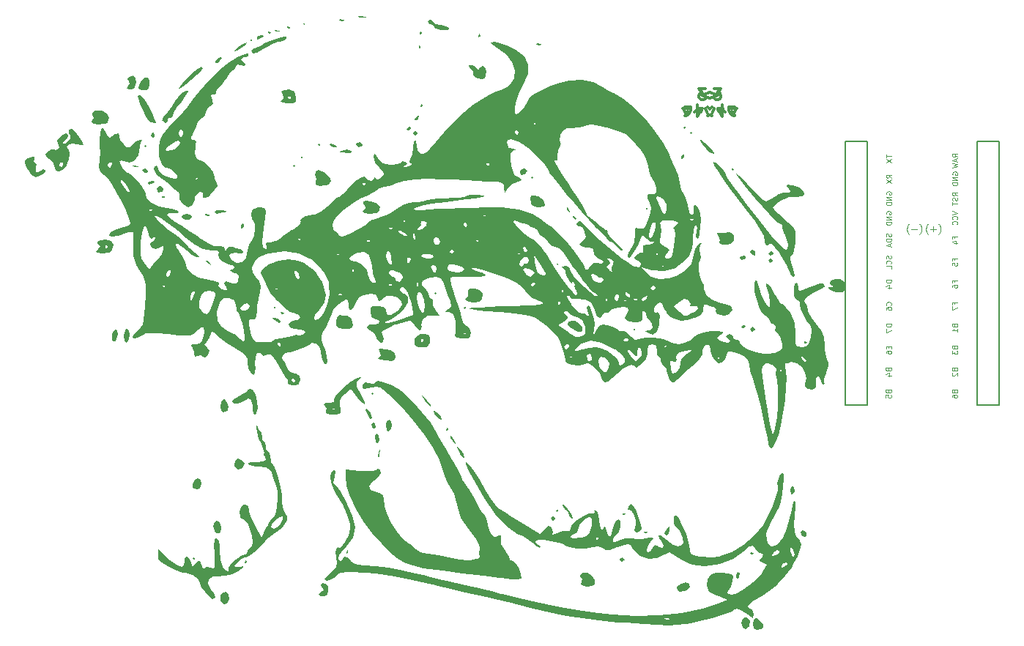
<source format=gbr>
G04 #@! TF.GenerationSoftware,KiCad,Pcbnew,6.0.0-d3dd2cf0fa~116~ubuntu20.04.1*
G04 #@! TF.CreationDate,2022-01-05T23:59:27-05:00*
G04 #@! TF.ProjectId,30_hs,33305f68-732e-46b6-9963-61645f706362,0.1*
G04 #@! TF.SameCoordinates,Original*
G04 #@! TF.FileFunction,Legend,Bot*
G04 #@! TF.FilePolarity,Positive*
%FSLAX46Y46*%
G04 Gerber Fmt 4.6, Leading zero omitted, Abs format (unit mm)*
G04 Created by KiCad (PCBNEW 6.0.0-d3dd2cf0fa~116~ubuntu20.04.1) date 2022-01-05 23:59:27*
%MOMM*%
%LPD*%
G01*
G04 APERTURE LIST*
%ADD10C,0.312500*%
%ADD11C,0.100000*%
%ADD12C,0.080000*%
%ADD13C,0.150000*%
G04 APERTURE END LIST*
D10*
X109593047Y-57399892D02*
X110545428Y-57757035D01*
X109593047Y-58114178D01*
X109116857Y-56983226D02*
X108343047Y-56983226D01*
X108759714Y-57459416D01*
X108581142Y-57459416D01*
X108462095Y-57518940D01*
X108402571Y-57578464D01*
X108343047Y-57697511D01*
X108343047Y-57995130D01*
X108402571Y-58114178D01*
X108462095Y-58173702D01*
X108581142Y-58233226D01*
X108938285Y-58233226D01*
X109057333Y-58173702D01*
X109116857Y-58114178D01*
X112450190Y-59114773D02*
X111795428Y-59114773D01*
X111795428Y-59412392D01*
X111854952Y-59710011D01*
X111974000Y-59888583D01*
X112152571Y-60007630D01*
X112390666Y-60126678D01*
X111081142Y-59293345D02*
X110485904Y-59293345D01*
X110545428Y-59471916D01*
X110664476Y-59650488D01*
X110783523Y-59471916D02*
X110783523Y-59710011D01*
X110843047Y-59888583D01*
X110962095Y-60067154D01*
X109831142Y-59114773D02*
X109593047Y-59352869D01*
X109831142Y-60067154D02*
X109533523Y-60007630D01*
X109354952Y-59829059D01*
X109235904Y-59650488D01*
X109116857Y-59233821D01*
X108164476Y-58876678D02*
X108164476Y-60186202D01*
X108164476Y-59412392D02*
X107807333Y-59710011D01*
X107271619Y-59233821D02*
X106497809Y-59233821D01*
X106616857Y-59471916D01*
X106735904Y-59650488D01*
X106854952Y-59769535D01*
X107093047Y-59590964D02*
X106914476Y-59769535D01*
X106854952Y-59888583D01*
X106735904Y-60067154D01*
X109608948Y-57399894D02*
X108656567Y-57757037D01*
X109608948Y-58114180D01*
X110085138Y-56983228D02*
X110858948Y-56983228D01*
X110442281Y-57459418D01*
X110620853Y-57459418D01*
X110739900Y-57518942D01*
X110799424Y-57578466D01*
X110858948Y-57697513D01*
X110858948Y-57995132D01*
X110799424Y-58114180D01*
X110739900Y-58173704D01*
X110620853Y-58233228D01*
X110263710Y-58233228D01*
X110144662Y-58173704D01*
X110085138Y-58114180D01*
X106751805Y-59114775D02*
X107406567Y-59114775D01*
X107406567Y-59412394D01*
X107347043Y-59710013D01*
X107227996Y-59888585D01*
X107049424Y-60007632D01*
X106811329Y-60126680D01*
X108120853Y-59293347D02*
X108716091Y-59293347D01*
X108656567Y-59471918D01*
X108537519Y-59650490D01*
X108418472Y-59471918D02*
X108418472Y-59710013D01*
X108358948Y-59888585D01*
X108239900Y-60067156D01*
X109370853Y-59114775D02*
X109608948Y-59352871D01*
X109370853Y-60067156D02*
X109668472Y-60007632D01*
X109847043Y-59829061D01*
X109966091Y-59650490D01*
X110085138Y-59233823D01*
X111037519Y-58876680D02*
X111037519Y-60186204D01*
X111037519Y-59412394D02*
X111394662Y-59710013D01*
X111930376Y-59233823D02*
X112704186Y-59233823D01*
X112585138Y-59471918D01*
X112466091Y-59650490D01*
X112347043Y-59769537D01*
X112108948Y-59590966D02*
X112287519Y-59769537D01*
X112347043Y-59888585D01*
X112466091Y-60067156D01*
D11*
X133832523Y-73818666D02*
X133870619Y-73780571D01*
X133946809Y-73666285D01*
X133984904Y-73590095D01*
X134023000Y-73475809D01*
X134061095Y-73285333D01*
X134061095Y-73132952D01*
X134023000Y-72942476D01*
X133984904Y-72828190D01*
X133946809Y-72752000D01*
X133870619Y-72637714D01*
X133832523Y-72599619D01*
X133527761Y-73209142D02*
X132918238Y-73209142D01*
X132613476Y-73818666D02*
X132575380Y-73780571D01*
X132499190Y-73666285D01*
X132461095Y-73590095D01*
X132423000Y-73475809D01*
X132384904Y-73285333D01*
X132384904Y-73132952D01*
X132423000Y-72942476D01*
X132461095Y-72828190D01*
X132499190Y-72752000D01*
X132575380Y-72637714D01*
X132613476Y-72599619D01*
X136032523Y-73818666D02*
X136070619Y-73780571D01*
X136146809Y-73666285D01*
X136184904Y-73590095D01*
X136223000Y-73475809D01*
X136261095Y-73285333D01*
X136261095Y-73132952D01*
X136223000Y-72942476D01*
X136184904Y-72828190D01*
X136146809Y-72752000D01*
X136070619Y-72637714D01*
X136032523Y-72599619D01*
X135727761Y-73209142D02*
X135118238Y-73209142D01*
X135423000Y-73513904D02*
X135423000Y-72904380D01*
X134813476Y-73818666D02*
X134775380Y-73780571D01*
X134699190Y-73666285D01*
X134661095Y-73590095D01*
X134623000Y-73475809D01*
X134584904Y-73285333D01*
X134584904Y-73132952D01*
X134623000Y-72942476D01*
X134661095Y-72828190D01*
X134699190Y-72752000D01*
X134775380Y-72637714D01*
X134813476Y-72599619D01*
D12*
X137891215Y-84388954D02*
X137919787Y-84474669D01*
X137948358Y-84503240D01*
X138005501Y-84531812D01*
X138091215Y-84531812D01*
X138148358Y-84503240D01*
X138176930Y-84474669D01*
X138205501Y-84417526D01*
X138205501Y-84188954D01*
X137605501Y-84188954D01*
X137605501Y-84388954D01*
X137634073Y-84446097D01*
X137662644Y-84474669D01*
X137719787Y-84503240D01*
X137776930Y-84503240D01*
X137834073Y-84474669D01*
X137862644Y-84446097D01*
X137891215Y-84388954D01*
X137891215Y-84188954D01*
X138205501Y-85103240D02*
X138205501Y-84760383D01*
X138205501Y-84931812D02*
X137605501Y-84931812D01*
X137691215Y-84874669D01*
X137748358Y-84817526D01*
X137776930Y-84760383D01*
X130535752Y-73748779D02*
X130564323Y-73834493D01*
X130564323Y-73977351D01*
X130535752Y-74034493D01*
X130507180Y-74063065D01*
X130450037Y-74091636D01*
X130392895Y-74091636D01*
X130335752Y-74063065D01*
X130307180Y-74034493D01*
X130278609Y-73977351D01*
X130250037Y-73863065D01*
X130221466Y-73805922D01*
X130192895Y-73777351D01*
X130135752Y-73748779D01*
X130078609Y-73748779D01*
X130021466Y-73777351D01*
X129992895Y-73805922D01*
X129964323Y-73863065D01*
X129964323Y-74005922D01*
X129992895Y-74091636D01*
X130564323Y-74348779D02*
X129964323Y-74348779D01*
X129964323Y-74491636D01*
X129992895Y-74577351D01*
X130050037Y-74634493D01*
X130107180Y-74663065D01*
X130221466Y-74691636D01*
X130307180Y-74691636D01*
X130421466Y-74663065D01*
X130478609Y-74634493D01*
X130535752Y-74577351D01*
X130564323Y-74491636D01*
X130564323Y-74348779D01*
X130392895Y-74920208D02*
X130392895Y-75205922D01*
X130564323Y-74863065D02*
X129964323Y-75063065D01*
X130564323Y-75263065D01*
X130557529Y-79109388D02*
X129957529Y-79109388D01*
X129957529Y-79252246D01*
X129986101Y-79337960D01*
X130043243Y-79395103D01*
X130100386Y-79423674D01*
X130214672Y-79452246D01*
X130300386Y-79452246D01*
X130414672Y-79423674D01*
X130471815Y-79395103D01*
X130528958Y-79337960D01*
X130557529Y-79252246D01*
X130557529Y-79109388D01*
X130157529Y-79966531D02*
X130557529Y-79966531D01*
X129928958Y-79823674D02*
X130357529Y-79680817D01*
X130357529Y-80052246D01*
X137895202Y-74275824D02*
X137895202Y-74075824D01*
X138209488Y-74075824D02*
X137609488Y-74075824D01*
X137609488Y-74361538D01*
X137809488Y-74847252D02*
X138209488Y-74847252D01*
X137580917Y-74704395D02*
X138009488Y-74561538D01*
X138009488Y-74932966D01*
X129992895Y-71480208D02*
X129964323Y-71423065D01*
X129964323Y-71337351D01*
X129992895Y-71251636D01*
X130050037Y-71194493D01*
X130107180Y-71165922D01*
X130221466Y-71137351D01*
X130307180Y-71137351D01*
X130421466Y-71165922D01*
X130478609Y-71194493D01*
X130535752Y-71251636D01*
X130564323Y-71337351D01*
X130564323Y-71394493D01*
X130535752Y-71480208D01*
X130507180Y-71508779D01*
X130307180Y-71508779D01*
X130307180Y-71394493D01*
X130564323Y-71765922D02*
X129964323Y-71765922D01*
X130564323Y-72108779D01*
X129964323Y-72108779D01*
X130564323Y-72394493D02*
X129964323Y-72394493D01*
X129964323Y-72537351D01*
X129992895Y-72623065D01*
X130050037Y-72680208D01*
X130107180Y-72708779D01*
X130221466Y-72737351D01*
X130307180Y-72737351D01*
X130421466Y-72708779D01*
X130478609Y-72680208D01*
X130535752Y-72623065D01*
X130564323Y-72537351D01*
X130564323Y-72394493D01*
X130239256Y-89465376D02*
X130267828Y-89551091D01*
X130296399Y-89579662D01*
X130353542Y-89608234D01*
X130439256Y-89608234D01*
X130496399Y-89579662D01*
X130524971Y-89551091D01*
X130553542Y-89493948D01*
X130553542Y-89265376D01*
X129953542Y-89265376D01*
X129953542Y-89465376D01*
X129982114Y-89522519D01*
X130010685Y-89551091D01*
X130067828Y-89579662D01*
X130124971Y-89579662D01*
X130182114Y-89551091D01*
X130210685Y-89522519D01*
X130239256Y-89465376D01*
X130239256Y-89265376D01*
X130153542Y-90122519D02*
X130553542Y-90122519D01*
X129924971Y-89979662D02*
X130353542Y-89836805D01*
X130353542Y-90208234D01*
X138236437Y-64870160D02*
X137950723Y-64670160D01*
X138236437Y-64527303D02*
X137636437Y-64527303D01*
X137636437Y-64755874D01*
X137665009Y-64813017D01*
X137693580Y-64841588D01*
X137750723Y-64870160D01*
X137836437Y-64870160D01*
X137893580Y-64841588D01*
X137922151Y-64813017D01*
X137950723Y-64755874D01*
X137950723Y-64527303D01*
X138065009Y-65098731D02*
X138065009Y-65384446D01*
X138236437Y-65041588D02*
X137636437Y-65241588D01*
X138236437Y-65441588D01*
X137636437Y-65584446D02*
X138236437Y-65727303D01*
X137807866Y-65841588D01*
X138236437Y-65955874D01*
X137636437Y-66098731D01*
X130019844Y-69208830D02*
X129991272Y-69151687D01*
X129991272Y-69065973D01*
X130019844Y-68980258D01*
X130076986Y-68923115D01*
X130134129Y-68894544D01*
X130248415Y-68865973D01*
X130334129Y-68865973D01*
X130448415Y-68894544D01*
X130505558Y-68923115D01*
X130562701Y-68980258D01*
X130591272Y-69065973D01*
X130591272Y-69123115D01*
X130562701Y-69208830D01*
X130534129Y-69237401D01*
X130334129Y-69237401D01*
X130334129Y-69123115D01*
X130591272Y-69494544D02*
X129991272Y-69494544D01*
X130591272Y-69837401D01*
X129991272Y-69837401D01*
X130591272Y-70123115D02*
X129991272Y-70123115D01*
X129991272Y-70265973D01*
X130019844Y-70351687D01*
X130076986Y-70408830D01*
X130134129Y-70437401D01*
X130248415Y-70465973D01*
X130334129Y-70465973D01*
X130448415Y-70437401D01*
X130505558Y-70408830D01*
X130562701Y-70351687D01*
X130591272Y-70265973D01*
X130591272Y-70123115D01*
X137909408Y-81901294D02*
X137909408Y-81701294D01*
X138223694Y-81701294D02*
X137623694Y-81701294D01*
X137623694Y-81987008D01*
X137623694Y-82158436D02*
X137623694Y-82558436D01*
X138223694Y-82301294D01*
X137888408Y-76810719D02*
X137888408Y-76610719D01*
X138202694Y-76610719D02*
X137602694Y-76610719D01*
X137602694Y-76896433D01*
X137602694Y-77410719D02*
X137602694Y-77125004D01*
X137888408Y-77096433D01*
X137859837Y-77125004D01*
X137831266Y-77182147D01*
X137831266Y-77325004D01*
X137859837Y-77382147D01*
X137888408Y-77410719D01*
X137945551Y-77439290D01*
X138088408Y-77439290D01*
X138145551Y-77410719D01*
X138174123Y-77382147D01*
X138202694Y-77325004D01*
X138202694Y-77182147D01*
X138174123Y-77125004D01*
X138145551Y-77096433D01*
X137665009Y-66917303D02*
X137636437Y-66860160D01*
X137636437Y-66774446D01*
X137665009Y-66688731D01*
X137722151Y-66631588D01*
X137779294Y-66603017D01*
X137893580Y-66574446D01*
X137979294Y-66574446D01*
X138093580Y-66603017D01*
X138150723Y-66631588D01*
X138207866Y-66688731D01*
X138236437Y-66774446D01*
X138236437Y-66831588D01*
X138207866Y-66917303D01*
X138179294Y-66945874D01*
X137979294Y-66945874D01*
X137979294Y-66831588D01*
X138236437Y-67203017D02*
X137636437Y-67203017D01*
X138236437Y-67545874D01*
X137636437Y-67545874D01*
X138236437Y-67831588D02*
X137636437Y-67831588D01*
X137636437Y-67974446D01*
X137665009Y-68060160D01*
X137722151Y-68117303D01*
X137779294Y-68145874D01*
X137893580Y-68174446D01*
X137979294Y-68174446D01*
X138093580Y-68145874D01*
X138150723Y-68117303D01*
X138207866Y-68060160D01*
X138236437Y-67974446D01*
X138236437Y-67831588D01*
X137891215Y-86928954D02*
X137919787Y-87014669D01*
X137948358Y-87043240D01*
X138005501Y-87071812D01*
X138091215Y-87071812D01*
X138148358Y-87043240D01*
X138176930Y-87014669D01*
X138205501Y-86957526D01*
X138205501Y-86728954D01*
X137605501Y-86728954D01*
X137605501Y-86928954D01*
X137634073Y-86986097D01*
X137662644Y-87014669D01*
X137719787Y-87043240D01*
X137776930Y-87043240D01*
X137834073Y-87014669D01*
X137862644Y-86986097D01*
X137891215Y-86928954D01*
X137891215Y-86728954D01*
X137605501Y-87271812D02*
X137605501Y-87643240D01*
X137834073Y-87443240D01*
X137834073Y-87528954D01*
X137862644Y-87586097D01*
X137891215Y-87614669D01*
X137948358Y-87643240D01*
X138091215Y-87643240D01*
X138148358Y-87614669D01*
X138176930Y-87586097D01*
X138205501Y-87528954D01*
X138205501Y-87357526D01*
X138176930Y-87300383D01*
X138148358Y-87271812D01*
X130239256Y-92005376D02*
X130267828Y-92091091D01*
X130296399Y-92119662D01*
X130353542Y-92148234D01*
X130439256Y-92148234D01*
X130496399Y-92119662D01*
X130524971Y-92091091D01*
X130553542Y-92033948D01*
X130553542Y-91805376D01*
X129953542Y-91805376D01*
X129953542Y-92005376D01*
X129982114Y-92062519D01*
X130010685Y-92091091D01*
X130067828Y-92119662D01*
X130124971Y-92119662D01*
X130182114Y-92091091D01*
X130210685Y-92062519D01*
X130239256Y-92005376D01*
X130239256Y-91805376D01*
X129953542Y-92691091D02*
X129953542Y-92405376D01*
X130239256Y-92376805D01*
X130210685Y-92405376D01*
X130182114Y-92462519D01*
X130182114Y-92605376D01*
X130210685Y-92662519D01*
X130239256Y-92691091D01*
X130296399Y-92719662D01*
X130439256Y-92719662D01*
X130496399Y-92691091D01*
X130524971Y-92662519D01*
X130553542Y-92605376D01*
X130553542Y-92462519D01*
X130524971Y-92405376D01*
X130496399Y-92376805D01*
X130591272Y-67275973D02*
X130305558Y-67075973D01*
X130591272Y-66933115D02*
X129991272Y-66933115D01*
X129991272Y-67161687D01*
X130019844Y-67218830D01*
X130048415Y-67247401D01*
X130105558Y-67275973D01*
X130191272Y-67275973D01*
X130248415Y-67247401D01*
X130276986Y-67218830D01*
X130305558Y-67161687D01*
X130305558Y-66933115D01*
X129991272Y-67475973D02*
X130591272Y-67875973D01*
X129991272Y-67875973D02*
X130591272Y-67475973D01*
X137884421Y-89463849D02*
X137912993Y-89549564D01*
X137941564Y-89578135D01*
X137998707Y-89606707D01*
X138084421Y-89606707D01*
X138141564Y-89578135D01*
X138170136Y-89549564D01*
X138198707Y-89492421D01*
X138198707Y-89263849D01*
X137598707Y-89263849D01*
X137598707Y-89463849D01*
X137627279Y-89520992D01*
X137655850Y-89549564D01*
X137712993Y-89578135D01*
X137770136Y-89578135D01*
X137827279Y-89549564D01*
X137855850Y-89520992D01*
X137884421Y-89463849D01*
X137884421Y-89263849D01*
X137655850Y-89835278D02*
X137627279Y-89863849D01*
X137598707Y-89920992D01*
X137598707Y-90063849D01*
X137627279Y-90120992D01*
X137655850Y-90149564D01*
X137712993Y-90178135D01*
X137770136Y-90178135D01*
X137855850Y-90149564D01*
X138198707Y-89806707D01*
X138198707Y-90178135D01*
X137609488Y-71135824D02*
X138209488Y-71335824D01*
X137609488Y-71535824D01*
X138152345Y-72078681D02*
X138180917Y-72050109D01*
X138209488Y-71964395D01*
X138209488Y-71907252D01*
X138180917Y-71821538D01*
X138123774Y-71764395D01*
X138066631Y-71735824D01*
X137952345Y-71707252D01*
X137866631Y-71707252D01*
X137752345Y-71735824D01*
X137695202Y-71764395D01*
X137638060Y-71821538D01*
X137609488Y-71907252D01*
X137609488Y-71964395D01*
X137638060Y-72050109D01*
X137666631Y-72078681D01*
X138152345Y-72678681D02*
X138180917Y-72650109D01*
X138209488Y-72564395D01*
X138209488Y-72507252D01*
X138180917Y-72421538D01*
X138123774Y-72364395D01*
X138066631Y-72335824D01*
X137952345Y-72307252D01*
X137866631Y-72307252D01*
X137752345Y-72335824D01*
X137695202Y-72364395D01*
X137638060Y-72421538D01*
X137609488Y-72507252D01*
X137609488Y-72564395D01*
X137638060Y-72650109D01*
X137666631Y-72678681D01*
X129984437Y-64627303D02*
X129984437Y-64970160D01*
X130584437Y-64798731D02*
X129984437Y-64798731D01*
X129984437Y-65113017D02*
X130584437Y-65513017D01*
X129984437Y-65513017D02*
X130584437Y-65113017D01*
X130246050Y-86759053D02*
X130246050Y-86959053D01*
X130560336Y-87044767D02*
X130560336Y-86759053D01*
X129960336Y-86759053D01*
X129960336Y-87044767D01*
X129960336Y-87559053D02*
X129960336Y-87444767D01*
X129988908Y-87387624D01*
X130017479Y-87359053D01*
X130103193Y-87301910D01*
X130217479Y-87273339D01*
X130446050Y-87273339D01*
X130503193Y-87301910D01*
X130531765Y-87330481D01*
X130560336Y-87387624D01*
X130560336Y-87501910D01*
X130531765Y-87559053D01*
X130503193Y-87587624D01*
X130446050Y-87616196D01*
X130303193Y-87616196D01*
X130246050Y-87587624D01*
X130217479Y-87559053D01*
X130188908Y-87501910D01*
X130188908Y-87387624D01*
X130217479Y-87330481D01*
X130246050Y-87301910D01*
X130303193Y-87273339D01*
X138236437Y-69335874D02*
X137950723Y-69135874D01*
X138236437Y-68993017D02*
X137636437Y-68993017D01*
X137636437Y-69221588D01*
X137665009Y-69278731D01*
X137693580Y-69307303D01*
X137750723Y-69335874D01*
X137836437Y-69335874D01*
X137893580Y-69307303D01*
X137922151Y-69278731D01*
X137950723Y-69221588D01*
X137950723Y-68993017D01*
X138207866Y-69564446D02*
X138236437Y-69650160D01*
X138236437Y-69793017D01*
X138207866Y-69850160D01*
X138179294Y-69878731D01*
X138122151Y-69907303D01*
X138065009Y-69907303D01*
X138007866Y-69878731D01*
X137979294Y-69850160D01*
X137950723Y-69793017D01*
X137922151Y-69678731D01*
X137893580Y-69621588D01*
X137865009Y-69593017D01*
X137807866Y-69564446D01*
X137750723Y-69564446D01*
X137693580Y-69593017D01*
X137665009Y-69621588D01*
X137636437Y-69678731D01*
X137636437Y-69821588D01*
X137665009Y-69907303D01*
X137636437Y-70078731D02*
X137636437Y-70421588D01*
X138236437Y-70250160D02*
X137636437Y-70250160D01*
X130521386Y-82002821D02*
X130549958Y-81974249D01*
X130578529Y-81888535D01*
X130578529Y-81831392D01*
X130549958Y-81745678D01*
X130492815Y-81688535D01*
X130435672Y-81659963D01*
X130321386Y-81631392D01*
X130235672Y-81631392D01*
X130121386Y-81659963D01*
X130064243Y-81688535D01*
X130007101Y-81745678D01*
X129978529Y-81831392D01*
X129978529Y-81888535D01*
X130007101Y-81974249D01*
X130035672Y-82002821D01*
X129978529Y-82517106D02*
X129978529Y-82402821D01*
X130007101Y-82345678D01*
X130035672Y-82317106D01*
X130121386Y-82259963D01*
X130235672Y-82231392D01*
X130464243Y-82231392D01*
X130521386Y-82259963D01*
X130549958Y-82288535D01*
X130578529Y-82345678D01*
X130578529Y-82459963D01*
X130549958Y-82517106D01*
X130521386Y-82545678D01*
X130464243Y-82574249D01*
X130321386Y-82574249D01*
X130264243Y-82545678D01*
X130235672Y-82517106D01*
X130207101Y-82459963D01*
X130207101Y-82345678D01*
X130235672Y-82288535D01*
X130264243Y-82259963D01*
X130321386Y-82231392D01*
X137888408Y-79350719D02*
X137888408Y-79150719D01*
X138202694Y-79150719D02*
X137602694Y-79150719D01*
X137602694Y-79436433D01*
X137602694Y-79922147D02*
X137602694Y-79807861D01*
X137631266Y-79750719D01*
X137659837Y-79722147D01*
X137745551Y-79665004D01*
X137859837Y-79636433D01*
X138088408Y-79636433D01*
X138145551Y-79665004D01*
X138174123Y-79693576D01*
X138202694Y-79750719D01*
X138202694Y-79865004D01*
X138174123Y-79922147D01*
X138145551Y-79950719D01*
X138088408Y-79979290D01*
X137945551Y-79979290D01*
X137888408Y-79950719D01*
X137859837Y-79922147D01*
X137831266Y-79865004D01*
X137831266Y-79750719D01*
X137859837Y-79693576D01*
X137888408Y-79665004D01*
X137945551Y-79636433D01*
X130560336Y-84190481D02*
X129960336Y-84190481D01*
X129960336Y-84333339D01*
X129988908Y-84419053D01*
X130046050Y-84476196D01*
X130103193Y-84504767D01*
X130217479Y-84533339D01*
X130303193Y-84533339D01*
X130417479Y-84504767D01*
X130474622Y-84476196D01*
X130531765Y-84419053D01*
X130560336Y-84333339D01*
X130560336Y-84190481D01*
X129960336Y-84733339D02*
X129960336Y-85133339D01*
X130560336Y-84876196D01*
X137884421Y-92003849D02*
X137912993Y-92089564D01*
X137941564Y-92118135D01*
X137998707Y-92146707D01*
X138084421Y-92146707D01*
X138141564Y-92118135D01*
X138170136Y-92089564D01*
X138198707Y-92032421D01*
X138198707Y-91803849D01*
X137598707Y-91803849D01*
X137598707Y-92003849D01*
X137627279Y-92060992D01*
X137655850Y-92089564D01*
X137712993Y-92118135D01*
X137770136Y-92118135D01*
X137827279Y-92089564D01*
X137855850Y-92060992D01*
X137884421Y-92003849D01*
X137884421Y-91803849D01*
X137598707Y-92660992D02*
X137598707Y-92546707D01*
X137627279Y-92489564D01*
X137655850Y-92460992D01*
X137741564Y-92403849D01*
X137855850Y-92375278D01*
X138084421Y-92375278D01*
X138141564Y-92403849D01*
X138170136Y-92432421D01*
X138198707Y-92489564D01*
X138198707Y-92603849D01*
X138170136Y-92660992D01*
X138141564Y-92689564D01*
X138084421Y-92718135D01*
X137941564Y-92718135D01*
X137884421Y-92689564D01*
X137855850Y-92660992D01*
X137827279Y-92603849D01*
X137827279Y-92489564D01*
X137855850Y-92432421D01*
X137884421Y-92403849D01*
X137941564Y-92375278D01*
X130528958Y-76297960D02*
X130557529Y-76383674D01*
X130557529Y-76526531D01*
X130528958Y-76583674D01*
X130500386Y-76612246D01*
X130443243Y-76640817D01*
X130386101Y-76640817D01*
X130328958Y-76612246D01*
X130300386Y-76583674D01*
X130271815Y-76526531D01*
X130243243Y-76412246D01*
X130214672Y-76355103D01*
X130186101Y-76326531D01*
X130128958Y-76297960D01*
X130071815Y-76297960D01*
X130014672Y-76326531D01*
X129986101Y-76355103D01*
X129957529Y-76412246D01*
X129957529Y-76555103D01*
X129986101Y-76640817D01*
X130500386Y-77240817D02*
X130528958Y-77212246D01*
X130557529Y-77126531D01*
X130557529Y-77069388D01*
X130528958Y-76983674D01*
X130471815Y-76926531D01*
X130414672Y-76897960D01*
X130300386Y-76869388D01*
X130214672Y-76869388D01*
X130100386Y-76897960D01*
X130043243Y-76926531D01*
X129986101Y-76983674D01*
X129957529Y-77069388D01*
X129957529Y-77126531D01*
X129986101Y-77212246D01*
X130014672Y-77240817D01*
X130557529Y-77783674D02*
X130557529Y-77497960D01*
X129957529Y-77497960D01*
D13*
X140489009Y-63064446D02*
X143029009Y-63064446D01*
X125249009Y-63064446D02*
X125249009Y-93544446D01*
X127789009Y-93544446D02*
X125249009Y-93544446D01*
X125249009Y-63064446D02*
X127789009Y-63064446D01*
X140489009Y-93544446D02*
X143029009Y-93544446D01*
X143029009Y-63064446D02*
X143029009Y-93544446D01*
X140489009Y-63064446D02*
X140489009Y-93544446D01*
X127789009Y-63064446D02*
X127789009Y-93544446D01*
G36*
X59841113Y-50255341D02*
G01*
X59957232Y-50363134D01*
X59664252Y-50403745D01*
X59392894Y-50360825D01*
X59323317Y-50231454D01*
X59423218Y-50186444D01*
X59841113Y-50255341D01*
G37*
G36*
X44352007Y-66184289D02*
G01*
X44673496Y-66473313D01*
X44686686Y-66614215D01*
X44396647Y-66720337D01*
X44198973Y-66669847D01*
X44000535Y-66414437D01*
X44013373Y-66351205D01*
X44277384Y-66167414D01*
X44352007Y-66184289D01*
G37*
G36*
X100978638Y-84825999D02*
G01*
X100832270Y-84948817D01*
X100709454Y-84802449D01*
X100855821Y-84679632D01*
X100978638Y-84825999D01*
G37*
G36*
X76390047Y-58940845D02*
G01*
X76358153Y-59081651D01*
X76194890Y-59104601D01*
X76166126Y-59062329D01*
X76226291Y-58745688D01*
X76310941Y-58710658D01*
X76390047Y-58940845D01*
G37*
G36*
X51742271Y-71517624D02*
G01*
X51858391Y-71625416D01*
X51565409Y-71666028D01*
X51294051Y-71623108D01*
X51224474Y-71493737D01*
X51324375Y-71448727D01*
X51742271Y-71517624D01*
G37*
G36*
X31568687Y-64841454D02*
G01*
X31532478Y-65188001D01*
X31476497Y-65392425D01*
X31634340Y-65603780D01*
X31772412Y-65726796D01*
X31738584Y-66155391D01*
X31660702Y-66512676D01*
X31824761Y-66686236D01*
X32277392Y-66424046D01*
X32480523Y-66307331D01*
X32811729Y-66357350D01*
X32799622Y-66584223D01*
X32444162Y-66917410D01*
X32300170Y-67000864D01*
X31688811Y-67202575D01*
X31216763Y-66976353D01*
X30754309Y-66272711D01*
X30699204Y-66166648D01*
X30444594Y-65599603D01*
X30461945Y-65289570D01*
X30750709Y-65051794D01*
X31242302Y-64816056D01*
X31568687Y-64841454D01*
G37*
G36*
X76171258Y-52140580D02*
G01*
X76139364Y-52281386D01*
X75976102Y-52304336D01*
X75947337Y-52262064D01*
X76007503Y-51945423D01*
X76092153Y-51910393D01*
X76171258Y-52140580D01*
G37*
G36*
X92145945Y-77272116D02*
G01*
X91999577Y-77394932D01*
X91876760Y-77248565D01*
X92023127Y-77125748D01*
X92145945Y-77272116D01*
G37*
G36*
X69285023Y-63232247D02*
G01*
X69482157Y-63490137D01*
X69425769Y-63609983D01*
X69054829Y-63723996D01*
X68871738Y-63677375D01*
X68674603Y-63419485D01*
X68730991Y-63299637D01*
X69101931Y-63185626D01*
X69285023Y-63232247D01*
G37*
G36*
X71306416Y-97061464D02*
G01*
X71380874Y-97593886D01*
X71300030Y-97880827D01*
X71079143Y-97942339D01*
X70946075Y-97746475D01*
X70871616Y-97214054D01*
X70952460Y-96927113D01*
X71173346Y-96865601D01*
X71306416Y-97061464D01*
G37*
G36*
X66956571Y-94068405D02*
G01*
X66892494Y-94479500D01*
X66531709Y-94622649D01*
X65898048Y-94640980D01*
X65691752Y-94618257D01*
X65265385Y-94472287D01*
X65267851Y-94178977D01*
X65328231Y-93976217D01*
X65325563Y-93971929D01*
X66001611Y-93971929D01*
X66124428Y-94118296D01*
X66270796Y-93995479D01*
X66147978Y-93849111D01*
X66001611Y-93971929D01*
X65325563Y-93971929D01*
X65197384Y-93765945D01*
X65135989Y-93752756D01*
X64960199Y-93473950D01*
X65138282Y-93312209D01*
X65648262Y-93262902D01*
X65667884Y-93264557D01*
X66139026Y-93209318D01*
X66190278Y-92893660D01*
X66304066Y-92568363D01*
X66740992Y-92036944D01*
X67374717Y-91432087D01*
X68072435Y-90869489D01*
X68701336Y-90464851D01*
X69128614Y-90333868D01*
X69260967Y-90375423D01*
X69086639Y-90488422D01*
X68751270Y-90799318D01*
X68813181Y-91439047D01*
X69297413Y-92387040D01*
X69409018Y-92568441D01*
X69737594Y-93237808D01*
X69726506Y-93502359D01*
X69421343Y-93330069D01*
X68867690Y-92688914D01*
X68141659Y-91717954D01*
X67409241Y-92294368D01*
X67095912Y-92563408D01*
X66815898Y-93009567D01*
X66871648Y-93558510D01*
X66954387Y-94055286D01*
X66956571Y-94068405D01*
G37*
G36*
X62841560Y-49482535D02*
G01*
X62695193Y-49605352D01*
X62572375Y-49458985D01*
X62718744Y-49336167D01*
X62841560Y-49482535D01*
G37*
G36*
X76241905Y-92294282D02*
G01*
X76512904Y-92536632D01*
X76933847Y-93029660D01*
X77007943Y-93125155D01*
X77317554Y-93571030D01*
X77372592Y-93746158D01*
X77356602Y-93741487D01*
X77085604Y-93499137D01*
X76664662Y-93006109D01*
X76590566Y-92910615D01*
X76280953Y-92464740D01*
X76225916Y-92289612D01*
X76241905Y-92294282D01*
G37*
G36*
X113728982Y-76351347D02*
G01*
X113769845Y-76587135D01*
X113708316Y-76655829D01*
X113326631Y-76819604D01*
X113267208Y-76806641D01*
X113096884Y-76528259D01*
X113159499Y-76404108D01*
X113540097Y-76295790D01*
X113728982Y-76351347D01*
G37*
G36*
X55568334Y-99969116D02*
G01*
X55797605Y-100316312D01*
X55618786Y-100694396D01*
X55398059Y-100882133D01*
X54952728Y-100972908D01*
X54666798Y-100556886D01*
X54647284Y-100475882D01*
X54731679Y-99972609D01*
X55099920Y-99763770D01*
X55568334Y-99969116D01*
G37*
G36*
X49289005Y-57355115D02*
G01*
X49009964Y-57842744D01*
X48516658Y-58498575D01*
X48158656Y-58961668D01*
X47724320Y-59630205D01*
X47538808Y-60075563D01*
X47479076Y-60279580D01*
X47245819Y-60324106D01*
X47109349Y-60286650D01*
X46954474Y-60553854D01*
X46934895Y-60673269D01*
X46686042Y-60944764D01*
X46306536Y-60740510D01*
X46288316Y-60686438D01*
X46438246Y-60308743D01*
X46849625Y-59770856D01*
X46930715Y-59679774D01*
X47450379Y-59010113D01*
X47785372Y-58440558D01*
X48084468Y-57964317D01*
X48551839Y-57491653D01*
X49013940Y-57188929D01*
X49311159Y-57187255D01*
X49289005Y-57355115D01*
G37*
G36*
X89225182Y-67251765D02*
G01*
X89078815Y-67374581D01*
X88955998Y-67228214D01*
X89102366Y-67105397D01*
X89225182Y-67251765D01*
G37*
G36*
X67807014Y-110540199D02*
G01*
X67775121Y-110681005D01*
X67611857Y-110703955D01*
X67583093Y-110661683D01*
X67643258Y-110345042D01*
X67727909Y-110310013D01*
X67807014Y-110540199D01*
G37*
G36*
X57835773Y-50812708D02*
G01*
X58085325Y-50890551D01*
X57819609Y-51077509D01*
X57541158Y-51219554D01*
X57302023Y-51269071D01*
X57281240Y-51030408D01*
X57365386Y-50894957D01*
X57775503Y-50806559D01*
X57835773Y-50812708D01*
G37*
G36*
X71881027Y-90883819D02*
G01*
X72713713Y-91213449D01*
X73614027Y-91722045D01*
X74272062Y-92229977D01*
X75295900Y-93212122D01*
X76350778Y-94392874D01*
X77300333Y-95616863D01*
X78008201Y-96728720D01*
X78123814Y-96938570D01*
X78540930Y-97673192D01*
X79105926Y-98650887D01*
X79730590Y-99718530D01*
X80055393Y-100279019D01*
X80555414Y-101183676D01*
X80895478Y-101856277D01*
X81015551Y-102181739D01*
X81014565Y-102211252D01*
X81215250Y-102536147D01*
X81412352Y-102755688D01*
X81823117Y-103399060D01*
X82376005Y-104376964D01*
X83021599Y-105605434D01*
X83173573Y-105856094D01*
X83570741Y-106304492D01*
X83695769Y-106432384D01*
X83857851Y-106898239D01*
X83856590Y-106937743D01*
X83952873Y-107454440D01*
X84185901Y-108157002D01*
X84284250Y-108390504D01*
X84577549Y-108830798D01*
X84861979Y-108800315D01*
X85203431Y-108587449D01*
X85491662Y-108631523D01*
X85453842Y-109037262D01*
X85452286Y-109041052D01*
X85490959Y-109608842D01*
X85929968Y-110361972D01*
X86070898Y-110551607D01*
X86413542Y-111111859D01*
X86504852Y-111444927D01*
X86487756Y-111509792D01*
X86656656Y-111542029D01*
X86853215Y-111581046D01*
X87204670Y-111947468D01*
X87548936Y-112512586D01*
X87780348Y-113093640D01*
X87793236Y-113507864D01*
X87717005Y-113602230D01*
X87359304Y-113713351D01*
X86660872Y-113700360D01*
X85528532Y-113565634D01*
X85293790Y-113533071D01*
X84128729Y-113380015D01*
X82638191Y-113193405D01*
X80989207Y-112993881D01*
X79348806Y-112802081D01*
X77988177Y-112637616D01*
X76458183Y-112404229D01*
X75270017Y-112124687D01*
X74308362Y-111750905D01*
X73457904Y-111234802D01*
X72603326Y-110528294D01*
X71629314Y-109583298D01*
X70589491Y-108405903D01*
X69574925Y-107002466D01*
X68696131Y-105535466D01*
X68013661Y-104117359D01*
X67588071Y-102860594D01*
X67479912Y-101877622D01*
X67554547Y-101024538D01*
X69153768Y-101164452D01*
X69874929Y-101199434D01*
X70592768Y-101162200D01*
X70946002Y-101045583D01*
X71123596Y-100925034D01*
X71451200Y-101030410D01*
X71589801Y-101406537D01*
X71580205Y-101446187D01*
X71308954Y-101810220D01*
X70788343Y-102276810D01*
X70584271Y-102446949D01*
X70232503Y-102941176D01*
X70406434Y-103330230D01*
X71112024Y-103639202D01*
X71419699Y-103733739D01*
X71792364Y-103949057D01*
X71948085Y-104351876D01*
X71991786Y-105118634D01*
X72003565Y-105264361D01*
X72263174Y-106122659D01*
X72780128Y-107146392D01*
X73446532Y-108166309D01*
X74154492Y-109013159D01*
X74796112Y-109517693D01*
X75164281Y-109747701D01*
X75663779Y-110234769D01*
X75667005Y-110239371D01*
X76168857Y-110578768D01*
X76963159Y-110757093D01*
X77658401Y-110844444D01*
X78706674Y-111027227D01*
X79814514Y-111259145D01*
X80704131Y-111435847D01*
X81554508Y-111528366D01*
X82005479Y-111467795D01*
X82155998Y-111393751D01*
X82693165Y-111358373D01*
X82874748Y-111358724D01*
X82973879Y-111053393D01*
X82942492Y-110719194D01*
X82965535Y-110041458D01*
X82930066Y-109748940D01*
X82558846Y-109004502D01*
X81830247Y-108051384D01*
X81529731Y-107690371D01*
X80818702Y-106614454D01*
X80537411Y-105694540D01*
X80500343Y-105382356D01*
X80073851Y-103823174D01*
X79321621Y-102491806D01*
X78998413Y-101947740D01*
X78750187Y-101195693D01*
X78719898Y-101024197D01*
X78318183Y-99858889D01*
X77574902Y-98454545D01*
X76553517Y-96901349D01*
X75317493Y-95289486D01*
X73930294Y-93709139D01*
X72455381Y-92250494D01*
X72061171Y-91899826D01*
X71521779Y-91512527D01*
X71068747Y-91401397D01*
X70514625Y-91493303D01*
X70058105Y-91607833D01*
X69622942Y-91681631D01*
X69482981Y-91577309D01*
X69493627Y-91262125D01*
X69493731Y-91260953D01*
X69672477Y-90966979D01*
X70193405Y-91014489D01*
X70640104Y-91080080D01*
X70875396Y-90970153D01*
X70898064Y-90893109D01*
X71235850Y-90766067D01*
X71881027Y-90883819D01*
G37*
G36*
X60646508Y-50989915D02*
G01*
X60616237Y-51195832D01*
X60396918Y-51411751D01*
X59852482Y-51537630D01*
X59672216Y-51551208D01*
X59010916Y-51782339D01*
X58272987Y-52213177D01*
X57982074Y-52410990D01*
X57237324Y-52802902D01*
X56752980Y-52870949D01*
X56601567Y-52598413D01*
X56614898Y-52534840D01*
X56891226Y-52352510D01*
X57205493Y-52267060D01*
X57735242Y-51962492D01*
X57931381Y-51840710D01*
X58676332Y-51492871D01*
X59557660Y-51181849D01*
X59720462Y-51134322D01*
X60380435Y-50969842D01*
X60646508Y-50989915D01*
G37*
G36*
X113761229Y-84436476D02*
G01*
X113744049Y-84513706D01*
X113467104Y-84697997D01*
X113406455Y-84689581D01*
X113208305Y-84555741D01*
X113224469Y-84513644D01*
X113502430Y-84294220D01*
X113610381Y-84261281D01*
X113761229Y-84436476D01*
G37*
G36*
X50754520Y-102152637D02*
G01*
X50865186Y-102663836D01*
X50861948Y-102698424D01*
X50689805Y-103201607D01*
X50247491Y-103307796D01*
X50245017Y-103307578D01*
X49839758Y-103140842D01*
X49829167Y-102663668D01*
X50045345Y-102213022D01*
X50421326Y-102002356D01*
X50754520Y-102152637D01*
G37*
G36*
X83021574Y-80255011D02*
G01*
X83388211Y-80714635D01*
X83279969Y-81378852D01*
X82963021Y-81607600D01*
X82354128Y-81694687D01*
X81728624Y-81605761D01*
X81346654Y-81345331D01*
X81315086Y-81236421D01*
X81507050Y-81088119D01*
X81670387Y-81003020D01*
X81686490Y-80561328D01*
X81652163Y-80288243D01*
X81826286Y-80082434D01*
X82396861Y-80080988D01*
X83021574Y-80255011D01*
G37*
G36*
X67273949Y-49006916D02*
G01*
X67390069Y-49114708D01*
X67097089Y-49155319D01*
X66825730Y-49112399D01*
X66756152Y-48983028D01*
X66856053Y-48938018D01*
X67273949Y-49006916D01*
G37*
G36*
X56764109Y-91808332D02*
G01*
X57076480Y-92359774D01*
X57284973Y-93133257D01*
X57324134Y-93944936D01*
X57203362Y-94459629D01*
X56988994Y-94675274D01*
X56831976Y-94527691D01*
X56768676Y-94045697D01*
X56758452Y-93629287D01*
X56603303Y-93024846D01*
X56517312Y-92878321D01*
X56273769Y-92763856D01*
X55840085Y-93025884D01*
X55638526Y-93157929D01*
X55061128Y-93370123D01*
X54590455Y-93357470D01*
X54413570Y-93109064D01*
X54420518Y-93080337D01*
X54709792Y-92787199D01*
X55285077Y-92448716D01*
X55376942Y-92403578D01*
X55920851Y-92077594D01*
X56152839Y-91831187D01*
X56182987Y-91756203D01*
X56507609Y-91651580D01*
X56764109Y-91808332D01*
G37*
G36*
X75079193Y-61522601D02*
G01*
X75062013Y-61599831D01*
X74785068Y-61784122D01*
X74724419Y-61775706D01*
X74526269Y-61641865D01*
X74542433Y-61599769D01*
X74820394Y-61380344D01*
X74928345Y-61347407D01*
X75079193Y-61522601D01*
G37*
G36*
X44391324Y-69340510D02*
G01*
X44550789Y-69773242D01*
X45097353Y-70213681D01*
X45910005Y-70585472D01*
X46867735Y-70812261D01*
X47354847Y-70893871D01*
X47943471Y-71061696D01*
X48183280Y-71210713D01*
X48206844Y-71225356D01*
X48081345Y-71332819D01*
X47503350Y-71332057D01*
X47076318Y-71337307D01*
X46838728Y-71518527D01*
X47067893Y-71869699D01*
X47753458Y-72348744D01*
X47780707Y-72364653D01*
X48508078Y-72816296D01*
X49465742Y-73444062D01*
X50454011Y-74117184D01*
X50531702Y-74171059D01*
X51568402Y-74831334D01*
X52315139Y-75164668D01*
X52867040Y-75214312D01*
X52961562Y-75200502D01*
X53420864Y-75240286D01*
X53537040Y-75584387D01*
X53534838Y-75722156D01*
X53563990Y-75906392D01*
X53697917Y-75578462D01*
X53930319Y-75264896D01*
X54436708Y-75300339D01*
X54822580Y-75424709D01*
X55340346Y-75540187D01*
X55462618Y-75573776D01*
X55650208Y-75873880D01*
X55540475Y-76015869D01*
X55126975Y-75996971D01*
X54813367Y-75931756D01*
X54262201Y-76004628D01*
X54250363Y-76010646D01*
X54026018Y-76245712D01*
X54209373Y-76644872D01*
X54339078Y-76809215D01*
X54913428Y-77153729D01*
X55495167Y-77049805D01*
X55965697Y-76552543D01*
X56206419Y-75717043D01*
X56209935Y-75679411D01*
X56339595Y-75049238D01*
X56536513Y-74716892D01*
X56703612Y-74531710D01*
X56906309Y-73969995D01*
X57017355Y-73265512D01*
X57008404Y-72636091D01*
X56851106Y-72299562D01*
X56653983Y-72048420D01*
X56576617Y-71485671D01*
X56774014Y-70962695D01*
X57353879Y-70718225D01*
X57710192Y-70674118D01*
X58132580Y-70750834D01*
X58263133Y-71132099D01*
X58175344Y-71925967D01*
X58087833Y-72465073D01*
X57903866Y-73795110D01*
X57846037Y-74691453D01*
X57912935Y-75222993D01*
X58103155Y-75458614D01*
X58330453Y-75489283D01*
X58334187Y-75383019D01*
X87971300Y-75383019D01*
X87974442Y-75462855D01*
X87980693Y-75473255D01*
X88202379Y-75842119D01*
X88301938Y-75894282D01*
X88480559Y-75762850D01*
X88477417Y-75683013D01*
X88249480Y-75303749D01*
X88149921Y-75251585D01*
X87971300Y-75383019D01*
X58334187Y-75383019D01*
X58341720Y-75168629D01*
X58301815Y-74931869D01*
X58400858Y-74773725D01*
X58787021Y-74751999D01*
X59069726Y-74668970D01*
X77636989Y-74668970D01*
X77910036Y-75056961D01*
X78316035Y-74950657D01*
X78436214Y-74638221D01*
X78389286Y-74540003D01*
X82620155Y-74540003D01*
X82742973Y-74686370D01*
X82889340Y-74563553D01*
X82766524Y-74417185D01*
X82620155Y-74540003D01*
X78389286Y-74540003D01*
X78261874Y-74273336D01*
X77900710Y-74166679D01*
X77736665Y-74264329D01*
X77703949Y-74397144D01*
X77636989Y-74668970D01*
X59069726Y-74668970D01*
X59371509Y-74580338D01*
X59438962Y-74550131D01*
X69918737Y-74550131D01*
X70131690Y-74668005D01*
X70275895Y-74661046D01*
X70326847Y-74504249D01*
X70290211Y-74468582D01*
X69967934Y-74472848D01*
X69918737Y-74550131D01*
X59438962Y-74550131D01*
X59851774Y-74365264D01*
X62020828Y-74365264D01*
X62143645Y-74511632D01*
X62290013Y-74388815D01*
X62167195Y-74242448D01*
X62020828Y-74365264D01*
X59851774Y-74365264D01*
X59902803Y-74342412D01*
X60142995Y-74126594D01*
X60203395Y-74031129D01*
X60616043Y-73717856D01*
X61286610Y-73338388D01*
X61463185Y-73246211D01*
X62149705Y-72760043D01*
X62177831Y-72686610D01*
X66024694Y-72686610D01*
X66082170Y-73256989D01*
X66340131Y-73522552D01*
X66485992Y-73559021D01*
X66679392Y-73823479D01*
X66694693Y-73924764D01*
X66992751Y-74117203D01*
X66999716Y-74117572D01*
X67440749Y-73992971D01*
X68151739Y-73665007D01*
X68582413Y-73431655D01*
X73586788Y-73431655D01*
X73648444Y-73550335D01*
X73999716Y-73858336D01*
X74338600Y-74037946D01*
X74396745Y-74031525D01*
X75262338Y-74031525D01*
X75268812Y-74057749D01*
X75359272Y-74424190D01*
X75500557Y-74567968D01*
X75596417Y-74212758D01*
X75590984Y-74045775D01*
X75399470Y-73652663D01*
X75276483Y-73665663D01*
X75262338Y-74031525D01*
X74396745Y-74031525D01*
X74649734Y-74003587D01*
X74625963Y-73871980D01*
X74315768Y-73624610D01*
X73888994Y-73434585D01*
X73586788Y-73431655D01*
X68582413Y-73431655D01*
X68958389Y-73227940D01*
X69088815Y-73146979D01*
X72482701Y-73146979D01*
X72695654Y-73264854D01*
X72839860Y-73257895D01*
X72858131Y-73201667D01*
X75718099Y-73201667D01*
X76007605Y-73279213D01*
X76315244Y-73225726D01*
X76769360Y-72863699D01*
X76789017Y-72833166D01*
X76846386Y-72649000D01*
X81158128Y-72649000D01*
X81162627Y-72723738D01*
X81321061Y-72858974D01*
X81419647Y-72943125D01*
X81518861Y-72930507D01*
X81561904Y-72684326D01*
X81513702Y-72598935D01*
X81300384Y-72390200D01*
X81272907Y-72394848D01*
X81158128Y-72649000D01*
X76846386Y-72649000D01*
X76901427Y-72472307D01*
X76564272Y-72324849D01*
X86882631Y-72324849D01*
X86889735Y-72372031D01*
X87143402Y-72740437D01*
X87598455Y-73212455D01*
X87650012Y-73265934D01*
X88261459Y-73813837D01*
X88829638Y-74249460D01*
X89206441Y-74438116D01*
X89369199Y-74516596D01*
X89398949Y-74545373D01*
X89819534Y-74952208D01*
X90007576Y-75186318D01*
X90385226Y-75656490D01*
X90585306Y-75946991D01*
X90966724Y-76500783D01*
X91464482Y-77356431D01*
X91552771Y-77522541D01*
X92051109Y-78349240D01*
X92193609Y-78554453D01*
X92632969Y-79187173D01*
X93134218Y-79830335D01*
X93222508Y-79943622D01*
X93743884Y-80525871D01*
X93751053Y-80531861D01*
X94121252Y-80841199D01*
X94278771Y-80796890D01*
X94266383Y-80557532D01*
X94059761Y-80149268D01*
X93980793Y-80069431D01*
X93964648Y-79736814D01*
X94005614Y-79624458D01*
X93830193Y-79295016D01*
X93664454Y-79216753D01*
X93698533Y-79468188D01*
X93717696Y-79518766D01*
X93652606Y-79517462D01*
X93368133Y-79142135D01*
X93357245Y-79126241D01*
X93020110Y-78532623D01*
X92892756Y-78105981D01*
X92877758Y-77978542D01*
X92589645Y-77626197D01*
X92527465Y-77525110D01*
X92872567Y-77492723D01*
X93246907Y-77571932D01*
X93456542Y-77793645D01*
X93518428Y-78047586D01*
X93868544Y-78608168D01*
X94431319Y-79281914D01*
X95097961Y-79960797D01*
X95759680Y-80536789D01*
X96307685Y-80901866D01*
X96633187Y-80947998D01*
X96637837Y-80823363D01*
X96320084Y-80578823D01*
X96164370Y-80478381D01*
X95652518Y-79994255D01*
X95627579Y-79963839D01*
X102760246Y-79963839D01*
X102762439Y-80028865D01*
X103005880Y-80256574D01*
X103070907Y-80254381D01*
X103298616Y-80010940D01*
X103296423Y-79945913D01*
X103052982Y-79718205D01*
X102987955Y-79720397D01*
X102760246Y-79963839D01*
X95627579Y-79963839D01*
X95102662Y-79323646D01*
X94902453Y-79048879D01*
X94496804Y-78502013D01*
X95889505Y-78502013D01*
X96061130Y-78964320D01*
X96281460Y-79206271D01*
X96720668Y-79435444D01*
X97047991Y-79382150D01*
X97297300Y-79113547D01*
X97170402Y-78799413D01*
X97072658Y-78740706D01*
X96895569Y-78789838D01*
X96811217Y-78824733D01*
X96499029Y-78596878D01*
X96087044Y-78348816D01*
X95889505Y-78502013D01*
X94496804Y-78502013D01*
X94377673Y-78341409D01*
X93994775Y-77842295D01*
X93871724Y-77679765D01*
X93437792Y-77052807D01*
X92945937Y-76292623D01*
X92783996Y-76044943D01*
X92238536Y-75430265D01*
X91757893Y-75287441D01*
X91360163Y-75219261D01*
X90886000Y-74692036D01*
X90530769Y-74219600D01*
X90122502Y-73975770D01*
X89941325Y-73912734D01*
X89760257Y-73537211D01*
X89685592Y-73297557D01*
X89273100Y-73087723D01*
X88967299Y-73015538D01*
X88600264Y-72743295D01*
X88529412Y-72646353D01*
X88128263Y-72529724D01*
X87885829Y-72530984D01*
X87356738Y-72331377D01*
X87079303Y-72202028D01*
X86882631Y-72324849D01*
X76564272Y-72324849D01*
X76549504Y-72318390D01*
X76259684Y-72323235D01*
X76196740Y-72486180D01*
X76179274Y-72531394D01*
X76201571Y-72707669D01*
X75937888Y-73032195D01*
X75718099Y-73201667D01*
X72858131Y-73201667D01*
X72890811Y-73101098D01*
X72854175Y-73065430D01*
X72531898Y-73069697D01*
X72482701Y-73146979D01*
X69088815Y-73146979D01*
X69686399Y-72776033D01*
X70161472Y-72403546D01*
X70171980Y-72392972D01*
X70540017Y-72170898D01*
X74205539Y-72170898D01*
X74209807Y-72493175D01*
X74287089Y-72542372D01*
X74404963Y-72329420D01*
X74398005Y-72185214D01*
X74241208Y-72134263D01*
X74205539Y-72170898D01*
X70540017Y-72170898D01*
X70672559Y-72090922D01*
X71389986Y-71845221D01*
X71413696Y-71839551D01*
X72105434Y-71626074D01*
X83417582Y-71626074D01*
X83540398Y-71772442D01*
X83686765Y-71649624D01*
X83563949Y-71503257D01*
X83417582Y-71626074D01*
X72105434Y-71626074D01*
X72140501Y-71615252D01*
X72651866Y-71373423D01*
X73425384Y-70844120D01*
X74158804Y-70424686D01*
X74790808Y-70206036D01*
X75498113Y-70109708D01*
X75759817Y-70085562D01*
X76494453Y-69971618D01*
X76928849Y-69834205D01*
X76967182Y-69815683D01*
X77446445Y-69727684D01*
X78282056Y-69663277D01*
X79319644Y-69635305D01*
X79571371Y-69632337D01*
X80516819Y-69587054D01*
X81184644Y-69500214D01*
X81443502Y-69387160D01*
X81484599Y-69330768D01*
X81890710Y-69238026D01*
X82585887Y-69247728D01*
X82877987Y-69277405D01*
X83424241Y-69366055D01*
X83582902Y-69450396D01*
X83579945Y-69452452D01*
X83256107Y-69524394D01*
X82508197Y-69639230D01*
X81444289Y-69781572D01*
X80172457Y-69936029D01*
X79096605Y-70066317D01*
X77429312Y-70302035D01*
X76264067Y-70523235D01*
X75575940Y-70735109D01*
X75340008Y-70942852D01*
X75357426Y-70974520D01*
X75702143Y-71033387D01*
X76352131Y-71000525D01*
X77059385Y-70943084D01*
X78140578Y-70887093D01*
X79280971Y-70852423D01*
X79453976Y-70848948D01*
X80728987Y-70811335D01*
X82209440Y-70752884D01*
X83609251Y-70684683D01*
X85522268Y-70690023D01*
X87471999Y-70960410D01*
X89103142Y-71492032D01*
X90266234Y-72225253D01*
X90328201Y-72264318D01*
X90487186Y-72402791D01*
X91023883Y-72820470D01*
X91350559Y-72998232D01*
X91470994Y-73060907D01*
X91899871Y-73455310D01*
X92510733Y-74116973D01*
X93212429Y-74935167D01*
X93913812Y-75799163D01*
X94523730Y-76598229D01*
X94951033Y-77221635D01*
X95104570Y-77558651D01*
X95102633Y-77584811D01*
X95212522Y-77921089D01*
X95497222Y-77869509D01*
X95791927Y-77454938D01*
X95804183Y-77426237D01*
X96109323Y-77085834D01*
X96650393Y-77152581D01*
X97080627Y-77235953D01*
X97316774Y-77075797D01*
X97311083Y-76984269D01*
X97054466Y-76752198D01*
X96745190Y-76593417D01*
X97684380Y-76593417D01*
X97880886Y-76828654D01*
X98111191Y-77099333D01*
X97892509Y-77324140D01*
X97865227Y-77339006D01*
X97688865Y-77574534D01*
X97957216Y-77940101D01*
X98117714Y-78091642D01*
X98311016Y-78197648D01*
X98258110Y-77883359D01*
X98234322Y-77602875D01*
X98426974Y-77253926D01*
X98449687Y-77241103D01*
X98504826Y-76995459D01*
X98227393Y-76711557D01*
X97769483Y-76551816D01*
X97684380Y-76593417D01*
X96745190Y-76593417D01*
X96660594Y-76549986D01*
X96252376Y-76067140D01*
X96092221Y-75570772D01*
X96014273Y-75399451D01*
X95599995Y-75339465D01*
X95279222Y-75347720D01*
X94734555Y-75170472D01*
X94690747Y-75136531D01*
X94561492Y-74889305D01*
X94895571Y-74606686D01*
X95127730Y-74442244D01*
X95274234Y-74110974D01*
X95123995Y-73530874D01*
X95119602Y-73518837D01*
X94822459Y-73012380D01*
X94498640Y-72858167D01*
X94259319Y-72846521D01*
X94193601Y-72610123D01*
X94458999Y-72331875D01*
X94587049Y-72341163D01*
X95008817Y-72629331D01*
X95537534Y-73180622D01*
X95676836Y-73341998D01*
X96412133Y-74086061D01*
X97362987Y-74940295D01*
X98408733Y-75807379D01*
X99428705Y-76589995D01*
X100238757Y-77147158D01*
X100302241Y-77190823D01*
X100908673Y-77512547D01*
X101030620Y-77552628D01*
X101485678Y-77600088D01*
X101538422Y-77500788D01*
X104060715Y-77500788D01*
X104183532Y-77647156D01*
X104329900Y-77524339D01*
X104207083Y-77377971D01*
X104060715Y-77500788D01*
X101538422Y-77500788D01*
X101635502Y-77318015D01*
X101600533Y-77098042D01*
X101269603Y-76849730D01*
X101086654Y-76807017D01*
X100886494Y-76578180D01*
X100893605Y-76536183D01*
X101135059Y-76200160D01*
X101326371Y-76084214D01*
X103370915Y-76084214D01*
X103493731Y-76230581D01*
X103640099Y-76107764D01*
X103517282Y-75961397D01*
X103370915Y-76084214D01*
X101326371Y-76084214D01*
X101529361Y-75961191D01*
X101827099Y-75978331D01*
X101896572Y-75956097D01*
X101873763Y-75573192D01*
X101869342Y-75546318D01*
X101915960Y-75121234D01*
X102329322Y-75043729D01*
X102678955Y-75019758D01*
X103102459Y-74798215D01*
X103178740Y-74661786D01*
X103017013Y-74657611D01*
X102762470Y-74661570D01*
X102556209Y-74518277D01*
X103803920Y-74518277D01*
X103864057Y-74721743D01*
X103923112Y-74921547D01*
X104404808Y-75229004D01*
X104593616Y-75325872D01*
X104919489Y-75603612D01*
X104790411Y-75865865D01*
X104630849Y-76022517D01*
X104535960Y-76186142D01*
X104431167Y-76366845D01*
X104455655Y-76507185D01*
X104720149Y-76622914D01*
X105079527Y-76498515D01*
X105293920Y-76184644D01*
X105353009Y-75805737D01*
X105528786Y-74547780D01*
X105596955Y-73730682D01*
X105560503Y-73283615D01*
X105422411Y-73135753D01*
X105351398Y-73036211D01*
X105634683Y-72779434D01*
X105920929Y-72560686D01*
X105831563Y-72407813D01*
X105274501Y-72245822D01*
X104773025Y-72172860D01*
X104159071Y-72240408D01*
X103822975Y-72472010D01*
X103894505Y-72814215D01*
X103910547Y-72836198D01*
X103923274Y-72906560D01*
X103994839Y-73302200D01*
X103904602Y-73986563D01*
X103803920Y-74518277D01*
X102556209Y-74518277D01*
X102341600Y-74369184D01*
X102129366Y-74136238D01*
X101922675Y-74015172D01*
X102550291Y-74015172D01*
X102673664Y-74260120D01*
X102716278Y-74254586D01*
X102969609Y-73970835D01*
X103206973Y-73427562D01*
X103346050Y-72856060D01*
X103304521Y-72487618D01*
X103112856Y-72391284D01*
X102918951Y-72660443D01*
X102668444Y-73378117D01*
X102661422Y-73401191D01*
X102550291Y-74015172D01*
X101922675Y-74015172D01*
X101779873Y-73931528D01*
X101635840Y-74213802D01*
X101554192Y-74516365D01*
X101276948Y-75122170D01*
X100905221Y-75773287D01*
X100544232Y-76290248D01*
X100299205Y-76493586D01*
X100126341Y-76380460D01*
X100196862Y-75957044D01*
X100615241Y-75302114D01*
X100908605Y-74781999D01*
X100986551Y-73812752D01*
X100941533Y-73277320D01*
X101057118Y-73057481D01*
X101427852Y-73136636D01*
X101511474Y-73164071D01*
X101853651Y-73164107D01*
X102131812Y-72853473D01*
X102452056Y-72127648D01*
X102453402Y-72123686D01*
X107291580Y-72123686D01*
X107504532Y-72241562D01*
X107648738Y-72234603D01*
X107699689Y-72077806D01*
X107663054Y-72042138D01*
X107340776Y-72046405D01*
X107291580Y-72123686D01*
X102453402Y-72123686D01*
X102718515Y-71343198D01*
X102777462Y-70755138D01*
X102622975Y-70201665D01*
X102546395Y-70013339D01*
X102436237Y-69648661D01*
X103445373Y-69648661D01*
X103589737Y-70017689D01*
X103832364Y-70631875D01*
X103835264Y-70639166D01*
X104116716Y-71185878D01*
X104364627Y-71424366D01*
X104524126Y-71346544D01*
X104630838Y-70943581D01*
X104567222Y-70391495D01*
X104337265Y-69910750D01*
X104227117Y-69794625D01*
X103830145Y-69526873D01*
X103508203Y-69460186D01*
X103445373Y-69648661D01*
X102436237Y-69648661D01*
X102365124Y-69413242D01*
X102480802Y-69154477D01*
X102923898Y-69128359D01*
X103138259Y-69134868D01*
X103393516Y-68977542D01*
X103376107Y-68457044D01*
X103222293Y-67904658D01*
X102904440Y-67311424D01*
X102716047Y-67015550D01*
X102582931Y-66488856D01*
X102584573Y-66450504D01*
X102489768Y-65905201D01*
X102250728Y-65190754D01*
X102209129Y-65090302D01*
X101954344Y-64563895D01*
X101610643Y-64052316D01*
X101079205Y-63424332D01*
X100261210Y-62548709D01*
X99869864Y-62259340D01*
X99019686Y-61864732D01*
X97966162Y-61517070D01*
X96882084Y-61262764D01*
X95940242Y-61148219D01*
X95313428Y-61219846D01*
X95231306Y-61252317D01*
X94528887Y-61423802D01*
X94268334Y-61454350D01*
X93678456Y-61523507D01*
X93119669Y-61583259D01*
X92627368Y-61809697D01*
X92345736Y-62302017D01*
X92303447Y-62503046D01*
X92231549Y-62844836D01*
X92328548Y-63206207D01*
X92417330Y-63352503D01*
X92227957Y-63737670D01*
X92033514Y-64116869D01*
X91992144Y-64770645D01*
X92023205Y-65002437D01*
X91968896Y-65309165D01*
X91656920Y-65237818D01*
X91615956Y-65236700D01*
X91698697Y-65506994D01*
X92035083Y-66121298D01*
X92583530Y-67007453D01*
X93302458Y-68093303D01*
X93525748Y-68423298D01*
X94255966Y-69529723D01*
X94843345Y-70461566D01*
X95232584Y-71129170D01*
X95368386Y-71442876D01*
X95369672Y-71513729D01*
X95571443Y-71740042D01*
X95619986Y-71753947D01*
X95999347Y-72016445D01*
X96522037Y-72500989D01*
X96637239Y-72615115D01*
X97191099Y-73071996D01*
X97597654Y-73273205D01*
X97734371Y-73309347D01*
X97782669Y-73528701D01*
X97769095Y-73609587D01*
X97989633Y-73982908D01*
X98493582Y-74472444D01*
X98679778Y-74631899D01*
X99216648Y-75180073D01*
X99490798Y-75602743D01*
X99502536Y-75656455D01*
X99385261Y-75695513D01*
X99024255Y-75358493D01*
X99005979Y-75338190D01*
X98514558Y-74881241D01*
X98142030Y-74677388D01*
X98065619Y-74664235D01*
X97773266Y-74441692D01*
X97637462Y-74252372D01*
X97198358Y-73773198D01*
X96574947Y-73153541D01*
X96294100Y-72873286D01*
X95609232Y-72140041D01*
X94786095Y-71215326D01*
X93895814Y-70184124D01*
X93009518Y-69131414D01*
X92198333Y-68142180D01*
X91533387Y-67301404D01*
X91085807Y-66694065D01*
X90926722Y-66405146D01*
X90896641Y-66287046D01*
X90580882Y-65821415D01*
X90016156Y-65182233D01*
X89319211Y-64488617D01*
X88606800Y-63859692D01*
X87995672Y-63414578D01*
X87389188Y-63088032D01*
X86663660Y-62834135D01*
X86228075Y-62871342D01*
X86159359Y-63208295D01*
X86219593Y-63437211D01*
X86275649Y-63760959D01*
X86401065Y-63849318D01*
X86868734Y-63957750D01*
X87036031Y-63982713D01*
X87255765Y-64051765D01*
X86964057Y-64126518D01*
X86698540Y-64215751D01*
X86535319Y-64528539D01*
X86554545Y-65207024D01*
X86660322Y-65897181D01*
X86692476Y-66106971D01*
X87010154Y-66929225D01*
X87473179Y-67234106D01*
X87596499Y-67252360D01*
X87845430Y-67433499D01*
X87696077Y-67668053D01*
X87217206Y-67803147D01*
X86735827Y-67971507D01*
X86234912Y-68452200D01*
X85859069Y-69067632D01*
X85824397Y-68416284D01*
X85785204Y-68108908D01*
X85606114Y-67871960D01*
X85157182Y-67758416D01*
X84303118Y-67705023D01*
X83855735Y-67685753D01*
X82720854Y-67631942D01*
X81361429Y-67563223D01*
X79982031Y-67489786D01*
X78791607Y-67433786D01*
X76942802Y-67403011D01*
X75485232Y-67472630D01*
X74326930Y-67648879D01*
X73375933Y-67937999D01*
X73154537Y-68022086D01*
X72608196Y-68193963D01*
X72443567Y-68245755D01*
X71986225Y-68320709D01*
X71922668Y-68323294D01*
X71431546Y-68507871D01*
X70798019Y-68894867D01*
X70660604Y-68990445D01*
X70053321Y-69343201D01*
X69648871Y-69472111D01*
X69619635Y-69473743D01*
X69214064Y-69656207D01*
X68532868Y-70079537D01*
X67706382Y-70663780D01*
X67128490Y-71108306D01*
X66475002Y-71697560D01*
X66137855Y-72186629D01*
X66024694Y-72686610D01*
X62177831Y-72686610D01*
X62317224Y-72322672D01*
X62304791Y-72233439D01*
X62425793Y-71938824D01*
X62895387Y-71723445D01*
X63809274Y-71536901D01*
X63938904Y-71506981D01*
X64652133Y-71167337D01*
X65405845Y-70617943D01*
X65955392Y-70030519D01*
X66285839Y-69663245D01*
X66675957Y-69483259D01*
X66755372Y-69471932D01*
X67169609Y-69191293D01*
X67657347Y-68647829D01*
X67929318Y-68318311D01*
X68272825Y-67995499D01*
X69407213Y-67995499D01*
X69620166Y-68113375D01*
X69764371Y-68106416D01*
X69815323Y-67949619D01*
X69778687Y-67913951D01*
X69456410Y-67918218D01*
X69407213Y-67995499D01*
X68272825Y-67995499D01*
X68550606Y-67734454D01*
X69169189Y-67317354D01*
X69661754Y-67141896D01*
X69904989Y-67282960D01*
X69908402Y-67296281D01*
X70175387Y-67584700D01*
X70559133Y-67602371D01*
X70777566Y-67333088D01*
X70830470Y-67139843D01*
X70992313Y-67346125D01*
X70996653Y-67354368D01*
X71241485Y-67515129D01*
X71648052Y-67230096D01*
X71676127Y-67202434D01*
X71934581Y-66870510D01*
X71854511Y-66571354D01*
X71393619Y-66120486D01*
X70890367Y-65500066D01*
X70722905Y-64878981D01*
X70725104Y-64856465D01*
X70782738Y-64481494D01*
X70915338Y-64517110D01*
X71230483Y-64985991D01*
X71337227Y-65141405D01*
X71869575Y-65587190D01*
X72685349Y-65749406D01*
X72831117Y-65754686D01*
X73521716Y-65687153D01*
X73923236Y-65497231D01*
X74059597Y-65382766D01*
X74465851Y-65417155D01*
X74630155Y-65616652D01*
X74390668Y-65848042D01*
X74226205Y-65958721D01*
X74274387Y-66071054D01*
X74459522Y-66053838D01*
X74970178Y-65868990D01*
X75183173Y-65720731D01*
X83710967Y-65720731D01*
X83923919Y-65838607D01*
X84068124Y-65831648D01*
X84119076Y-65674851D01*
X84082440Y-65639183D01*
X83760163Y-65643450D01*
X83710967Y-65720731D01*
X75183173Y-65720731D01*
X75206689Y-65704362D01*
X75051193Y-65608987D01*
X74862129Y-65506765D01*
X74991777Y-65124957D01*
X75197390Y-64557828D01*
X75296868Y-63795424D01*
X75299092Y-63725342D01*
X75383182Y-63157442D01*
X75541694Y-62935298D01*
X75673742Y-63100016D01*
X75711247Y-63599224D01*
X75770900Y-64045675D01*
X76099457Y-64460154D01*
X76240019Y-64514953D01*
X76500930Y-64509857D01*
X76826744Y-64319339D01*
X77285478Y-63884125D01*
X77945147Y-63144946D01*
X78869060Y-62048120D01*
X87103616Y-62048120D01*
X87151817Y-62133511D01*
X87365136Y-62342245D01*
X87392612Y-62337597D01*
X87507392Y-62083446D01*
X87502892Y-62008707D01*
X87245872Y-61789321D01*
X87146660Y-61801938D01*
X87103616Y-62048120D01*
X78869060Y-62048120D01*
X78873768Y-62042531D01*
X79554626Y-61268318D01*
X79800046Y-61013419D01*
X89228477Y-61013419D01*
X89351294Y-61159786D01*
X89497661Y-61036970D01*
X89374845Y-60890603D01*
X89228477Y-61013419D01*
X79800046Y-61013419D01*
X80437108Y-60351751D01*
X81200730Y-59643243D01*
X81453830Y-59439241D01*
X82249388Y-58860674D01*
X83144787Y-58271294D01*
X84005851Y-57753338D01*
X84698402Y-57389039D01*
X85088261Y-57260635D01*
X85115272Y-57259067D01*
X85499363Y-57109031D01*
X86097908Y-56788008D01*
X86453015Y-56528889D01*
X86958340Y-55766607D01*
X87039847Y-54856933D01*
X86721384Y-53897336D01*
X86026793Y-52985284D01*
X84979923Y-52218246D01*
X84848535Y-52144885D01*
X84352694Y-51798861D01*
X84308459Y-51613678D01*
X84658967Y-51595157D01*
X85347353Y-51749120D01*
X86316752Y-52081389D01*
X87170559Y-52476555D01*
X88147788Y-53240987D01*
X88611905Y-54167138D01*
X88569235Y-55271621D01*
X88026101Y-56571048D01*
X87603488Y-57412614D01*
X87256248Y-58332603D01*
X87071818Y-59107483D01*
X87051322Y-59663576D01*
X87195887Y-59927202D01*
X87506636Y-59824680D01*
X87984695Y-59282332D01*
X88140127Y-59059442D01*
X88509568Y-58475374D01*
X88666421Y-58136714D01*
X88820387Y-57932910D01*
X89379321Y-57554384D01*
X90230269Y-57106709D01*
X91250276Y-56653200D01*
X92316388Y-56257172D01*
X93339804Y-56026581D01*
X94794577Y-55989191D01*
X96157911Y-56247619D01*
X97237230Y-56781349D01*
X97738176Y-57115548D01*
X98415442Y-57465151D01*
X98512872Y-57505546D01*
X99634970Y-58170212D01*
X100873830Y-59197122D01*
X102124982Y-60471085D01*
X103283954Y-61876911D01*
X104246275Y-63299406D01*
X104907474Y-64623382D01*
X105102433Y-65108744D01*
X105452282Y-65893029D01*
X105719998Y-66389292D01*
X105738582Y-66417652D01*
X105972813Y-67005398D01*
X106131642Y-67781531D01*
X106137802Y-67830956D01*
X106323015Y-68624722D01*
X106598748Y-69222642D01*
X106807549Y-69564401D01*
X106985654Y-70070227D01*
X107122547Y-70889976D01*
X107237693Y-71171651D01*
X107343098Y-71429499D01*
X107595379Y-71552510D01*
X107731110Y-71377536D01*
X107751670Y-70884132D01*
X107732658Y-70509620D01*
X107906590Y-70383800D01*
X108180141Y-70602092D01*
X108423193Y-71118990D01*
X108488062Y-71426783D01*
X108544398Y-72151708D01*
X108546558Y-72179513D01*
X108523934Y-72995594D01*
X108434738Y-73724201D01*
X108293518Y-74214514D01*
X108114825Y-74315709D01*
X107988751Y-74045738D01*
X108051819Y-73497078D01*
X108129462Y-73065326D01*
X108014536Y-72697631D01*
X107939813Y-72737316D01*
X107889111Y-72764243D01*
X107756581Y-73286934D01*
X107665025Y-74244037D01*
X107615453Y-74918501D01*
X107480828Y-75708173D01*
X107217494Y-76289061D01*
X106754025Y-76866801D01*
X105734321Y-77647210D01*
X105662504Y-77702173D01*
X104343169Y-78068777D01*
X102864258Y-77935624D01*
X101741813Y-77653039D01*
X102231808Y-78253052D01*
X102792579Y-78715862D01*
X103741314Y-78994282D01*
X104808999Y-78933637D01*
X105869764Y-78580167D01*
X106797733Y-77980113D01*
X107467034Y-77179716D01*
X107751796Y-76225216D01*
X107887645Y-75530582D01*
X108274391Y-74979114D01*
X108427545Y-74878347D01*
X108639803Y-74808248D01*
X108524127Y-75130675D01*
X108436608Y-75479324D01*
X108522163Y-76131210D01*
X108615020Y-76452174D01*
X108471931Y-76795795D01*
X108302900Y-77145870D01*
X108295793Y-77805726D01*
X108432604Y-78575407D01*
X108695185Y-79255018D01*
X108876195Y-79679139D01*
X108951190Y-80133130D01*
X108972685Y-80263253D01*
X109044250Y-80513618D01*
X109146685Y-80871970D01*
X109816129Y-81390832D01*
X110452460Y-81595489D01*
X110953279Y-81756563D01*
X111355093Y-81852209D01*
X112056316Y-82155282D01*
X112229290Y-82535621D01*
X111879891Y-83001116D01*
X111814483Y-83050124D01*
X111301239Y-83218147D01*
X110751789Y-83174308D01*
X110356488Y-82963440D01*
X110305692Y-82630373D01*
X110344520Y-82433883D01*
X110072333Y-82231033D01*
X109842877Y-82192545D01*
X109227742Y-81983482D01*
X109145758Y-81946572D01*
X108875228Y-81966029D01*
X108828559Y-82417165D01*
X108826986Y-82444589D01*
X108812103Y-82704050D01*
X108550392Y-83104169D01*
X107880652Y-83444220D01*
X107756163Y-83490560D01*
X106948101Y-83715895D01*
X106303766Y-83787012D01*
X105689719Y-83654427D01*
X105075879Y-83380496D01*
X104647318Y-83062105D01*
X104571395Y-82795079D01*
X104608998Y-82721420D01*
X104448469Y-82552744D01*
X104315524Y-82487775D01*
X104209699Y-82135108D01*
X105418357Y-82135108D01*
X106008478Y-82709227D01*
X106142681Y-82838824D01*
X106599993Y-83201258D01*
X106995961Y-83215677D01*
X107587834Y-82915713D01*
X107822152Y-82766394D01*
X108197392Y-82389507D01*
X108171024Y-82136036D01*
X107726245Y-82104468D01*
X107418322Y-82118952D01*
X107325865Y-81996186D01*
X107349065Y-81826224D01*
X107116672Y-81438147D01*
X106986362Y-81328544D01*
X106619902Y-81277598D01*
X106087575Y-81608623D01*
X105418357Y-82135108D01*
X104209699Y-82135108D01*
X104200451Y-82104289D01*
X104103979Y-81790005D01*
X103775302Y-81729630D01*
X103639694Y-81803873D01*
X103392323Y-81939304D01*
X103141173Y-82371988D01*
X103134571Y-82400936D01*
X103130859Y-82814379D01*
X103439200Y-82840950D01*
X103454497Y-82836704D01*
X103707984Y-82863853D01*
X103801309Y-83203148D01*
X103766466Y-83964416D01*
X103722603Y-84331287D01*
X103470297Y-85108546D01*
X103025170Y-85393104D01*
X102369930Y-85200264D01*
X102208569Y-85105828D01*
X102113887Y-84962921D01*
X102517176Y-84895981D01*
X102626026Y-84879069D01*
X102972011Y-84605858D01*
X102938758Y-84143979D01*
X102525192Y-83659414D01*
X102385271Y-83518021D01*
X102221401Y-83022534D01*
X102207842Y-82846599D01*
X101981243Y-82608134D01*
X101825986Y-82748534D01*
X101811463Y-83237538D01*
X101832256Y-83616026D01*
X101619676Y-83860010D01*
X101008208Y-83951904D01*
X100768620Y-83961370D01*
X100043858Y-83848965D01*
X99773945Y-83513174D01*
X99988407Y-82982078D01*
X100170550Y-82637191D01*
X100134792Y-82324752D01*
X99691515Y-82214793D01*
X99010510Y-82265891D01*
X98359596Y-82443656D01*
X97993314Y-82703113D01*
X97889094Y-82845052D01*
X97592063Y-82883493D01*
X97443126Y-82854179D01*
X97164007Y-83118846D01*
X97128945Y-83187751D01*
X96851838Y-83484044D01*
X96584852Y-83273051D01*
X96304373Y-82538840D01*
X95902449Y-81738140D01*
X95223839Y-81331590D01*
X94194640Y-81297535D01*
X93652968Y-81288727D01*
X93631191Y-81265698D01*
X97550648Y-81265698D01*
X97554914Y-81587975D01*
X97632196Y-81637172D01*
X97750071Y-81424219D01*
X97743112Y-81280015D01*
X97586315Y-81229063D01*
X97550648Y-81265698D01*
X93631191Y-81265698D01*
X93466077Y-81091094D01*
X98592951Y-81091094D01*
X98595090Y-81119643D01*
X98607069Y-81279501D01*
X98826809Y-81518422D01*
X98954627Y-81483702D01*
X98969570Y-81454482D01*
X99646138Y-81454482D01*
X99768955Y-81600849D01*
X99915323Y-81478032D01*
X99792505Y-81331665D01*
X99646138Y-81454482D01*
X98969570Y-81454482D01*
X99038463Y-81319767D01*
X100790883Y-81319767D01*
X101003836Y-81437643D01*
X101148041Y-81430684D01*
X101175825Y-81345184D01*
X101728077Y-81345184D01*
X101784890Y-81505976D01*
X102031376Y-81433375D01*
X102326279Y-81155247D01*
X102367485Y-80888146D01*
X102253325Y-80893236D01*
X102110416Y-80991966D01*
X101901023Y-81136626D01*
X101747412Y-81321867D01*
X101728077Y-81345184D01*
X101175825Y-81345184D01*
X101198993Y-81273887D01*
X101162357Y-81238219D01*
X100840080Y-81242486D01*
X100812820Y-81285308D01*
X100790883Y-81319767D01*
X99038463Y-81319767D01*
X99131319Y-81138196D01*
X99117201Y-80949790D01*
X98973270Y-80793295D01*
X99839606Y-80793295D01*
X99888252Y-80870854D01*
X100251606Y-81100586D01*
X100343935Y-81087765D01*
X100377976Y-80840397D01*
X100329330Y-80762838D01*
X99965976Y-80533106D01*
X99873647Y-80545927D01*
X99839606Y-80793295D01*
X98973270Y-80793295D01*
X98897461Y-80710868D01*
X98769643Y-80745588D01*
X98592951Y-81091094D01*
X93466077Y-81091094D01*
X93441564Y-81065172D01*
X93429692Y-80950414D01*
X93191058Y-80886575D01*
X93117179Y-80991307D01*
X93228490Y-81387059D01*
X93549953Y-81870492D01*
X93583328Y-81920683D01*
X94066746Y-82455791D01*
X94563798Y-82855997D01*
X94959538Y-82984914D01*
X95231644Y-82988296D01*
X95425610Y-83190171D01*
X95427229Y-83280015D01*
X95570425Y-83336301D01*
X95620988Y-83112986D01*
X95489163Y-82605872D01*
X95366651Y-82193540D01*
X95524920Y-82043279D01*
X95693544Y-82131059D01*
X95916604Y-82552226D01*
X96000991Y-82870730D01*
X96243942Y-83553029D01*
X96335988Y-84151968D01*
X96244598Y-84909312D01*
X96133901Y-85327625D01*
X96022496Y-85748618D01*
X96496964Y-84914995D01*
X96839039Y-84400724D01*
X97221159Y-84212704D01*
X97833575Y-84324178D01*
X97846224Y-84327761D01*
X98536916Y-84581297D01*
X98998141Y-84849870D01*
X99163649Y-84958484D01*
X99611794Y-84976107D01*
X99616206Y-84973976D01*
X99977199Y-85063650D01*
X100406157Y-85486026D01*
X100524896Y-85642200D01*
X100937750Y-85983080D01*
X101371409Y-85914892D01*
X101396539Y-85902983D01*
X102154093Y-85745820D01*
X103172337Y-85761836D01*
X104218504Y-85930950D01*
X105059830Y-86233083D01*
X105447784Y-86421822D01*
X105596715Y-86446207D01*
X106025604Y-86516430D01*
X106747240Y-86323057D01*
X106870284Y-86276033D01*
X107436335Y-86003831D01*
X107675562Y-85788401D01*
X107723326Y-85684217D01*
X108146473Y-85408963D01*
X108858872Y-85165451D01*
X109680738Y-85006168D01*
X110432285Y-84983601D01*
X110539108Y-84994050D01*
X111084796Y-85071646D01*
X111165386Y-85191660D01*
X110846568Y-85423910D01*
X110689137Y-85525790D01*
X110423115Y-85782504D01*
X110588471Y-85986129D01*
X111230709Y-86232439D01*
X111740694Y-86332037D01*
X111979429Y-86200479D01*
X111976825Y-86130953D01*
X111734243Y-85902616D01*
X111670587Y-85889164D01*
X111488609Y-85609881D01*
X111544998Y-85490033D01*
X111915938Y-85376022D01*
X112099029Y-85422643D01*
X112296164Y-85680532D01*
X112330884Y-85808350D01*
X112676390Y-85985043D01*
X112859447Y-86030838D01*
X113057220Y-86282640D01*
X113061952Y-86355807D01*
X113365678Y-86743083D01*
X114028486Y-87129035D01*
X114905102Y-87444158D01*
X115850251Y-87618944D01*
X116279242Y-87644930D01*
X117101991Y-87565132D01*
X117645251Y-87246880D01*
X117933419Y-86913087D01*
X118002351Y-86524619D01*
X117803113Y-85904466D01*
X117771348Y-85826328D01*
X117476334Y-85267157D01*
X117224420Y-85026719D01*
X117128363Y-84961193D01*
X117173668Y-84615412D01*
X117222527Y-84379598D01*
X116931362Y-84187345D01*
X116721362Y-84119357D01*
X116531364Y-83777118D01*
X116454483Y-83528315D01*
X116044227Y-83219111D01*
X115616050Y-82867438D01*
X115282443Y-82239283D01*
X115068667Y-81563277D01*
X114831776Y-80860565D01*
X114734240Y-80283496D01*
X114782903Y-79500064D01*
X114866516Y-79147829D01*
X114966491Y-79037459D01*
X115107218Y-79341829D01*
X115337295Y-80114830D01*
X115544714Y-80774514D01*
X115907189Y-81647035D01*
X116248041Y-82155818D01*
X116520996Y-82218617D01*
X116556687Y-82146896D01*
X116553316Y-81663034D01*
X116420903Y-80887841D01*
X116184206Y-79985492D01*
X116142694Y-79834999D01*
X116141779Y-79518382D01*
X116343559Y-79588843D01*
X116677763Y-79992045D01*
X117074128Y-80673652D01*
X117264577Y-81026421D01*
X117645238Y-81596745D01*
X117918320Y-81832497D01*
X118033520Y-81889012D01*
X118419843Y-82277112D01*
X118888883Y-82906937D01*
X118959386Y-83015430D01*
X119431576Y-84051235D01*
X119525502Y-85200397D01*
X119506302Y-85591484D01*
X119490709Y-86320057D01*
X119573233Y-86684723D01*
X119811877Y-86813802D01*
X120264643Y-86835617D01*
X120753607Y-86778266D01*
X121052029Y-86478077D01*
X121276998Y-85788141D01*
X121399308Y-84930155D01*
X121259910Y-84430421D01*
X121186082Y-84348867D01*
X120796104Y-83796842D01*
X120417659Y-83109960D01*
X120118542Y-82437077D01*
X119966549Y-81927055D01*
X120029475Y-81728752D01*
X120105425Y-81658335D01*
X119786902Y-81445026D01*
X119602764Y-81334761D01*
X119311682Y-80915755D01*
X119287111Y-80181883D01*
X119301191Y-80045785D01*
X119433596Y-79503341D01*
X119626317Y-79405091D01*
X119723051Y-79510245D01*
X119847010Y-79982898D01*
X119845678Y-79998506D01*
X119862285Y-80275276D01*
X120045713Y-80348648D01*
X120502926Y-80208819D01*
X121340885Y-79845987D01*
X121407756Y-79816196D01*
X122263515Y-79502432D01*
X122727788Y-79503176D01*
X122845167Y-79817587D01*
X122788057Y-79893894D01*
X122376059Y-80164365D01*
X121700195Y-80503298D01*
X121537952Y-80579735D01*
X120795692Y-81063600D01*
X120526928Y-81533498D01*
X120760284Y-81945505D01*
X120879725Y-82098897D01*
X120973981Y-82603273D01*
X121028754Y-82860618D01*
X121355863Y-83472691D01*
X121885716Y-84179409D01*
X122451979Y-84924932D01*
X122774138Y-85689618D01*
X122880287Y-86655771D01*
X122909998Y-87125288D01*
X123035317Y-87938571D01*
X123213966Y-88445384D01*
X123304431Y-88603391D01*
X123314170Y-88712033D01*
X123345779Y-89064683D01*
X123091295Y-89760577D01*
X123039690Y-89876689D01*
X122829958Y-90525020D01*
X122820494Y-90939630D01*
X122856069Y-91047312D01*
X122710466Y-91202830D01*
X122526211Y-91050862D01*
X122343798Y-90560449D01*
X122314456Y-90413438D01*
X122177181Y-90125967D01*
X121946340Y-90307627D01*
X121831916Y-90527754D01*
X121865962Y-91152200D01*
X121877769Y-91180508D01*
X121895691Y-91557635D01*
X121466958Y-91732010D01*
X120961099Y-91696480D01*
X120637281Y-91307349D01*
X120706845Y-90611244D01*
X120738246Y-90485896D01*
X120634378Y-89822105D01*
X120218435Y-89170516D01*
X119633587Y-88702903D01*
X119023002Y-88591032D01*
X118622008Y-88682419D01*
X118348148Y-88760339D01*
X118341668Y-88774256D01*
X118348588Y-89112735D01*
X118401299Y-89605224D01*
X118416775Y-89749816D01*
X118450596Y-90347312D01*
X118406605Y-91541744D01*
X118271363Y-92977613D01*
X118065395Y-94487082D01*
X117985332Y-94929392D01*
X117809226Y-95902311D01*
X117523380Y-97055463D01*
X117335961Y-97609444D01*
X116996268Y-98309910D01*
X116694337Y-98542589D01*
X116537841Y-98490478D01*
X116360553Y-98130876D01*
X116355502Y-97982892D01*
X116255749Y-97330550D01*
X116057659Y-96335212D01*
X115790587Y-95120454D01*
X115483895Y-93809855D01*
X115166938Y-92526989D01*
X114869074Y-91395432D01*
X114619662Y-90538762D01*
X114448057Y-90080553D01*
X114273951Y-89642431D01*
X114251204Y-89459840D01*
X115645074Y-89459840D01*
X115662267Y-90286892D01*
X115823596Y-91514517D01*
X116126258Y-93203613D01*
X116201088Y-93600705D01*
X116406370Y-94744872D01*
X116574801Y-95751871D01*
X116629807Y-96078012D01*
X116758518Y-96684621D01*
X116853616Y-96929055D01*
X116892235Y-96920092D01*
X117063491Y-96586046D01*
X117215975Y-95862378D01*
X117341631Y-94873075D01*
X117432402Y-93742125D01*
X117480233Y-92593514D01*
X117477069Y-91551229D01*
X117414852Y-90739256D01*
X117285527Y-90281585D01*
X117191483Y-90070885D01*
X117252017Y-89621853D01*
X117259208Y-89539901D01*
X117654656Y-89539901D01*
X117777473Y-89686269D01*
X117923841Y-89563451D01*
X117801023Y-89417084D01*
X117654656Y-89539901D01*
X117259208Y-89539901D01*
X117281558Y-89285205D01*
X116935238Y-88939671D01*
X116331348Y-88750168D01*
X116054316Y-88763857D01*
X115774822Y-88972461D01*
X115645074Y-89459840D01*
X114251204Y-89459840D01*
X114183219Y-88914135D01*
X114187366Y-88847245D01*
X114036470Y-88301860D01*
X113491197Y-87863406D01*
X113140603Y-87727234D01*
X119985264Y-87727234D01*
X120190172Y-88066450D01*
X120264972Y-88178010D01*
X120592566Y-88555114D01*
X120730555Y-88485996D01*
X120644454Y-88338391D01*
X120300696Y-87973709D01*
X120118812Y-87806273D01*
X119985264Y-87727234D01*
X113140603Y-87727234D01*
X112478650Y-87470129D01*
X112010298Y-87347669D01*
X111678935Y-87394044D01*
X111574144Y-87732559D01*
X111485895Y-88050834D01*
X111387565Y-88177867D01*
X111089544Y-88562884D01*
X110976206Y-88634923D01*
X110594763Y-88691261D01*
X110159941Y-88337104D01*
X109998030Y-88096481D01*
X110457325Y-88096481D01*
X110580142Y-88242850D01*
X110726510Y-88120032D01*
X110603692Y-87973665D01*
X110457325Y-88096481D01*
X109998030Y-88096481D01*
X109852463Y-87880147D01*
X109710909Y-87327035D01*
X109693791Y-87058340D01*
X109469872Y-86635123D01*
X109423227Y-86605907D01*
X109065959Y-86649841D01*
X108789476Y-87010444D01*
X108779580Y-87135963D01*
X108764436Y-87328025D01*
X108750965Y-87498863D01*
X108722187Y-87686112D01*
X108401445Y-88187257D01*
X107833722Y-88774840D01*
X107555816Y-89023296D01*
X106743150Y-89770443D01*
X106059744Y-90424193D01*
X105853071Y-90627102D01*
X105448563Y-90962758D01*
X105201123Y-90949108D01*
X104947177Y-90614069D01*
X104738125Y-90179803D01*
X104629803Y-89598154D01*
X104599451Y-89350355D01*
X104279662Y-88949764D01*
X104103987Y-88815474D01*
X104046165Y-88663790D01*
X105008926Y-88663790D01*
X105096107Y-89322717D01*
X105203511Y-89714260D01*
X105376819Y-89947259D01*
X105382154Y-89947356D01*
X105798542Y-89731399D01*
X106137292Y-89249984D01*
X106214251Y-88763437D01*
X106316930Y-88301379D01*
X106835979Y-87746758D01*
X107221241Y-87441476D01*
X107434802Y-87211697D01*
X107201468Y-87201737D01*
X106483673Y-87371593D01*
X106114967Y-87481511D01*
X105743117Y-87739124D01*
X105727392Y-88160193D01*
X105741031Y-88223971D01*
X105733932Y-88574058D01*
X105433522Y-88520236D01*
X105399143Y-88503715D01*
X105095363Y-88425453D01*
X105008926Y-88663790D01*
X104046165Y-88663790D01*
X103925506Y-88347269D01*
X103910700Y-88150876D01*
X103692387Y-87911493D01*
X103529964Y-87728925D01*
X103482078Y-87214981D01*
X103482085Y-87214903D01*
X103414629Y-86747265D01*
X104336733Y-86747265D01*
X104459550Y-86893632D01*
X104605917Y-86770815D01*
X104483101Y-86624447D01*
X104336733Y-86747265D01*
X103414629Y-86747265D01*
X103404890Y-86679746D01*
X102983322Y-86493233D01*
X102557221Y-86582447D01*
X102421760Y-87054404D01*
X102402313Y-87395213D01*
X102383700Y-87721415D01*
X102187101Y-88236670D01*
X101706531Y-88786864D01*
X101485202Y-88995915D01*
X101092103Y-89200313D01*
X100755268Y-89017131D01*
X100573586Y-88899645D01*
X100242383Y-88940699D01*
X99731012Y-89266469D01*
X99623826Y-89355936D01*
X98939756Y-89926926D01*
X98374144Y-90415318D01*
X97803722Y-90830829D01*
X97440485Y-90884023D01*
X97167528Y-90573184D01*
X96867941Y-89896605D01*
X96677470Y-89559286D01*
X96143076Y-89040014D01*
X95531938Y-88755083D01*
X95029726Y-88813858D01*
X94907846Y-88873417D01*
X94357247Y-88940505D01*
X93695766Y-88869811D01*
X93140242Y-88697512D01*
X92907513Y-88459786D01*
X92880841Y-88240992D01*
X92812727Y-87958717D01*
X93380948Y-87958717D01*
X93503764Y-88105084D01*
X93650132Y-87982267D01*
X93564972Y-87880778D01*
X95365258Y-87880778D01*
X95418829Y-88137008D01*
X95457779Y-88323307D01*
X95614811Y-88450980D01*
X95854622Y-88347902D01*
X96734275Y-88347902D01*
X96843598Y-89034131D01*
X96929204Y-89246873D01*
X97289443Y-89724278D01*
X97656293Y-89716238D01*
X97942000Y-89208796D01*
X97979335Y-88753770D01*
X97622229Y-88209192D01*
X97419150Y-88077780D01*
X96949434Y-88004422D01*
X96802872Y-88238394D01*
X96734275Y-88347902D01*
X95854622Y-88347902D01*
X95926425Y-88317039D01*
X95996323Y-88167831D01*
X95903802Y-87725302D01*
X95746771Y-87597629D01*
X95435158Y-87731570D01*
X95365258Y-87880778D01*
X93564972Y-87880778D01*
X93527315Y-87835900D01*
X93380948Y-87958717D01*
X92812727Y-87958717D01*
X92719265Y-87571398D01*
X92631288Y-87281705D01*
X94010985Y-87281705D01*
X94322956Y-87267625D01*
X94546280Y-87197951D01*
X95631941Y-86908942D01*
X96428584Y-86839465D01*
X97114073Y-86995265D01*
X97866270Y-87382088D01*
X98109039Y-87535261D01*
X98798723Y-88113700D01*
X99069840Y-88625141D01*
X99074268Y-88683532D01*
X99180597Y-89005867D01*
X99472803Y-88861308D01*
X99745844Y-88568848D01*
X99797772Y-88187147D01*
X99447807Y-87741055D01*
X98654448Y-87143458D01*
X98589639Y-87100442D01*
X100101111Y-87100442D01*
X100113660Y-87394310D01*
X100418152Y-87873676D01*
X100778300Y-88272932D01*
X100805080Y-88302620D01*
X101031522Y-88492433D01*
X101065750Y-88492101D01*
X101402607Y-88255896D01*
X101683657Y-87784136D01*
X101747092Y-87337889D01*
X101508400Y-86941783D01*
X101266009Y-86977010D01*
X101215280Y-87423530D01*
X101198441Y-87876314D01*
X100966497Y-87884831D01*
X100598779Y-87437831D01*
X100370973Y-87164616D01*
X100101111Y-87100442D01*
X98589639Y-87100442D01*
X98451855Y-87008990D01*
X97069544Y-86321696D01*
X95846698Y-86141711D01*
X94792328Y-86470605D01*
X94463160Y-86693628D01*
X94440137Y-86709227D01*
X94069208Y-87063032D01*
X94010985Y-87281705D01*
X92631288Y-87281705D01*
X92469413Y-86748682D01*
X92785264Y-86748682D01*
X92882395Y-87081063D01*
X93024793Y-87115070D01*
X93304038Y-86865451D01*
X93355664Y-86596735D01*
X93156172Y-86451286D01*
X92827086Y-86670915D01*
X92785264Y-86748682D01*
X92469413Y-86748682D01*
X92465675Y-86736373D01*
X92224954Y-86070055D01*
X99513573Y-86070055D01*
X99559145Y-86130754D01*
X99922850Y-86225477D01*
X100118405Y-86202803D01*
X100197370Y-85973825D01*
X100088223Y-85861505D01*
X99732807Y-85836052D01*
X99513573Y-86070055D01*
X92224954Y-86070055D01*
X92183474Y-85955237D01*
X92046298Y-85712004D01*
X91455324Y-85045709D01*
X90633803Y-84337118D01*
X92044958Y-84337118D01*
X93051581Y-85024753D01*
X93538064Y-85348414D01*
X94099890Y-85650649D01*
X94501063Y-85700612D01*
X94909497Y-85545351D01*
X95158885Y-85242323D01*
X95186156Y-84506400D01*
X95151367Y-84294387D01*
X94874529Y-83729980D01*
X94236269Y-83405977D01*
X94213404Y-83398788D01*
X93585906Y-83125119D01*
X93233768Y-82833776D01*
X93147553Y-82723056D01*
X92845324Y-82712995D01*
X92782313Y-82862749D01*
X92991871Y-83194635D01*
X93135945Y-83329015D01*
X93135882Y-83575267D01*
X92705183Y-83911463D01*
X92044958Y-84337118D01*
X90633803Y-84337118D01*
X90549252Y-84264190D01*
X89436607Y-83465800D01*
X89049217Y-83290610D01*
X88249957Y-83105031D01*
X87040482Y-82947118D01*
X85355705Y-82806356D01*
X85171429Y-82793305D01*
X83888505Y-82691444D01*
X82827749Y-82588646D01*
X82094911Y-82496225D01*
X81795741Y-82425492D01*
X81814107Y-82396529D01*
X82199130Y-82322009D01*
X82993876Y-82248458D01*
X84105031Y-82180956D01*
X85439282Y-82124587D01*
X86903317Y-82084435D01*
X88403820Y-82065579D01*
X89130805Y-82048947D01*
X89985385Y-81964535D01*
X90346515Y-81817562D01*
X90198900Y-81617445D01*
X90157017Y-81602240D01*
X92096305Y-81602240D01*
X92100571Y-81924518D01*
X92177854Y-81973714D01*
X92295728Y-81760762D01*
X92288770Y-81616557D01*
X92131972Y-81565605D01*
X92096305Y-81602240D01*
X90157017Y-81602240D01*
X89527245Y-81373608D01*
X88915031Y-81094643D01*
X88272892Y-80348864D01*
X88229066Y-80279867D01*
X92483242Y-80279867D01*
X92487509Y-80602146D01*
X92564790Y-80651342D01*
X92682666Y-80438390D01*
X92675707Y-80294184D01*
X92518910Y-80243233D01*
X92483242Y-80279867D01*
X88229066Y-80279867D01*
X88034603Y-79973717D01*
X87618049Y-79631501D01*
X88958940Y-79631501D01*
X89056340Y-79849882D01*
X89100602Y-79841273D01*
X89364960Y-79605638D01*
X89416144Y-79505046D01*
X89269805Y-79326068D01*
X89190766Y-79329576D01*
X88961184Y-79570312D01*
X88958940Y-79631501D01*
X87618049Y-79631501D01*
X87411535Y-79461841D01*
X86380268Y-78981630D01*
X85577625Y-78679233D01*
X84300463Y-78235773D01*
X83235291Y-77912822D01*
X83169784Y-77897731D01*
X88039554Y-77897731D01*
X88306380Y-78373796D01*
X88374724Y-78451754D01*
X88819759Y-78728787D01*
X89202613Y-78488409D01*
X89332832Y-78247566D01*
X89190463Y-78046042D01*
X88641851Y-77794699D01*
X88204632Y-77698842D01*
X88061193Y-77871658D01*
X88039554Y-77897731D01*
X83169784Y-77897731D01*
X82478181Y-77738404D01*
X82125206Y-77740541D01*
X82114385Y-77753863D01*
X82278835Y-77909720D01*
X82285641Y-77916169D01*
X82812096Y-78116130D01*
X83264874Y-78263200D01*
X83685228Y-78485664D01*
X83581442Y-78642161D01*
X82962064Y-78727266D01*
X81835641Y-78735556D01*
X81670280Y-78732181D01*
X80698849Y-78732054D01*
X79974995Y-78764641D01*
X79644941Y-78824037D01*
X79626335Y-79001401D01*
X79734669Y-79573379D01*
X79958696Y-80383854D01*
X80254329Y-81277921D01*
X80577481Y-82100676D01*
X80739691Y-82639536D01*
X80877722Y-83387772D01*
X81072178Y-84013044D01*
X81499575Y-84425049D01*
X81806685Y-84642257D01*
X81954189Y-85252384D01*
X81939108Y-85330216D01*
X81888828Y-85589703D01*
X81614450Y-85822187D01*
X80977867Y-85842926D01*
X80939511Y-85840632D01*
X80346451Y-85760717D01*
X80147256Y-85512948D01*
X80170981Y-85260282D01*
X81139763Y-85260282D01*
X81262580Y-85406650D01*
X81408947Y-85283833D01*
X81286130Y-85137465D01*
X81139763Y-85260282D01*
X80170981Y-85260282D01*
X80201719Y-84932940D01*
X80215445Y-84847159D01*
X80240935Y-83793467D01*
X79965684Y-83091425D01*
X79412876Y-82803618D01*
X79142105Y-82775000D01*
X78988470Y-82679675D01*
X79332743Y-82437637D01*
X79692803Y-82083950D01*
X79617954Y-81581043D01*
X79581395Y-81493586D01*
X79323845Y-80817425D01*
X79038510Y-80002126D01*
X78796622Y-79340376D01*
X78487298Y-78873909D01*
X78031317Y-78742688D01*
X77268151Y-78841468D01*
X77004518Y-78898304D01*
X76695009Y-79039651D01*
X76379211Y-79183869D01*
X76279952Y-79592858D01*
X76336772Y-79663818D01*
X76706577Y-80125643D01*
X77017949Y-80477751D01*
X77180870Y-80905130D01*
X77191603Y-81038624D01*
X77442360Y-81274995D01*
X77553216Y-81318101D01*
X77581776Y-81626248D01*
X77619096Y-82044143D01*
X77927616Y-82605863D01*
X78083239Y-82810179D01*
X78369488Y-83185992D01*
X78425657Y-83259736D01*
X77822669Y-83206982D01*
X76995860Y-83258455D01*
X76422247Y-83623472D01*
X76274671Y-84282548D01*
X76285764Y-84514387D01*
X76160592Y-84902562D01*
X75859564Y-84828517D01*
X75462236Y-84291386D01*
X75306624Y-84031137D01*
X74975205Y-83790191D01*
X74444181Y-83923368D01*
X73923755Y-84104835D01*
X73369928Y-84233748D01*
X73158152Y-84279400D01*
X72600585Y-84556794D01*
X72406747Y-84688977D01*
X71883079Y-84933260D01*
X71835068Y-84947566D01*
X71657353Y-85145985D01*
X71812872Y-85616873D01*
X71907975Y-85874286D01*
X71870416Y-86301228D01*
X71571425Y-86363575D01*
X71167405Y-85974634D01*
X70963573Y-85611719D01*
X70840026Y-85272354D01*
X70731437Y-85128975D01*
X70293864Y-84903772D01*
X70031865Y-84767117D01*
X69928187Y-84493869D01*
X70221169Y-84276202D01*
X70826252Y-84222345D01*
X71269651Y-84188065D01*
X71356275Y-84044701D01*
X72067904Y-84044701D01*
X72429578Y-84043871D01*
X73092784Y-83906791D01*
X73948592Y-83648579D01*
X74370752Y-83500500D01*
X75013588Y-83258469D01*
X75319908Y-83118299D01*
X75343543Y-82921256D01*
X75237802Y-82326399D01*
X75009933Y-81489125D01*
X74896677Y-81153275D01*
X75762916Y-81153275D01*
X75844474Y-81693849D01*
X76079433Y-82478553D01*
X76199010Y-82719728D01*
X76431403Y-82905210D01*
X76588518Y-82679408D01*
X76634651Y-82131046D01*
X76534091Y-81348845D01*
X76325797Y-80743265D01*
X76050597Y-80449684D01*
X75828536Y-80577622D01*
X75762916Y-81153275D01*
X74896677Y-81153275D01*
X74696643Y-80560097D01*
X74462789Y-80148773D01*
X74103837Y-79897932D01*
X74015700Y-79895477D01*
X73740901Y-80053334D01*
X73818847Y-80365528D01*
X74220088Y-80643244D01*
X74259724Y-80658344D01*
X74668510Y-81051495D01*
X74677107Y-81656913D01*
X74313146Y-82365755D01*
X73604254Y-83069179D01*
X73276111Y-83310931D01*
X72721813Y-83675596D01*
X72432610Y-83801387D01*
X72430214Y-83800801D01*
X72103849Y-83904649D01*
X72067904Y-84044701D01*
X71356275Y-84044701D01*
X71422296Y-83935436D01*
X71307508Y-83748744D01*
X70853601Y-83545194D01*
X70510611Y-83368011D01*
X70354238Y-82755582D01*
X70391828Y-82274587D01*
X70641417Y-82079428D01*
X71263887Y-82090673D01*
X71945652Y-82243967D01*
X72153733Y-82559384D01*
X72150458Y-82722036D01*
X72345596Y-83111736D01*
X72804184Y-83102642D01*
X73436146Y-82685871D01*
X73685776Y-82445822D01*
X74010322Y-81965351D01*
X73954421Y-81544554D01*
X73931542Y-81503600D01*
X73485274Y-81124595D01*
X72841876Y-80917882D01*
X72219719Y-80921665D01*
X71837173Y-81174147D01*
X71594246Y-81483577D01*
X71299514Y-81509937D01*
X71193358Y-81135145D01*
X71194356Y-81121054D01*
X70988989Y-80785615D01*
X70393897Y-80682775D01*
X69512659Y-80831263D01*
X69337768Y-80927595D01*
X69039217Y-81092040D01*
X68600110Y-81836405D01*
X68439890Y-82240353D01*
X68151835Y-82583736D01*
X67918886Y-82542706D01*
X67855776Y-82079755D01*
X67844389Y-81768573D01*
X67677605Y-81390289D01*
X67507628Y-81364890D01*
X67050253Y-81587996D01*
X66522678Y-82032433D01*
X66079253Y-82558242D01*
X65874323Y-83025463D01*
X65843993Y-83184364D01*
X65599974Y-83830612D01*
X65204154Y-84589338D01*
X64928769Y-85063120D01*
X64723980Y-85572325D01*
X64759597Y-86056510D01*
X65012463Y-86780372D01*
X65117910Y-87077564D01*
X65335721Y-87872072D01*
X65401274Y-88432436D01*
X65295774Y-88780525D01*
X65073058Y-88809485D01*
X64851776Y-88496881D01*
X64744563Y-87929047D01*
X64666095Y-87337641D01*
X64445468Y-86763080D01*
X64416604Y-86723679D01*
X64017944Y-86406257D01*
X63606158Y-86315010D01*
X63400020Y-86504128D01*
X63273284Y-86636689D01*
X62976605Y-86790529D01*
X62781651Y-86891620D01*
X62100898Y-87157732D01*
X61426948Y-87361015D01*
X60955726Y-87427459D01*
X60829514Y-87432417D01*
X60420493Y-87644247D01*
X60179100Y-88006147D01*
X60261170Y-88318251D01*
X60484473Y-88605931D01*
X60733199Y-89197432D01*
X60980973Y-89663667D01*
X61602153Y-89925219D01*
X61737591Y-89940426D01*
X62157813Y-90137451D01*
X62222900Y-90657639D01*
X62180770Y-90789576D01*
X62061622Y-91162712D01*
X61625654Y-91283499D01*
X61268061Y-91241985D01*
X60827527Y-91093923D01*
X60798181Y-90829095D01*
X60816056Y-90769016D01*
X60793682Y-90709805D01*
X61268979Y-90709805D01*
X61317180Y-90795196D01*
X61530499Y-91003929D01*
X61557975Y-90999281D01*
X61672755Y-90745131D01*
X61668255Y-90670391D01*
X61411235Y-90451006D01*
X61312023Y-90463623D01*
X61268979Y-90709805D01*
X60793682Y-90709805D01*
X60681149Y-90411988D01*
X60521222Y-90214639D01*
X60152646Y-89646023D01*
X59701950Y-88875549D01*
X59473913Y-88478420D01*
X59077289Y-87900406D01*
X58758642Y-87685245D01*
X58416715Y-87743769D01*
X58046023Y-87843228D01*
X57813383Y-87644839D01*
X57731420Y-87504773D01*
X57364650Y-87507889D01*
X57293465Y-87554189D01*
X57081482Y-88000597D01*
X57051575Y-88884747D01*
X57059418Y-89228243D01*
X57014100Y-89827502D01*
X56899671Y-90056295D01*
X56567340Y-89890447D01*
X56247704Y-89340808D01*
X56164691Y-88595375D01*
X56149834Y-88202709D01*
X55948977Y-87833385D01*
X55460409Y-87430013D01*
X54586979Y-86887426D01*
X53964825Y-86495407D01*
X59603353Y-86495407D01*
X59607854Y-86570146D01*
X59864874Y-86789532D01*
X59964086Y-86776915D01*
X60007130Y-86530733D01*
X59958929Y-86445342D01*
X59745610Y-86236608D01*
X59718134Y-86241257D01*
X59603353Y-86495407D01*
X53964825Y-86495407D01*
X53718880Y-86340437D01*
X53019835Y-85835576D01*
X52642316Y-85482832D01*
X52335986Y-85141665D01*
X51994482Y-85075671D01*
X51825263Y-85489419D01*
X51762366Y-85753048D01*
X51416664Y-86284299D01*
X51410926Y-86289179D01*
X51213562Y-86596036D01*
X51499967Y-86902807D01*
X51551932Y-86939574D01*
X51794821Y-87272952D01*
X51605204Y-87737977D01*
X51293104Y-88064838D01*
X50994770Y-87947787D01*
X50783097Y-87782769D01*
X50346391Y-87895154D01*
X50054671Y-87994961D01*
X50009447Y-87642225D01*
X49991503Y-87331417D01*
X49759961Y-86773451D01*
X49690872Y-86683111D01*
X49698542Y-86493679D01*
X50162548Y-86483178D01*
X50563075Y-86474743D01*
X50865682Y-86232550D01*
X51055651Y-85595492D01*
X51143037Y-85086108D01*
X51112335Y-84616495D01*
X50826846Y-84610017D01*
X50249549Y-85041217D01*
X49905764Y-85312357D01*
X49530742Y-85481154D01*
X49018809Y-85537277D01*
X48237075Y-85494204D01*
X47052656Y-85365409D01*
X46932444Y-85351464D01*
X45721260Y-85232127D01*
X44912034Y-85211592D01*
X44384297Y-85294650D01*
X44017579Y-85486091D01*
X43475728Y-85787803D01*
X43027267Y-85857495D01*
X42859407Y-85658285D01*
X42861352Y-85646995D01*
X43078078Y-85339580D01*
X43537622Y-84882018D01*
X43818753Y-84599990D01*
X44034202Y-84240881D01*
X44171388Y-83718094D01*
X44261602Y-82906122D01*
X44301387Y-82251389D01*
X50576924Y-82251389D01*
X50866141Y-82655104D01*
X51212521Y-82929661D01*
X51542312Y-83010215D01*
X51705598Y-82814073D01*
X52598950Y-82814073D01*
X52673237Y-83785506D01*
X53236539Y-84563688D01*
X53301536Y-84617972D01*
X53903167Y-85034040D01*
X54366205Y-85223482D01*
X54620496Y-85307224D01*
X55062542Y-85691270D01*
X55314437Y-85970153D01*
X55669168Y-86154886D01*
X55847892Y-86015715D01*
X55839113Y-85673171D01*
X55727449Y-84925816D01*
X55540427Y-84090007D01*
X55423374Y-83697332D01*
X56350750Y-83697332D01*
X56355250Y-84200726D01*
X56532443Y-85145726D01*
X56615123Y-85506449D01*
X56817024Y-86021021D01*
X56979703Y-86114735D01*
X57188502Y-86235017D01*
X57914934Y-86303712D01*
X58201882Y-86309921D01*
X58853400Y-86252640D01*
X59164580Y-86111111D01*
X59410939Y-85943150D01*
X59975802Y-85846476D01*
X60518364Y-85785313D01*
X61283465Y-85572461D01*
X61716345Y-85446198D01*
X62108403Y-85478439D01*
X62268043Y-85515754D01*
X62655472Y-85312807D01*
X62825307Y-85107035D01*
X62757581Y-84973556D01*
X62350941Y-84866027D01*
X61507103Y-84734995D01*
X61120688Y-84598223D01*
X60929945Y-84263784D01*
X61131718Y-83920653D01*
X61693598Y-83741484D01*
X61958219Y-83698988D01*
X62227218Y-83466389D01*
X62072971Y-83156216D01*
X61523570Y-82906441D01*
X61089769Y-82768100D01*
X60760786Y-82566918D01*
X60676429Y-82466380D01*
X60272770Y-82066074D01*
X59680822Y-81522467D01*
X59424189Y-81275825D01*
X58829674Y-80560602D01*
X58574517Y-80098919D01*
X59349239Y-80098919D01*
X59472056Y-80245287D01*
X59618424Y-80122470D01*
X59495606Y-79976103D01*
X59349239Y-80098919D01*
X58574517Y-80098919D01*
X58479539Y-79927065D01*
X58240854Y-79332146D01*
X57878469Y-78671537D01*
X57685843Y-78306642D01*
X57765082Y-78046149D01*
X61547927Y-78046149D01*
X61550160Y-78243635D01*
X61771113Y-78703137D01*
X61913547Y-78921635D01*
X62094386Y-79080759D01*
X62166549Y-78801752D01*
X62098415Y-78399572D01*
X61840623Y-78060770D01*
X61547927Y-78046149D01*
X57765082Y-78046149D01*
X57784823Y-77981251D01*
X58259469Y-77532756D01*
X58633531Y-77277327D01*
X59718355Y-76861051D01*
X60932999Y-76698387D01*
X62015942Y-76837723D01*
X62704362Y-77128284D01*
X63929921Y-78047754D01*
X64584733Y-79013315D01*
X64785709Y-79309665D01*
X64906279Y-79590948D01*
X65169952Y-80608166D01*
X65200558Y-80726239D01*
X65051380Y-81662763D01*
X64447538Y-82506473D01*
X64428692Y-82525394D01*
X63964987Y-83138588D01*
X63909536Y-83590256D01*
X63986512Y-83692347D01*
X64298239Y-83681710D01*
X64687918Y-83307726D01*
X65082045Y-82679491D01*
X65407112Y-81906103D01*
X65589616Y-81096661D01*
X65617904Y-80775053D01*
X66661678Y-80775053D01*
X66785115Y-80843379D01*
X66874630Y-80892929D01*
X67018835Y-80885969D01*
X67069787Y-80729173D01*
X67033152Y-80693505D01*
X66710874Y-80697772D01*
X66661678Y-80775053D01*
X65617904Y-80775053D01*
X65620853Y-80741520D01*
X65549865Y-79654508D01*
X72455857Y-79654508D01*
X72668809Y-79772384D01*
X72813014Y-79765424D01*
X72863965Y-79608627D01*
X72857119Y-79601962D01*
X75710030Y-79601962D01*
X75719174Y-79704164D01*
X75733086Y-79859643D01*
X75742769Y-79967858D01*
X75835024Y-79971729D01*
X75915060Y-79626923D01*
X75895104Y-79358557D01*
X75766656Y-79450062D01*
X75710030Y-79601962D01*
X72857119Y-79601962D01*
X72827331Y-79572960D01*
X72505052Y-79577227D01*
X72455857Y-79654508D01*
X65549865Y-79654508D01*
X65529354Y-79340426D01*
X65015053Y-78173776D01*
X64753802Y-77891130D01*
X68280186Y-77891130D01*
X68284453Y-78213407D01*
X68361734Y-78262604D01*
X68479609Y-78049651D01*
X68472650Y-77905446D01*
X68315853Y-77854494D01*
X68280186Y-77891130D01*
X64753802Y-77891130D01*
X64022352Y-77099780D01*
X63546014Y-76728553D01*
X63092782Y-76505283D01*
X67971663Y-76505283D01*
X68022398Y-76806103D01*
X68540540Y-76970002D01*
X68693764Y-76993308D01*
X69369374Y-77299922D01*
X69893477Y-77812557D01*
X70019358Y-78184362D01*
X70079701Y-78362590D01*
X70115345Y-78652774D01*
X70340644Y-79110447D01*
X70649143Y-79420970D01*
X70900767Y-79406288D01*
X70960468Y-79287831D01*
X70862259Y-78948639D01*
X70789830Y-78846206D01*
X70637675Y-78315257D01*
X70628393Y-78239518D01*
X72531673Y-78239518D01*
X72566583Y-78459129D01*
X72897604Y-78707421D01*
X73080695Y-78754041D01*
X73277830Y-79011931D01*
X73312550Y-79139749D01*
X73658056Y-79316441D01*
X73902262Y-79237118D01*
X74108934Y-78813398D01*
X74064194Y-78492916D01*
X73774274Y-78241629D01*
X73574455Y-78208669D01*
X72981016Y-78007586D01*
X72718808Y-77949539D01*
X72531673Y-78239518D01*
X70628393Y-78239518D01*
X70545076Y-77559656D01*
X77346194Y-77559656D01*
X77392290Y-77694898D01*
X77468466Y-77918394D01*
X77690226Y-78205601D01*
X77899579Y-78261695D01*
X77994531Y-77805633D01*
X77993116Y-77794853D01*
X79262224Y-77794853D01*
X79345811Y-77923854D01*
X79370651Y-77962191D01*
X79837187Y-78176641D01*
X80452447Y-78226177D01*
X80996210Y-78108062D01*
X81248252Y-77819555D01*
X81094336Y-77632570D01*
X80604041Y-77422954D01*
X79995697Y-77289893D01*
X79497049Y-77300846D01*
X79347047Y-77394124D01*
X79262224Y-77794853D01*
X77993116Y-77794853D01*
X77949599Y-77463342D01*
X77616459Y-77397365D01*
X77346194Y-77559656D01*
X70545076Y-77559656D01*
X70542440Y-77538146D01*
X70491368Y-77065475D01*
X70250725Y-76387785D01*
X72200983Y-76387785D01*
X72309642Y-76911484D01*
X72591669Y-77272712D01*
X72826104Y-77295408D01*
X72823475Y-76994881D01*
X74596985Y-76994881D01*
X74697003Y-77207916D01*
X74738069Y-77173900D01*
X87543374Y-77173900D01*
X87550098Y-77267593D01*
X87554673Y-77331344D01*
X87780115Y-77568267D01*
X87854855Y-77563767D01*
X88074240Y-77306747D01*
X88103894Y-77211233D01*
X88353810Y-77211592D01*
X88383829Y-77231044D01*
X88587962Y-77160320D01*
X88647654Y-76823198D01*
X88512396Y-76459292D01*
X88464739Y-76418382D01*
X88118294Y-76449440D01*
X88047189Y-76506654D01*
X87740930Y-76753080D01*
X87543374Y-77173900D01*
X74738069Y-77173900D01*
X74921260Y-77022158D01*
X75038792Y-76732346D01*
X74954619Y-76456443D01*
X74690248Y-76496515D01*
X74631735Y-76574472D01*
X74596985Y-76994881D01*
X72823475Y-76994881D01*
X72823105Y-76952637D01*
X72762583Y-76682490D01*
X72733633Y-76286407D01*
X76228732Y-76286407D01*
X76372264Y-76475319D01*
X76862255Y-76613078D01*
X77319964Y-76591844D01*
X77709247Y-76415935D01*
X77715363Y-76407165D01*
X77607469Y-76209247D01*
X77589201Y-76205125D01*
X89251217Y-76205125D01*
X89336327Y-76883449D01*
X89354450Y-77027891D01*
X89489791Y-77690734D01*
X89693271Y-78210325D01*
X89704283Y-78226611D01*
X89779091Y-78286609D01*
X90072403Y-78521851D01*
X90480505Y-78604294D01*
X90689046Y-78422821D01*
X90662588Y-78316984D01*
X90411984Y-77851350D01*
X89979408Y-77207944D01*
X89251217Y-76205125D01*
X77589201Y-76205125D01*
X77075722Y-76089264D01*
X77052526Y-76087342D01*
X76479414Y-76119314D01*
X76228732Y-76286407D01*
X72733633Y-76286407D01*
X72719484Y-76092826D01*
X72705363Y-75924660D01*
X72541594Y-75761461D01*
X79529598Y-75761461D01*
X79531791Y-75826488D01*
X79615277Y-75904579D01*
X79775231Y-76054196D01*
X79840258Y-76052003D01*
X79850875Y-76040652D01*
X87371275Y-76040652D01*
X87494091Y-76187019D01*
X87640460Y-76064202D01*
X87517642Y-75917834D01*
X87420065Y-75999712D01*
X87371275Y-76040652D01*
X79850875Y-76040652D01*
X80067966Y-75808562D01*
X80065774Y-75743536D01*
X79822332Y-75515827D01*
X79757307Y-75518020D01*
X79529598Y-75761461D01*
X72541594Y-75761461D01*
X72465819Y-75685950D01*
X72275750Y-75866047D01*
X72200983Y-76387785D01*
X70250725Y-76387785D01*
X70190636Y-76218563D01*
X69638516Y-75846983D01*
X68829716Y-75945815D01*
X68363816Y-76154384D01*
X68239571Y-76265559D01*
X67971663Y-76505283D01*
X63092782Y-76505283D01*
X62293509Y-76111547D01*
X66479212Y-76111547D01*
X66602029Y-76257915D01*
X66748397Y-76135098D01*
X66625579Y-75988730D01*
X66479212Y-76111547D01*
X62293509Y-76111547D01*
X62088758Y-76010683D01*
X60458270Y-75790888D01*
X58622912Y-76063095D01*
X58305508Y-76150318D01*
X57521542Y-76432369D01*
X57076586Y-76769370D01*
X56819116Y-77262040D01*
X56704859Y-77671233D01*
X56764067Y-78213954D01*
X57131339Y-78752087D01*
X57183445Y-78828433D01*
X57484405Y-79227236D01*
X57689328Y-79815877D01*
X57579795Y-80574341D01*
X57551882Y-80687530D01*
X57538918Y-80754271D01*
X57423337Y-81349275D01*
X57360314Y-81673711D01*
X57304215Y-82100092D01*
X57227255Y-82685017D01*
X57149121Y-83286921D01*
X56995843Y-83641452D01*
X56734721Y-83630075D01*
X56528778Y-83561842D01*
X56350750Y-83697332D01*
X55423374Y-83697332D01*
X55326931Y-83373795D01*
X55135846Y-82985234D01*
X54932882Y-82647440D01*
X54871569Y-82364542D01*
X55353656Y-82364542D01*
X55538052Y-82587532D01*
X55946013Y-82607173D01*
X56299071Y-82408891D01*
X56418335Y-82022587D01*
X56204192Y-81754550D01*
X55782098Y-81841213D01*
X55568724Y-82021004D01*
X55354041Y-82359425D01*
X55353656Y-82364542D01*
X54871569Y-82364542D01*
X54793852Y-82005957D01*
X54792263Y-81972912D01*
X54605322Y-81432372D01*
X54033715Y-81175525D01*
X53874860Y-81147510D01*
X53336549Y-81218739D01*
X52969750Y-81710400D01*
X52598950Y-82814073D01*
X51705598Y-82814073D01*
X51804595Y-82695156D01*
X52105183Y-81921861D01*
X52217410Y-81599240D01*
X52437673Y-80913086D01*
X52452338Y-80568472D01*
X52230647Y-80435113D01*
X51741843Y-80382716D01*
X51232916Y-80391353D01*
X50910180Y-80641252D01*
X50896539Y-80678500D01*
X50675458Y-81282197D01*
X50579406Y-81678361D01*
X50576924Y-82251389D01*
X44301387Y-82251389D01*
X44336141Y-81679458D01*
X44359747Y-81178468D01*
X49540361Y-81178468D01*
X49564185Y-81375467D01*
X49642008Y-81543748D01*
X49834213Y-81210804D01*
X50073232Y-80606470D01*
X50063643Y-80305495D01*
X49803770Y-80401340D01*
X49645821Y-80615268D01*
X49540361Y-81178468D01*
X44359747Y-81178468D01*
X44370069Y-80959419D01*
X44387212Y-79930999D01*
X44373987Y-79776044D01*
X46357730Y-79776044D01*
X46480546Y-79922412D01*
X46626915Y-79799594D01*
X46504097Y-79653227D01*
X46357730Y-79776044D01*
X44373987Y-79776044D01*
X44328211Y-79239710D01*
X44176465Y-78753861D01*
X44069647Y-78585264D01*
X46776101Y-78585264D01*
X46946279Y-78770735D01*
X47175161Y-78582075D01*
X47315222Y-78132888D01*
X47285003Y-77884869D01*
X47025666Y-77993406D01*
X46888508Y-78148860D01*
X46776101Y-78585264D01*
X44069647Y-78585264D01*
X43915371Y-78341763D01*
X43275504Y-77343429D01*
X42971979Y-76320275D01*
X42972230Y-75191378D01*
X43781284Y-75191378D01*
X43782152Y-76037859D01*
X43931073Y-76629345D01*
X44261877Y-77156083D01*
X44853797Y-77918536D01*
X45238950Y-77328949D01*
X45559305Y-76896356D01*
X46016973Y-76409704D01*
X46240996Y-76133928D01*
X46459972Y-75507069D01*
X46464909Y-75444604D01*
X46419464Y-75109252D01*
X46158819Y-75228851D01*
X46044037Y-75312115D01*
X45510596Y-75477919D01*
X45049126Y-75374798D01*
X44873799Y-75035053D01*
X44920419Y-74851961D01*
X45178308Y-74654827D01*
X45324355Y-74594619D01*
X45467456Y-74205446D01*
X45448971Y-73973062D01*
X45322207Y-74057116D01*
X45040544Y-74357094D01*
X44795131Y-74161173D01*
X44637921Y-73504593D01*
X44525803Y-72955166D01*
X44345323Y-72780208D01*
X44143709Y-73042479D01*
X43956798Y-73690722D01*
X43820435Y-74673684D01*
X43781284Y-75191378D01*
X42972230Y-75191378D01*
X42972258Y-75067352D01*
X43001821Y-74619320D01*
X43001926Y-73920967D01*
X42934403Y-73565982D01*
X42849797Y-73532987D01*
X42379670Y-73596218D01*
X41681549Y-73828291D01*
X41153347Y-74007670D01*
X40516674Y-74099991D01*
X40188151Y-73977490D01*
X40266620Y-73652451D01*
X40336507Y-73588028D01*
X40818857Y-73336181D01*
X41542147Y-73075223D01*
X41818700Y-72988736D01*
X42404005Y-72780125D01*
X42640992Y-72653060D01*
X42640508Y-72569308D01*
X42481836Y-71960416D01*
X42373961Y-71697405D01*
X45437049Y-71697405D01*
X45438058Y-71717575D01*
X45671975Y-72053837D01*
X46243077Y-72601982D01*
X47054628Y-73275840D01*
X48009892Y-73989241D01*
X48125922Y-74078128D01*
X48677475Y-74581242D01*
X49287422Y-75220501D01*
X49477167Y-75427188D01*
X50044419Y-75975503D01*
X50460772Y-76282871D01*
X50658477Y-76419828D01*
X50350371Y-76442135D01*
X50267930Y-76430617D01*
X49716488Y-76168760D01*
X49108109Y-75676752D01*
X48733063Y-75322409D01*
X48166632Y-74914051D01*
X47905432Y-74917966D01*
X47985936Y-75312259D01*
X48194325Y-75658805D01*
X48444618Y-76075039D01*
X48543667Y-76221260D01*
X48892291Y-76845357D01*
X49018195Y-77269885D01*
X49120035Y-77754397D01*
X49634518Y-78335800D01*
X49649149Y-78352335D01*
X50527833Y-78826218D01*
X51647095Y-79100162D01*
X52420182Y-79221064D01*
X52860584Y-79376629D01*
X52855207Y-79566899D01*
X52745077Y-79769080D01*
X52994197Y-80053738D01*
X53543632Y-80264341D01*
X53833100Y-80240185D01*
X53719585Y-79959007D01*
X53719119Y-79958451D01*
X53451544Y-79484527D01*
X53639851Y-79283275D01*
X54258283Y-79382273D01*
X54493283Y-79453769D01*
X54894528Y-79502934D01*
X55066439Y-79250621D01*
X55139368Y-78577812D01*
X55108523Y-78487483D01*
X54772554Y-78338827D01*
X54620463Y-78310334D01*
X54209992Y-78086175D01*
X54164022Y-78002605D01*
X54342948Y-77897833D01*
X54448037Y-77891723D01*
X54680547Y-77656124D01*
X54661931Y-77548888D01*
X54353987Y-77356310D01*
X53950437Y-77267869D01*
X53321045Y-76941527D01*
X52882384Y-76505956D01*
X52797820Y-76093704D01*
X52849131Y-75900310D01*
X52680736Y-75707004D01*
X52085562Y-75651810D01*
X51995641Y-75650159D01*
X51002560Y-75497861D01*
X50084515Y-75043760D01*
X49068579Y-74204920D01*
X48523617Y-73718047D01*
X47701560Y-73052766D01*
X46877713Y-72446139D01*
X46156237Y-71970089D01*
X45641296Y-71696537D01*
X45437049Y-71697405D01*
X42373961Y-71697405D01*
X42117708Y-71072632D01*
X42078034Y-70990452D01*
X44733145Y-70990452D01*
X44946098Y-71108327D01*
X45090303Y-71101369D01*
X45141255Y-70944571D01*
X45104619Y-70908903D01*
X44782342Y-70913170D01*
X44733145Y-70990452D01*
X42078034Y-70990452D01*
X41617048Y-70035566D01*
X41048782Y-68978823D01*
X40481834Y-68032013D01*
X40176250Y-67596882D01*
X41491527Y-67596882D01*
X41535754Y-67822839D01*
X41895720Y-68358746D01*
X42146494Y-68679360D01*
X42471686Y-68969798D01*
X42547284Y-68841426D01*
X42318637Y-68301627D01*
X41983312Y-67798297D01*
X41698347Y-67569246D01*
X41491527Y-67596882D01*
X40176250Y-67596882D01*
X39985131Y-67324742D01*
X39627596Y-66986620D01*
X39614974Y-66981218D01*
X39171493Y-66577407D01*
X38942884Y-65993107D01*
X38975656Y-65807881D01*
X39984928Y-65807881D01*
X39987375Y-65868651D01*
X40231951Y-66084728D01*
X40365088Y-66044623D01*
X40537852Y-65688616D01*
X40515939Y-65492954D01*
X40290828Y-65411767D01*
X40212493Y-65460433D01*
X39984928Y-65807881D01*
X38975656Y-65807881D01*
X39032268Y-65487917D01*
X39096467Y-65171037D01*
X39122290Y-64459646D01*
X39097055Y-63526863D01*
X39078565Y-62896245D01*
X39133306Y-62018398D01*
X39288916Y-61569851D01*
X39526657Y-61587030D01*
X39827791Y-62106362D01*
X40014712Y-62507918D01*
X40234955Y-62683951D01*
X40531715Y-62469105D01*
X40876001Y-62194751D01*
X41245171Y-62136634D01*
X41361089Y-62479669D01*
X41475678Y-62869675D01*
X41848799Y-63401528D01*
X42211614Y-63755100D01*
X42500689Y-63775074D01*
X42909515Y-63400746D01*
X43323089Y-63063432D01*
X43725332Y-62880986D01*
X43943185Y-62918480D01*
X43837321Y-63205267D01*
X43683886Y-63587761D01*
X43597112Y-64251766D01*
X43516205Y-64691437D01*
X43110074Y-65264500D01*
X42508711Y-65534913D01*
X41878041Y-65392565D01*
X41572016Y-65238482D01*
X41380439Y-65358830D01*
X41404644Y-65544612D01*
X41523481Y-65774848D01*
X41682097Y-66082153D01*
X42119462Y-66588075D01*
X42533331Y-66828563D01*
X42583654Y-66838995D01*
X42991317Y-67120269D01*
X43501103Y-67662468D01*
X43990203Y-68306603D01*
X44335808Y-68893684D01*
X44358506Y-68999888D01*
X44415107Y-69264721D01*
X44391324Y-69340510D01*
G37*
G36*
X55777778Y-72619763D02*
G01*
X55777419Y-72869680D01*
X55715121Y-72945404D01*
X55468797Y-73113923D01*
X55442545Y-73104575D01*
X55373642Y-72834354D01*
X55391052Y-72761531D01*
X55682264Y-72590110D01*
X55777778Y-72619763D01*
G37*
G36*
X106660243Y-64594135D02*
G01*
X106659884Y-64844051D01*
X106597586Y-64919775D01*
X106351262Y-65088295D01*
X106325010Y-65078947D01*
X106256106Y-64808725D01*
X106273516Y-64735903D01*
X106564728Y-64564482D01*
X106660243Y-64594135D01*
G37*
G36*
X114781630Y-75717878D02*
G01*
X114872113Y-75816047D01*
X114864013Y-76182749D01*
X114733461Y-76290624D01*
X114407730Y-76128608D01*
X114279267Y-75873052D01*
X114404972Y-75621662D01*
X114781630Y-75717878D01*
G37*
G36*
X106819673Y-61467470D02*
G01*
X106673306Y-61590286D01*
X106550489Y-61443919D01*
X106696857Y-61321102D01*
X106819673Y-61467470D01*
G37*
G36*
X70766153Y-92218813D02*
G01*
X70619785Y-92341629D01*
X70496968Y-92195262D01*
X70643336Y-92072444D01*
X70766153Y-92218813D01*
G37*
G36*
X61674159Y-65926342D02*
G01*
X61527790Y-66049159D01*
X61404974Y-65902792D01*
X61551341Y-65779974D01*
X61674159Y-65926342D01*
G37*
G36*
X112364923Y-66292535D02*
G01*
X112218556Y-66415352D01*
X112095739Y-66268984D01*
X112242107Y-66146168D01*
X112364923Y-66292535D01*
G37*
G36*
X77238236Y-86319225D02*
G01*
X77030794Y-86754301D01*
X76715809Y-86846886D01*
X76106596Y-86854274D01*
X75902622Y-86829838D01*
X75496936Y-86631889D01*
X75434617Y-86138267D01*
X75511951Y-85912731D01*
X76258225Y-85912731D01*
X76262492Y-86235009D01*
X76339773Y-86284206D01*
X76457649Y-86071253D01*
X76450689Y-85927048D01*
X76293893Y-85876096D01*
X76258225Y-85912731D01*
X75511951Y-85912731D01*
X75603084Y-85646954D01*
X76157682Y-85379494D01*
X76634864Y-85353254D01*
X77066604Y-85454126D01*
X77232445Y-85761698D01*
X77236368Y-86139382D01*
X77238236Y-86319225D01*
G37*
G36*
X40487883Y-75595087D02*
G01*
X40124194Y-75924028D01*
X39318148Y-76040844D01*
X38849263Y-75981550D01*
X38673916Y-75844644D01*
X38895702Y-75552907D01*
X38902094Y-75546397D01*
X39152585Y-75192035D01*
X39093277Y-75125582D01*
X39770177Y-75125582D01*
X39774444Y-75447860D01*
X39851725Y-75497056D01*
X39969601Y-75284104D01*
X39962641Y-75139899D01*
X39805844Y-75088948D01*
X39770177Y-75125582D01*
X39093277Y-75125582D01*
X38976097Y-74994284D01*
X38799495Y-74882112D01*
X38797461Y-74655117D01*
X39159582Y-74486027D01*
X39771068Y-74453000D01*
X40445796Y-74615325D01*
X40711566Y-74994901D01*
X40583758Y-75337835D01*
X40487883Y-75595087D01*
G37*
G36*
X71463865Y-98703119D02*
G01*
X71449084Y-99195307D01*
X71430501Y-99377716D01*
X71355459Y-99746213D01*
X71284766Y-99655609D01*
X71265600Y-99392514D01*
X71367193Y-98713464D01*
X71399040Y-98639290D01*
X71463865Y-98703119D01*
G37*
G36*
X114631618Y-110658562D02*
G01*
X114666647Y-110743213D01*
X114436461Y-110822318D01*
X114295655Y-110790424D01*
X114272705Y-110627161D01*
X114314977Y-110598397D01*
X114631618Y-110658562D01*
G37*
G36*
X72800072Y-95395926D02*
G01*
X72882656Y-95930167D01*
X72761722Y-96362564D01*
X72453650Y-96570745D01*
X72224983Y-96399642D01*
X72142398Y-95865403D01*
X72263332Y-95433004D01*
X72571403Y-95224823D01*
X72800072Y-95395926D01*
G37*
G36*
X102366883Y-108229312D02*
G01*
X102401911Y-108313963D01*
X102171726Y-108393068D01*
X102030920Y-108361174D01*
X102007970Y-108197912D01*
X102050242Y-108169146D01*
X102366883Y-108229312D01*
G37*
G36*
X45443697Y-62320393D02*
G01*
X45426542Y-62455841D01*
X45275601Y-62716574D01*
X45036623Y-62455152D01*
X45008536Y-62354891D01*
X45192045Y-62045874D01*
X45335513Y-62031559D01*
X45443697Y-62320393D01*
G37*
G36*
X50087058Y-64468147D02*
G01*
X50349929Y-65108512D01*
X50902171Y-65390783D01*
X51240043Y-65535188D01*
X51760680Y-66011906D01*
X52188011Y-66617097D01*
X52345860Y-67137592D01*
X52355649Y-67351763D01*
X52442076Y-67559843D01*
X52586544Y-67907664D01*
X52702842Y-68238310D01*
X52386683Y-68641915D01*
X52089549Y-68933896D01*
X51888730Y-69262263D01*
X51782825Y-69402907D01*
X51339523Y-69571005D01*
X50980815Y-69559431D01*
X50998216Y-69274025D01*
X51034042Y-69005462D01*
X50667929Y-68941826D01*
X50369746Y-69056174D01*
X50102202Y-69530143D01*
X50042477Y-69851016D01*
X49808326Y-70380926D01*
X49682726Y-70510932D01*
X49310892Y-70676462D01*
X49103309Y-70611028D01*
X48655108Y-70243413D01*
X48323289Y-69742535D01*
X48274250Y-69325278D01*
X48324259Y-69158280D01*
X48187189Y-68950681D01*
X48138015Y-68937707D01*
X47751838Y-68669185D01*
X47241184Y-68169411D01*
X47184633Y-68108196D01*
X46540384Y-67518376D01*
X45937799Y-67112737D01*
X45566457Y-66829494D01*
X45370815Y-66253781D01*
X45456179Y-65947634D01*
X45674519Y-65882779D01*
X45753241Y-65960187D01*
X45899163Y-66415421D01*
X45981983Y-66606327D01*
X46418955Y-66936988D01*
X47050180Y-67227367D01*
X47669864Y-67390110D01*
X47902660Y-67359877D01*
X50156453Y-67359877D01*
X50279270Y-67506245D01*
X50425637Y-67383428D01*
X50302821Y-67237061D01*
X50156453Y-67359877D01*
X47902660Y-67359877D01*
X48072215Y-67337857D01*
X48072367Y-67071499D01*
X47768627Y-66672136D01*
X47310679Y-66303108D01*
X46855899Y-66121759D01*
X46690391Y-66083706D01*
X46228750Y-65655650D01*
X45946882Y-64858142D01*
X45907013Y-64044992D01*
X46649039Y-64044992D01*
X46662587Y-64127871D01*
X46958934Y-64181825D01*
X47673337Y-63963508D01*
X47903835Y-63844230D01*
X48255725Y-63496645D01*
X48372060Y-63154347D01*
X48165339Y-62990405D01*
X47849410Y-63105749D01*
X47337667Y-63420442D01*
X46864599Y-63784255D01*
X46649039Y-64044992D01*
X45907013Y-64044992D01*
X45895661Y-63813468D01*
X45898432Y-63776230D01*
X45998640Y-63106540D01*
X46232008Y-62499191D01*
X46555314Y-62017530D01*
X48182644Y-62017530D01*
X48189728Y-62184190D01*
X48403338Y-62595336D01*
X48570269Y-62594136D01*
X48706457Y-62230996D01*
X48682573Y-61898273D01*
X48485765Y-61653190D01*
X48363588Y-61682791D01*
X48182644Y-62017530D01*
X46555314Y-62017530D01*
X46667538Y-61850338D01*
X47374232Y-61056134D01*
X48421092Y-60012730D01*
X48698491Y-59704340D01*
X49223532Y-59056928D01*
X49824636Y-58270591D01*
X50613178Y-57272160D01*
X51775641Y-55971178D01*
X52956751Y-54813279D01*
X54050366Y-53900654D01*
X54950345Y-53335496D01*
X55562435Y-53057030D01*
X56056204Y-52873376D01*
X56259917Y-52898309D01*
X56285281Y-53113232D01*
X56228894Y-53233078D01*
X55857954Y-53347090D01*
X55669549Y-53361209D01*
X55430627Y-53580949D01*
X55432820Y-53645975D01*
X55676261Y-53873684D01*
X55750310Y-53891683D01*
X55920308Y-54184559D01*
X55803005Y-54317582D01*
X55371751Y-54253910D01*
X54989910Y-54177560D01*
X54811418Y-54457854D01*
X54758590Y-54657649D01*
X54491585Y-54855018D01*
X54449251Y-54859572D01*
X54125221Y-55130385D01*
X53755761Y-55693781D01*
X53724619Y-55751960D01*
X53284824Y-56420182D01*
X52856261Y-56866421D01*
X52621865Y-57091303D01*
X52536297Y-57427136D01*
X52539230Y-57552300D01*
X52233796Y-57641182D01*
X52114907Y-57636092D01*
X51928844Y-57759889D01*
X52063359Y-58208535D01*
X52106072Y-58312571D01*
X52174911Y-58761513D01*
X51866415Y-59018518D01*
X51628325Y-59192545D01*
X51367363Y-59719796D01*
X51282210Y-59997856D01*
X50906620Y-60335607D01*
X50710392Y-60438683D01*
X50452053Y-60880818D01*
X50451487Y-60886820D01*
X50282319Y-61409578D01*
X49934647Y-62064666D01*
X49781713Y-62325068D01*
X49652125Y-62545723D01*
X49625616Y-62788362D01*
X49895717Y-62861525D01*
X50040076Y-62890550D01*
X50215879Y-63142201D01*
X50193025Y-63313660D01*
X50134332Y-63753996D01*
X50087058Y-64468147D01*
G37*
G36*
X61777046Y-58094371D02*
G01*
X61723989Y-58529231D01*
X61443480Y-58683983D01*
X60781777Y-58660278D01*
X60329053Y-58606672D01*
X60004607Y-58483914D01*
X60112232Y-58282660D01*
X60298399Y-58050981D01*
X60290757Y-58018955D01*
X60786475Y-58018955D01*
X60999428Y-58136830D01*
X61143633Y-58129871D01*
X61194585Y-57973074D01*
X61157950Y-57937406D01*
X60835672Y-57941673D01*
X60786475Y-58018955D01*
X60290757Y-58018955D01*
X60194350Y-57614942D01*
X60078437Y-57323487D01*
X60364566Y-57112199D01*
X60975269Y-57048853D01*
X61549352Y-57337961D01*
X61775026Y-58003572D01*
X61775479Y-58023896D01*
X61777046Y-58094371D01*
G37*
G36*
X56707545Y-51387083D02*
G01*
X56561178Y-51509900D01*
X56438360Y-51363533D01*
X56584729Y-51240715D01*
X56707545Y-51387083D01*
G37*
G36*
X116683490Y-76578683D02*
G01*
X116865466Y-76857967D01*
X116852015Y-76921624D01*
X116572732Y-77103601D01*
X116509074Y-77090149D01*
X116327098Y-76810866D01*
X116340549Y-76747208D01*
X116619833Y-76565232D01*
X116683490Y-76578683D01*
G37*
G36*
X76312561Y-50525472D02*
G01*
X76280668Y-50666278D01*
X76117406Y-50689228D01*
X76088640Y-50646956D01*
X76148806Y-50330316D01*
X76233456Y-50295287D01*
X76312561Y-50525472D01*
G37*
G36*
X65312054Y-114254970D02*
G01*
X65483861Y-114560536D01*
X65497347Y-115122648D01*
X65287955Y-115563879D01*
X64998464Y-115687924D01*
X64581458Y-115649314D01*
X64396561Y-115418080D01*
X64430311Y-115317535D01*
X64766575Y-115064236D01*
X64968836Y-114936229D01*
X64772180Y-114669160D01*
X64711211Y-114609678D01*
X64655549Y-114310025D01*
X64917920Y-114144154D01*
X65312054Y-114254970D01*
G37*
G36*
X107181196Y-114249371D02*
G01*
X107184013Y-114252794D01*
X107277350Y-114590823D01*
X106899918Y-114931659D01*
X106610608Y-115081365D01*
X106049190Y-115135513D01*
X105753133Y-114743012D01*
X105841130Y-114440870D01*
X106251911Y-114171845D01*
X106776111Y-114081218D01*
X107181196Y-114249371D01*
G37*
G36*
X78017174Y-80647172D02*
G01*
X77870806Y-80769989D01*
X77747989Y-80623622D01*
X77894356Y-80500805D01*
X78017174Y-80647172D01*
G37*
G36*
X99553666Y-111155594D02*
G01*
X99735643Y-111434878D01*
X99722191Y-111498535D01*
X99442908Y-111680511D01*
X99379250Y-111667060D01*
X99197273Y-111387777D01*
X99210725Y-111324119D01*
X99490009Y-111142143D01*
X99553666Y-111155594D01*
G37*
G36*
X98411492Y-109361356D02*
G01*
X98709437Y-109347850D01*
X99250557Y-109118130D01*
X99763871Y-108926277D01*
X100628479Y-108959948D01*
X101146589Y-109064597D01*
X101777450Y-109017309D01*
X102065801Y-108935348D01*
X102732183Y-108837898D01*
X102941538Y-108844441D01*
X103037097Y-108970262D01*
X102754691Y-109355718D01*
X102468634Y-109766236D01*
X102282591Y-110226213D01*
X102280226Y-110308812D01*
X102438146Y-110576643D01*
X102750949Y-110496973D01*
X103026920Y-110101838D01*
X103265053Y-109753325D01*
X103663666Y-109876758D01*
X103780034Y-109947878D01*
X104198682Y-110064808D01*
X104278957Y-109818550D01*
X103978679Y-109287945D01*
X103730718Y-108925474D01*
X103650792Y-108601441D01*
X103923193Y-108630765D01*
X104491812Y-109040502D01*
X104568109Y-109106538D01*
X105383965Y-109712715D01*
X105967875Y-109906369D01*
X106394403Y-109713891D01*
X106506144Y-109490136D01*
X106451629Y-108873026D01*
X106117774Y-108125292D01*
X105565042Y-107414563D01*
X105404820Y-107172060D01*
X105434196Y-106589381D01*
X105562842Y-106354076D01*
X105741026Y-106304741D01*
X106022643Y-106695643D01*
X106410567Y-107402844D01*
X106860013Y-108453415D01*
X107173000Y-109452602D01*
X107276278Y-110195883D01*
X107272788Y-110325419D01*
X107356977Y-110698420D01*
X107702449Y-110910662D01*
X108447841Y-111064992D01*
X108657164Y-111093399D01*
X109747721Y-111133553D01*
X110756067Y-111034780D01*
X110814945Y-111022332D01*
X112127935Y-110533448D01*
X113502379Y-109687404D01*
X114769659Y-108606249D01*
X115761157Y-107412029D01*
X115876300Y-107231640D01*
X116402109Y-106273360D01*
X116872207Y-105224173D01*
X117234339Y-104224593D01*
X117436249Y-103415131D01*
X117425680Y-102936299D01*
X117392108Y-102628375D01*
X117518401Y-102077251D01*
X117752705Y-101576882D01*
X118005309Y-101369734D01*
X118116689Y-101565248D01*
X118150974Y-102151325D01*
X118100016Y-102975308D01*
X117979882Y-103881932D01*
X117806637Y-104715935D01*
X117596348Y-105322055D01*
X117290433Y-105933696D01*
X116981021Y-106569397D01*
X116738043Y-107048856D01*
X116354290Y-107745573D01*
X116152955Y-108379034D01*
X116168031Y-109094550D01*
X116377448Y-109674790D01*
X116746076Y-109924396D01*
X116845680Y-109921176D01*
X117449615Y-109614217D01*
X118029495Y-108888113D01*
X118520942Y-107844571D01*
X118859584Y-106585298D01*
X118951685Y-106099559D01*
X119176364Y-105135294D01*
X119353487Y-104678797D01*
X119466491Y-104735202D01*
X119498814Y-105309645D01*
X119433892Y-106407261D01*
X119367993Y-107332805D01*
X119378682Y-108088393D01*
X119507418Y-108574604D01*
X119773716Y-108936702D01*
X119899839Y-109075121D01*
X120142080Y-109600018D01*
X120032000Y-110307994D01*
X119826649Y-110857729D01*
X119733178Y-111107956D01*
X119284963Y-111943977D01*
X119085286Y-112316421D01*
X118347481Y-113244812D01*
X117979704Y-113631388D01*
X117504538Y-114224862D01*
X117164920Y-114562514D01*
X116475278Y-115077791D01*
X115619573Y-115617867D01*
X114687049Y-116188651D01*
X114091434Y-116646547D01*
X113960204Y-116926534D01*
X114276142Y-117046925D01*
X114522904Y-117167533D01*
X114652923Y-117649172D01*
X114603496Y-118214130D01*
X113734143Y-117593082D01*
X113170652Y-117230821D01*
X112737781Y-117126298D01*
X112305676Y-117294950D01*
X112094838Y-117404925D01*
X111147820Y-117780317D01*
X109871790Y-118176084D01*
X108421856Y-118547203D01*
X108105359Y-118612161D01*
X106953125Y-118848650D01*
X106747118Y-118882719D01*
X105891698Y-118977317D01*
X104873791Y-119011545D01*
X103599933Y-118983924D01*
X101976660Y-118892976D01*
X99910505Y-118737220D01*
X98934610Y-118654677D01*
X96827688Y-118446092D01*
X95520709Y-118278768D01*
X104368196Y-118278768D01*
X104713002Y-118358804D01*
X104981368Y-118338848D01*
X104889863Y-118210401D01*
X104737963Y-118153774D01*
X104372067Y-118186514D01*
X104368196Y-118278768D01*
X95520709Y-118278768D01*
X94907767Y-118200297D01*
X93034224Y-117892684D01*
X91066434Y-117498643D01*
X88863774Y-116993564D01*
X86285620Y-116352838D01*
X85922918Y-116261127D01*
X84465298Y-115903030D01*
X82990517Y-115553949D01*
X81768483Y-115278101D01*
X80638185Y-115027711D01*
X79299291Y-114720742D01*
X78178805Y-114453659D01*
X77960630Y-114400043D01*
X76022204Y-113932868D01*
X74473186Y-113583539D01*
X73193416Y-113330277D01*
X72062731Y-113151298D01*
X70960972Y-113024823D01*
X69767974Y-112929070D01*
X69614035Y-112918582D01*
X68380687Y-112845608D01*
X67557762Y-112835502D01*
X67029286Y-112901518D01*
X66679283Y-113056913D01*
X66391778Y-113314939D01*
X66181983Y-113506734D01*
X65672037Y-113797322D01*
X65251749Y-113856414D01*
X65094570Y-113640483D01*
X65107948Y-113600105D01*
X65377864Y-113260934D01*
X65881093Y-112778468D01*
X66370340Y-112288989D01*
X66528895Y-111842629D01*
X66422442Y-111200641D01*
X66321211Y-110521592D01*
X66490221Y-110048812D01*
X66636260Y-109954294D01*
X66765431Y-110055768D01*
X66776509Y-110091937D01*
X66978871Y-109942569D01*
X67358536Y-109477238D01*
X67412119Y-109401911D01*
X67831834Y-108613670D01*
X68040864Y-107867286D01*
X68016798Y-107335424D01*
X67722097Y-106242405D01*
X67171145Y-105036740D01*
X66434829Y-103893811D01*
X66212233Y-103551034D01*
X65887031Y-102748478D01*
X65751709Y-101944537D01*
X65823686Y-101300723D01*
X66120384Y-100978542D01*
X66197417Y-100970178D01*
X66322408Y-101188244D01*
X66213079Y-101838645D01*
X66207386Y-101861314D01*
X66112923Y-102554228D01*
X66274357Y-102811251D01*
X66488308Y-102957383D01*
X66923958Y-103574530D01*
X67503835Y-104642127D01*
X68207806Y-106125662D01*
X68297000Y-106335142D01*
X68583192Y-107650066D01*
X68347636Y-108838953D01*
X67593108Y-109884814D01*
X67247066Y-110243633D01*
X66788779Y-110880756D01*
X66662240Y-111345416D01*
X66905259Y-111546285D01*
X66970285Y-111544092D01*
X67197994Y-111300651D01*
X67378288Y-111064069D01*
X67747858Y-111165364D01*
X68125895Y-111565695D01*
X68169089Y-111630244D01*
X68433102Y-111849136D01*
X68911750Y-112002625D01*
X69713604Y-112115620D01*
X70947235Y-112213033D01*
X72479412Y-112373399D01*
X74151738Y-112651776D01*
X75594210Y-112992294D01*
X76447871Y-113233832D01*
X77342331Y-113470819D01*
X78324620Y-113710803D01*
X79505224Y-113979722D01*
X80994632Y-114303511D01*
X82903331Y-114708110D01*
X83230256Y-114780503D01*
X84344339Y-115057692D01*
X85423107Y-115360203D01*
X85598203Y-115412016D01*
X86979055Y-115771873D01*
X88735548Y-116169315D01*
X90729134Y-116578085D01*
X92821265Y-116971926D01*
X94873395Y-117324581D01*
X96746977Y-117609791D01*
X98303463Y-117801298D01*
X101012916Y-117951817D01*
X103761844Y-117876975D01*
X106395757Y-117589128D01*
X108781926Y-117102829D01*
X110787619Y-116432628D01*
X111592786Y-116088370D01*
X110848873Y-115732495D01*
X110227489Y-115442177D01*
X109647130Y-115184031D01*
X109401929Y-114949303D01*
X109257597Y-114364113D01*
X109349308Y-113693877D01*
X109673944Y-113172351D01*
X109787628Y-113106567D01*
X110386356Y-112980510D01*
X111186996Y-112979231D01*
X111610750Y-113019978D01*
X112108546Y-113132867D01*
X112265479Y-113387804D01*
X112213231Y-113903371D01*
X112212991Y-113904822D01*
X112052164Y-114517588D01*
X111855953Y-114837479D01*
X111683681Y-114972569D01*
X111658981Y-115300425D01*
X112034620Y-115494593D01*
X112513704Y-115400146D01*
X113302157Y-115006024D01*
X114176200Y-114405743D01*
X114984061Y-113705743D01*
X115573970Y-113012459D01*
X116062943Y-112268850D01*
X117850181Y-112268850D01*
X118011244Y-112368379D01*
X118385834Y-112123756D01*
X118571026Y-111881515D01*
X118475975Y-111718220D01*
X118377228Y-111723889D01*
X117987165Y-111964745D01*
X117850181Y-112268850D01*
X116062943Y-112268850D01*
X116213607Y-112039726D01*
X115655360Y-111775836D01*
X115333905Y-111557745D01*
X115429363Y-111344714D01*
X115676395Y-111158572D01*
X115723851Y-110936352D01*
X116694208Y-110936352D01*
X116883837Y-111016644D01*
X117412326Y-110822022D01*
X117608320Y-110671337D01*
X117647256Y-110388197D01*
X117412618Y-110345928D01*
X116969434Y-110585391D01*
X116924245Y-110624322D01*
X116694208Y-110936352D01*
X115723851Y-110936352D01*
X115747930Y-110823598D01*
X115393709Y-110634822D01*
X115190282Y-110570988D01*
X114861866Y-110181423D01*
X114833891Y-110094037D01*
X114760044Y-110005299D01*
X118866924Y-110005299D01*
X118872641Y-110161649D01*
X118944809Y-110501718D01*
X118984974Y-110690983D01*
X119175746Y-111065529D01*
X119359667Y-111096424D01*
X119397431Y-110820178D01*
X119204620Y-110303097D01*
X118981306Y-110000375D01*
X118866924Y-110005299D01*
X114760044Y-110005299D01*
X114573521Y-109781166D01*
X114135117Y-109905405D01*
X113465594Y-110478027D01*
X112330363Y-111317434D01*
X110777941Y-111932562D01*
X109058419Y-112169436D01*
X108114734Y-112123278D01*
X107268226Y-111886633D01*
X106295447Y-111377467D01*
X104927909Y-110563757D01*
X104026042Y-111010911D01*
X103510912Y-111225703D01*
X102456817Y-111346468D01*
X101517045Y-110952750D01*
X100648017Y-110031918D01*
X100411222Y-109731186D01*
X100144964Y-109604228D01*
X99714008Y-109691966D01*
X98950993Y-109990295D01*
X98882099Y-110018290D01*
X98090864Y-110296561D01*
X97609947Y-110334289D01*
X97284265Y-110145956D01*
X97216501Y-110083872D01*
X96754034Y-109897295D01*
X96029192Y-109997115D01*
X95197611Y-110124400D01*
X94248027Y-110130398D01*
X93432175Y-110014671D01*
X92949192Y-109790572D01*
X92753422Y-109667472D01*
X92144756Y-109463645D01*
X91333196Y-109281940D01*
X90499373Y-109153937D01*
X89823922Y-109111217D01*
X89487477Y-109185360D01*
X89478531Y-109377835D01*
X89775673Y-109724839D01*
X89992712Y-109919936D01*
X89932117Y-110026442D01*
X89574334Y-109855298D01*
X89080074Y-109434310D01*
X88550018Y-109007557D01*
X87978998Y-108716188D01*
X93463618Y-108716188D01*
X93518112Y-108890737D01*
X93881887Y-108976880D01*
X94668192Y-108899403D01*
X94870042Y-108840273D01*
X96494409Y-108840273D01*
X96498677Y-109162550D01*
X96575958Y-109211747D01*
X96693832Y-108998795D01*
X96686874Y-108854589D01*
X96530077Y-108803638D01*
X96494409Y-108840273D01*
X94870042Y-108840273D01*
X95282122Y-108719558D01*
X95687849Y-108281269D01*
X95932471Y-107449718D01*
X95959847Y-107295784D01*
X95976144Y-106683572D01*
X95743721Y-106474466D01*
X95645054Y-106475082D01*
X95082906Y-106734396D01*
X94588520Y-107284421D01*
X94345857Y-107933185D01*
X94238571Y-108282522D01*
X93890946Y-108482329D01*
X93702540Y-108496447D01*
X93463618Y-108716188D01*
X87978998Y-108716188D01*
X87820079Y-108635098D01*
X87299830Y-108418871D01*
X86078276Y-107550141D01*
X84800552Y-106164512D01*
X83477621Y-104274944D01*
X82120448Y-101894406D01*
X81767482Y-101195542D01*
X81440235Y-100449305D01*
X81363602Y-100105743D01*
X81507768Y-100136017D01*
X81842922Y-100511289D01*
X82339251Y-101202717D01*
X82966940Y-102181462D01*
X83696179Y-103418687D01*
X83742454Y-103499691D01*
X84287249Y-104384027D01*
X84783508Y-105079882D01*
X85128941Y-105442752D01*
X85298688Y-105549228D01*
X85903817Y-105928295D01*
X86773349Y-106472666D01*
X87780478Y-107102947D01*
X89990635Y-108485863D01*
X90453680Y-107934192D01*
X90548622Y-107825288D01*
X90926753Y-107559642D01*
X91265944Y-107727983D01*
X91426943Y-107949026D01*
X91446766Y-108299225D01*
X91435849Y-108314268D01*
X91420776Y-108520633D01*
X91749290Y-108491547D01*
X92289565Y-108236778D01*
X92697981Y-108071715D01*
X93189114Y-108081061D01*
X93411942Y-108109556D01*
X93499817Y-107759924D01*
X93499330Y-107753555D01*
X93701464Y-107338123D01*
X94234667Y-106853376D01*
X94924851Y-106411187D01*
X95597929Y-106123429D01*
X96079814Y-106101970D01*
X96238522Y-106141450D01*
X96259764Y-105938828D01*
X96222832Y-105784402D01*
X96463245Y-105777271D01*
X96515666Y-105810196D01*
X96735725Y-106236974D01*
X96823483Y-106928956D01*
X96870350Y-107375443D01*
X96882813Y-107494178D01*
X97045915Y-107901725D01*
X97236480Y-107981399D01*
X97377094Y-107634536D01*
X97380381Y-107616394D01*
X97478264Y-107631159D01*
X97633385Y-108063826D01*
X97723912Y-108361707D01*
X97961704Y-108786943D01*
X98178701Y-108673266D01*
X98356252Y-108021761D01*
X98472651Y-107457819D01*
X98720010Y-106906880D01*
X99075151Y-106765929D01*
X99078232Y-106766257D01*
X99234019Y-107022144D01*
X99257797Y-107595642D01*
X99256933Y-107605323D01*
X99136054Y-108162902D01*
X98946760Y-108382165D01*
X98930844Y-108381635D01*
X98632440Y-108591528D01*
X98405477Y-109015270D01*
X98407405Y-109148713D01*
X98410459Y-109360168D01*
X98411492Y-109361356D01*
G37*
G36*
X116754142Y-75771130D02*
G01*
X116936118Y-76050414D01*
X116922667Y-76114070D01*
X116643384Y-76296047D01*
X116579726Y-76282595D01*
X116397750Y-76003312D01*
X116411201Y-75939655D01*
X116690485Y-75757678D01*
X116754142Y-75771130D01*
G37*
G36*
X93985701Y-83842979D02*
G01*
X94537574Y-84146045D01*
X94887216Y-84562838D01*
X94881896Y-84943885D01*
X94756027Y-85057540D01*
X94354334Y-85074675D01*
X94156047Y-84965433D01*
X93598990Y-84691392D01*
X93490383Y-84633217D01*
X93200303Y-84267225D01*
X93275758Y-83912942D01*
X93694532Y-83781855D01*
X93985701Y-83842979D01*
G37*
G36*
X88211106Y-66222784D02*
G01*
X88471585Y-66472369D01*
X88265648Y-66851363D01*
X88166842Y-66922920D01*
X87788710Y-66957177D01*
X87657176Y-66572092D01*
X87720551Y-66387891D01*
X88096280Y-66203641D01*
X88211106Y-66222784D01*
G37*
G36*
X82528708Y-54401636D02*
G01*
X82751381Y-54682792D01*
X82769429Y-54884255D01*
X82908405Y-54696530D01*
X82960400Y-54608613D01*
X83321575Y-54390146D01*
X83660934Y-54570726D01*
X83781355Y-55066751D01*
X83714583Y-55481875D01*
X83573156Y-55823439D01*
X83268578Y-55884455D01*
X82772139Y-55765082D01*
X82343122Y-55532471D01*
X82215485Y-55280230D01*
X82217902Y-55049499D01*
X81945454Y-54620908D01*
X81806226Y-54487082D01*
X81741631Y-54307373D01*
X82153154Y-54300024D01*
X82528708Y-54401636D01*
G37*
G36*
X108594447Y-62885680D02*
G01*
X109005405Y-63202548D01*
X109502179Y-63684110D01*
X109917443Y-64160544D01*
X110083867Y-64462032D01*
X109986526Y-64517530D01*
X109634799Y-64329563D01*
X109160492Y-63928121D01*
X108705861Y-63420706D01*
X108705472Y-63420192D01*
X108451915Y-62999974D01*
X108488227Y-62842623D01*
X108594447Y-62885680D01*
G37*
G36*
X56043675Y-111681000D02*
G01*
X56011781Y-111821806D01*
X55848518Y-111844756D01*
X55819754Y-111802484D01*
X55879919Y-111485843D01*
X55964570Y-111450813D01*
X56043675Y-111681000D01*
G37*
G36*
X64601510Y-63470003D02*
G01*
X64455142Y-63592819D01*
X64332325Y-63446452D01*
X64478693Y-63323635D01*
X64601510Y-63470003D01*
G37*
G36*
X60677281Y-107047455D02*
G01*
X60176204Y-107741335D01*
X59319279Y-108381201D01*
X58958871Y-108598941D01*
X58398367Y-109003368D01*
X58163035Y-109276680D01*
X57985140Y-109566459D01*
X57512986Y-110052478D01*
X56912738Y-110570393D01*
X56350374Y-110978221D01*
X55991871Y-111133978D01*
X55847655Y-111153203D01*
X55356740Y-111405655D01*
X54875587Y-111803106D01*
X54645414Y-112161475D01*
X54779732Y-112288537D01*
X55245841Y-112274341D01*
X55299148Y-112262986D01*
X55662210Y-112203054D01*
X55621881Y-112311188D01*
X55161821Y-112662966D01*
X55034041Y-112754564D01*
X54382749Y-113106530D01*
X53610905Y-113281517D01*
X52510998Y-113331891D01*
X52174825Y-113364997D01*
X51648737Y-113670745D01*
X51558149Y-114211758D01*
X51941416Y-114883540D01*
X52287721Y-115344428D01*
X52435734Y-115715832D01*
X52419615Y-115783572D01*
X52131681Y-115949908D01*
X52105983Y-115945955D01*
X51705853Y-115685766D01*
X51224172Y-115169460D01*
X50824984Y-114597210D01*
X50672334Y-114169184D01*
X50673239Y-114097847D01*
X50409402Y-113598787D01*
X49781654Y-113186283D01*
X48943637Y-112967168D01*
X48661577Y-112918538D01*
X47793249Y-112634982D01*
X46907901Y-112208076D01*
X46230656Y-111763170D01*
X45871713Y-111336800D01*
X45809586Y-110844102D01*
X45869975Y-110153863D01*
X46428781Y-110742447D01*
X47189941Y-111468974D01*
X47950207Y-112018226D01*
X48521227Y-112232000D01*
X48843613Y-112090016D01*
X48857975Y-111571995D01*
X48845066Y-111232467D01*
X49129934Y-111076126D01*
X49399899Y-111234469D01*
X49637879Y-111730866D01*
X49709834Y-112062572D01*
X49857438Y-112192683D01*
X50192667Y-111872662D01*
X50443942Y-111614302D01*
X50649153Y-111589264D01*
X50806961Y-112040591D01*
X50978371Y-112415295D01*
X51188445Y-112413041D01*
X51404489Y-112289144D01*
X51918326Y-112326411D01*
X52168531Y-112394439D01*
X52377454Y-112268428D01*
X52390230Y-111731932D01*
X52320926Y-110620165D01*
X52293348Y-109734738D01*
X52331732Y-109220129D01*
X52444123Y-108985969D01*
X52638563Y-108941886D01*
X52903590Y-109173971D01*
X52946503Y-109877709D01*
X52929579Y-110423636D01*
X53046195Y-111424206D01*
X53318491Y-112233145D01*
X53700031Y-112677889D01*
X53953882Y-112739991D01*
X53984283Y-112466071D01*
X53998953Y-112311775D01*
X54298668Y-111867816D01*
X54822555Y-111379664D01*
X55401352Y-110992551D01*
X55865796Y-110851703D01*
X55983909Y-110816295D01*
X56149652Y-110469670D01*
X56196273Y-110286577D01*
X56454163Y-110089444D01*
X56694719Y-109917569D01*
X56766702Y-109371774D01*
X56651604Y-108583720D01*
X56354996Y-107688289D01*
X56210919Y-107382097D01*
X55837374Y-106824484D01*
X55523237Y-106658979D01*
X55447732Y-106663199D01*
X55286276Y-106421142D01*
X55278721Y-105937624D01*
X55407459Y-105422893D01*
X55654879Y-105087192D01*
X55789411Y-105028999D01*
X56174428Y-105129586D01*
X56304553Y-105598798D01*
X56363261Y-105902615D01*
X56615955Y-106578866D01*
X57004757Y-107414880D01*
X57737331Y-108860956D01*
X58399941Y-107622776D01*
X58426978Y-107574747D01*
X58844130Y-107574747D01*
X58864658Y-107690117D01*
X59177885Y-107886534D01*
X59542032Y-107723422D01*
X59936551Y-107291185D01*
X60206771Y-106794008D01*
X60207019Y-106437061D01*
X60193054Y-106423687D01*
X59891448Y-106472250D01*
X59446831Y-106779835D01*
X59038095Y-107197111D01*
X58844130Y-107574747D01*
X58426978Y-107574747D01*
X58658209Y-107163992D01*
X59039874Y-106574196D01*
X59282872Y-106313457D01*
X59315149Y-106293823D01*
X59470662Y-105918473D01*
X59584192Y-105224596D01*
X59641408Y-104398914D01*
X59627979Y-103628150D01*
X59529576Y-103099025D01*
X59525537Y-103089371D01*
X59308519Y-102479413D01*
X59075983Y-101706796D01*
X58970729Y-101359126D01*
X58741853Y-100973333D01*
X58313312Y-100786840D01*
X57514960Y-100688678D01*
X57061573Y-100632139D01*
X56453426Y-100480913D01*
X56225246Y-100304598D01*
X56231529Y-100279379D01*
X56535217Y-100131753D01*
X57146079Y-100113915D01*
X57959881Y-100109806D01*
X58296692Y-99902662D01*
X58160390Y-99481689D01*
X58040732Y-99273115D01*
X58054406Y-99108404D01*
X58073823Y-99020937D01*
X57942391Y-98572403D01*
X57653620Y-97868349D01*
X57471492Y-97425920D01*
X57227677Y-96649137D01*
X57164408Y-96130268D01*
X57184365Y-96002941D01*
X57246152Y-95798041D01*
X57320093Y-96128277D01*
X57401502Y-96386645D01*
X57651430Y-96631944D01*
X57787513Y-96745448D01*
X57853776Y-97192137D01*
X57876876Y-97509467D01*
X58075860Y-97754056D01*
X58223484Y-97868697D01*
X58297943Y-98315976D01*
X58315093Y-98632509D01*
X58488631Y-98875148D01*
X58611407Y-98947548D01*
X58810835Y-99400607D01*
X58889260Y-100100475D01*
X58893375Y-100151261D01*
X59111401Y-100526777D01*
X59180100Y-100601883D01*
X59455481Y-101155271D01*
X59740004Y-102016307D01*
X59987254Y-103006270D01*
X60150817Y-103946441D01*
X60184283Y-104658100D01*
X60230234Y-105407626D01*
X60516806Y-105965042D01*
X60774011Y-106397414D01*
X60708464Y-106837900D01*
X60677281Y-107047455D01*
G37*
G36*
X51004830Y-54562540D02*
G01*
X50841006Y-54848336D01*
X50348223Y-55371181D01*
X49646694Y-55977606D01*
X49068699Y-56425930D01*
X48438884Y-56870682D01*
X48201862Y-56958764D01*
X48361624Y-56689706D01*
X48922162Y-56063038D01*
X49750481Y-55234353D01*
X50435782Y-54653005D01*
X50869784Y-54417623D01*
X51004830Y-54562540D01*
G37*
G36*
X110258842Y-65547635D02*
G01*
X110660663Y-65880854D01*
X111075933Y-66325134D01*
X111360684Y-66748880D01*
X111666549Y-67299333D01*
X112253966Y-68192842D01*
X113028598Y-69278893D01*
X113927700Y-70478504D01*
X114888527Y-71712693D01*
X115848333Y-72902478D01*
X116744375Y-73968879D01*
X117513904Y-74832915D01*
X118094177Y-75415602D01*
X118422448Y-75637960D01*
X118594904Y-75509299D01*
X118638012Y-75037581D01*
X118511047Y-74386560D01*
X118231788Y-73733819D01*
X118185512Y-73652670D01*
X117949078Y-73097404D01*
X117953050Y-72786015D01*
X118000648Y-72723957D01*
X117828586Y-72602310D01*
X117485767Y-72451422D01*
X116983456Y-72053692D01*
X116442901Y-71487686D01*
X115687840Y-70643247D01*
X114848407Y-69669936D01*
X114036727Y-68699808D01*
X113364916Y-67864920D01*
X112945100Y-67297325D01*
X112911540Y-67246292D01*
X112627020Y-66799392D01*
X112647283Y-66743066D01*
X112979320Y-67020815D01*
X113320404Y-67342748D01*
X113947498Y-67978226D01*
X114649773Y-68721944D01*
X115229770Y-69319385D01*
X115769816Y-69810637D01*
X116076123Y-70007785D01*
X116147267Y-69999389D01*
X116603220Y-69796057D01*
X117229632Y-69403108D01*
X117418595Y-69279937D01*
X118060080Y-68987892D01*
X118509456Y-68964075D01*
X118803669Y-69036421D01*
X118893598Y-68826445D01*
X118625843Y-68363060D01*
X118516718Y-68204828D01*
X118598594Y-68076710D01*
X119120180Y-68138375D01*
X119223136Y-68159184D01*
X120020797Y-68444022D01*
X120470253Y-68817672D01*
X120546136Y-69182989D01*
X120223083Y-69442829D01*
X119475727Y-69500048D01*
X118737281Y-69535262D01*
X117668281Y-70007019D01*
X117548179Y-70096640D01*
X117062882Y-70489874D01*
X116860945Y-70708961D01*
X116861025Y-70711563D01*
X117054269Y-70947301D01*
X117546074Y-71434626D01*
X118233590Y-72071452D01*
X118654450Y-72453739D01*
X119203292Y-73007317D01*
X119471779Y-73462413D01*
X119540367Y-73991772D01*
X119489507Y-74768142D01*
X119436290Y-75231075D01*
X119261126Y-75984159D01*
X119030038Y-76296971D01*
X118928944Y-76346660D01*
X118864868Y-76678044D01*
X119070794Y-77381302D01*
X119144040Y-77582307D01*
X119353076Y-78213274D01*
X119430112Y-78547373D01*
X119425484Y-78582771D01*
X119257720Y-78719238D01*
X118989457Y-78524358D01*
X118790619Y-78113435D01*
X118756482Y-77992189D01*
X118493836Y-77403614D01*
X118078592Y-76681560D01*
X117594154Y-75946988D01*
X117123920Y-75320857D01*
X116751293Y-74924131D01*
X116559672Y-74877770D01*
X116390307Y-75105858D01*
X116088334Y-75119228D01*
X115965677Y-74741228D01*
X115968788Y-74574444D01*
X115837889Y-74014342D01*
X115464633Y-73286908D01*
X114805714Y-72317334D01*
X113817828Y-71030812D01*
X113545136Y-70683849D01*
X112716067Y-69593137D01*
X111896769Y-68470021D01*
X111151034Y-67406771D01*
X110542658Y-66495654D01*
X110135433Y-65828942D01*
X109993153Y-65498903D01*
X110014447Y-65457073D01*
X110258842Y-65547635D01*
G37*
G36*
X78162015Y-94493336D02*
G01*
X78487074Y-94906547D01*
X78638089Y-95252484D01*
X78488075Y-95267462D01*
X78120379Y-94969247D01*
X77798684Y-94573376D01*
X77644306Y-94210099D01*
X77799493Y-94186521D01*
X78162015Y-94493336D01*
G37*
G36*
X92095793Y-105748447D02*
G01*
X91949425Y-105871263D01*
X91826608Y-105724896D01*
X91972976Y-105602078D01*
X92095793Y-105748447D01*
G37*
G36*
X69895274Y-48692077D02*
G01*
X69969447Y-48723925D01*
X69905617Y-48788749D01*
X69413430Y-48773967D01*
X69231021Y-48755386D01*
X68862524Y-48680342D01*
X68953127Y-48609650D01*
X69216223Y-48590483D01*
X69895274Y-48692077D01*
G37*
G36*
X99839892Y-106109514D02*
G01*
X99874921Y-106194165D01*
X99644735Y-106273270D01*
X99503929Y-106241376D01*
X99480979Y-106078113D01*
X99523251Y-106049349D01*
X99839892Y-106109514D01*
G37*
G36*
X107580126Y-62076490D02*
G01*
X107433758Y-62199308D01*
X107310942Y-62052940D01*
X107457309Y-61930123D01*
X107580126Y-62076490D01*
G37*
G36*
X113889042Y-118132266D02*
G01*
X114215271Y-118514128D01*
X114153118Y-119083488D01*
X114075851Y-119214778D01*
X113709091Y-119440668D01*
X113380695Y-119251852D01*
X113270646Y-118722048D01*
X113394459Y-118287622D01*
X113683764Y-118080079D01*
X113889042Y-118132266D01*
G37*
G36*
X46628481Y-69447217D02*
G01*
X46663509Y-69531867D01*
X46433324Y-69610973D01*
X46292518Y-69579079D01*
X46269568Y-69415816D01*
X46311840Y-69387052D01*
X46628481Y-69447217D01*
G37*
G36*
X56118582Y-51628195D02*
G01*
X55971461Y-51852974D01*
X55520590Y-52216788D01*
X55518841Y-52218003D01*
X54968078Y-52553109D01*
X54612202Y-52686587D01*
X54585291Y-52673248D01*
X54739600Y-52466826D01*
X55206660Y-52092582D01*
X55345037Y-51995709D01*
X55858447Y-51688596D01*
X56115049Y-51622785D01*
X56118582Y-51628195D01*
G37*
G36*
X59609788Y-83547509D02*
G01*
X59973451Y-83815338D01*
X60011737Y-84018474D01*
X59772881Y-84037400D01*
X59300491Y-83756462D01*
X59249420Y-83716313D01*
X59070027Y-83513102D01*
X59375090Y-83495896D01*
X59609788Y-83547509D01*
G37*
G36*
X59430019Y-82275946D02*
G01*
X59283651Y-82398763D01*
X59160834Y-82252395D01*
X59307202Y-82129579D01*
X59430019Y-82275946D01*
G37*
G36*
X60373853Y-82855803D02*
G01*
X60408882Y-82940454D01*
X60178696Y-83019559D01*
X60037890Y-82987666D01*
X60014940Y-82824402D01*
X60057212Y-82795638D01*
X60373853Y-82855803D01*
G37*
G36*
X42436898Y-84901128D02*
G01*
X42564695Y-85402284D01*
X42464957Y-85945349D01*
X42403782Y-86059571D01*
X42118479Y-86314709D01*
X41917645Y-86103458D01*
X41879801Y-85487288D01*
X41880658Y-85477696D01*
X41999267Y-84919859D01*
X42183222Y-84700098D01*
X42436898Y-84901128D01*
G37*
G36*
X102472453Y-70851954D02*
G01*
X102326086Y-70974772D01*
X102203269Y-70828404D01*
X102349636Y-70705587D01*
X102472453Y-70851954D01*
G37*
G36*
X113057397Y-112943994D02*
G01*
X113097580Y-113054713D01*
X112964136Y-113442360D01*
X112770393Y-113630685D01*
X112639861Y-113415084D01*
X112628770Y-113161860D01*
X112795155Y-112876508D01*
X113057397Y-112943994D01*
G37*
G36*
X70865105Y-95669786D02*
G01*
X70973424Y-96050383D01*
X70917866Y-96239268D01*
X70682079Y-96280131D01*
X70613384Y-96218602D01*
X70449610Y-95836917D01*
X70462572Y-95777494D01*
X70740955Y-95607169D01*
X70865105Y-95669786D01*
G37*
G36*
X53169878Y-53455523D02*
G01*
X52966673Y-53778803D01*
X52727963Y-53974123D01*
X52477864Y-54025329D01*
X52452835Y-53826657D01*
X52689447Y-53510609D01*
X53056814Y-53373267D01*
X53169878Y-53455523D01*
G37*
G36*
X80576804Y-98426349D02*
G01*
X80862397Y-98775099D01*
X81121808Y-99250338D01*
X81222957Y-99643542D01*
X81219295Y-99664678D01*
X81059986Y-99610342D01*
X80746534Y-99199046D01*
X80727710Y-99169272D01*
X80458465Y-98651720D01*
X80420456Y-98376584D01*
X80576804Y-98426349D01*
G37*
G36*
X93878108Y-71604099D02*
G01*
X94109247Y-71883361D01*
X94151047Y-71983053D01*
X94117469Y-72155325D01*
X94071200Y-72139072D01*
X93840062Y-71859810D01*
X93798261Y-71760119D01*
X93831840Y-71587847D01*
X93878108Y-71604099D01*
G37*
G36*
X45244869Y-67613312D02*
G01*
X45494419Y-67691156D01*
X45228705Y-67878113D01*
X44950254Y-68020159D01*
X44711117Y-68069675D01*
X44690335Y-67831011D01*
X44774481Y-67695561D01*
X45184599Y-67607162D01*
X45244869Y-67613312D01*
G37*
G36*
X43568610Y-65925764D02*
G01*
X43606094Y-66023228D01*
X43220251Y-66032098D01*
X42853237Y-65962178D01*
X42895649Y-65866887D01*
X43020607Y-65841994D01*
X43568610Y-65925764D01*
G37*
G36*
X119289257Y-103070602D02*
G01*
X119413215Y-103543255D01*
X119370506Y-103711841D01*
X119110094Y-103907595D01*
X118960210Y-103785367D01*
X118889402Y-103329789D01*
X118973438Y-103029333D01*
X119192522Y-102965449D01*
X119289257Y-103070602D01*
G37*
G36*
X120836040Y-86246845D02*
G01*
X120871070Y-86331495D01*
X120640883Y-86410601D01*
X120500078Y-86378706D01*
X120477128Y-86215444D01*
X120519400Y-86186680D01*
X120836040Y-86246845D01*
G37*
G36*
X68165768Y-64180434D02*
G01*
X68206305Y-64238279D01*
X68096281Y-64394049D01*
X67491696Y-64383780D01*
X67418950Y-64376020D01*
X66880438Y-64302934D01*
X66834386Y-64221738D01*
X67238574Y-64082121D01*
X67670303Y-64001824D01*
X68165768Y-64180434D01*
G37*
G36*
X43195686Y-55670584D02*
G01*
X43256799Y-56313306D01*
X43226319Y-56566650D01*
X43039474Y-56993263D01*
X42614819Y-57070875D01*
X42519432Y-57061259D01*
X42219036Y-56947491D01*
X42391934Y-56668656D01*
X42572915Y-56421857D01*
X42469233Y-56114187D01*
X42322485Y-55877240D01*
X42487157Y-55579751D01*
X42939561Y-55471817D01*
X43195686Y-55670584D01*
G37*
G36*
X79762497Y-97161453D02*
G01*
X80034229Y-97585352D01*
X80199599Y-97934661D01*
X80199440Y-98033993D01*
X79894204Y-97702846D01*
X79636904Y-97340659D01*
X79589749Y-97078245D01*
X79762497Y-97161453D01*
G37*
G36*
X70490072Y-69986598D02*
G01*
X71141209Y-70256860D01*
X71463023Y-70605362D01*
X71375731Y-71069682D01*
X71029177Y-71359423D01*
X70217945Y-71420613D01*
X69722272Y-71358799D01*
X69474254Y-71227878D01*
X69620084Y-70985587D01*
X69801065Y-70738789D01*
X69697381Y-70431117D01*
X69561321Y-70298020D01*
X69566227Y-70035955D01*
X69920400Y-69907143D01*
X70490072Y-69986598D01*
G37*
G36*
X58869420Y-50446035D02*
G01*
X58904450Y-50530685D01*
X58674265Y-50609791D01*
X58533458Y-50577897D01*
X58510508Y-50414634D01*
X58552780Y-50385870D01*
X58869420Y-50446035D01*
G37*
G36*
X81398820Y-82299253D02*
G01*
X81252452Y-82422069D01*
X81129635Y-82275702D01*
X81276002Y-82152885D01*
X81398820Y-82299253D01*
G37*
G36*
X90083981Y-51816269D02*
G01*
X90200102Y-51924062D01*
X89907121Y-51964674D01*
X89635762Y-51921754D01*
X89566186Y-51792383D01*
X89666086Y-51747372D01*
X90083981Y-51816269D01*
G37*
G36*
X93141206Y-70725894D02*
G01*
X93372345Y-71005156D01*
X93414145Y-71104847D01*
X93380567Y-71277120D01*
X93334299Y-71260867D01*
X93103160Y-70981605D01*
X93061360Y-70881914D01*
X93094938Y-70709641D01*
X93141206Y-70725894D01*
G37*
G36*
X66102317Y-63367594D02*
G01*
X66287976Y-63471669D01*
X66483282Y-63663657D01*
X66434436Y-63707952D01*
X66070250Y-63734123D01*
X65887199Y-63688510D01*
X65689284Y-63438061D01*
X65756188Y-63331674D01*
X66102317Y-63367594D01*
G37*
G36*
X95459678Y-112957085D02*
G01*
X95991909Y-113266834D01*
X96334892Y-113744416D01*
X96321628Y-114282294D01*
X95991757Y-114469751D01*
X95375423Y-114520786D01*
X95004693Y-114484132D01*
X94708133Y-114328160D01*
X94773002Y-113966614D01*
X94844808Y-113657170D01*
X94680619Y-113433825D01*
X94577195Y-113403019D01*
X94567324Y-113152668D01*
X94905201Y-112922701D01*
X95459678Y-112957085D01*
G37*
G36*
X53948767Y-115440800D02*
G01*
X54040653Y-115988037D01*
X53817351Y-116459046D01*
X53772184Y-116494373D01*
X53334015Y-116571643D01*
X53037039Y-116164740D01*
X53024715Y-115578952D01*
X53280112Y-115189757D01*
X53693752Y-115170808D01*
X53948767Y-115440800D01*
G37*
G36*
X76011745Y-60164516D02*
G01*
X76005983Y-60207552D01*
X75792252Y-60606429D01*
X75752158Y-60635212D01*
X75470184Y-60618939D01*
X75454031Y-60501669D01*
X75689677Y-60177025D01*
X75883929Y-60052482D01*
X76011745Y-60164516D01*
G37*
G36*
X91562205Y-106387758D02*
G01*
X91744181Y-106667041D01*
X91730730Y-106730699D01*
X91451446Y-106912675D01*
X91387788Y-106899224D01*
X91205812Y-106619940D01*
X91219263Y-106556283D01*
X91498547Y-106374306D01*
X91562205Y-106387758D01*
G37*
G36*
X61093549Y-49826887D02*
G01*
X61128578Y-49911537D01*
X60898392Y-49990643D01*
X60757586Y-49958748D01*
X60734636Y-49795486D01*
X60776908Y-49766722D01*
X61093549Y-49826887D01*
G37*
G36*
X79354859Y-96360788D02*
G01*
X79322966Y-96501594D01*
X79159702Y-96524544D01*
X79130938Y-96482272D01*
X79191103Y-96165631D01*
X79275754Y-96130602D01*
X79354859Y-96360788D01*
G37*
G36*
X114984600Y-118218905D02*
G01*
X115422841Y-118521772D01*
X115735379Y-118951744D01*
X115754087Y-119305040D01*
X115554300Y-119455345D01*
X115012878Y-119552586D01*
X114631967Y-119376040D01*
X114549272Y-118833913D01*
X114641946Y-118396324D01*
X114825884Y-118180001D01*
X114984600Y-118218905D01*
G37*
G36*
X100555409Y-104997064D02*
G01*
X100791535Y-105258710D01*
X101093981Y-105854244D01*
X101390646Y-106602552D01*
X101609429Y-107322521D01*
X101678232Y-107833036D01*
X101581177Y-108116693D01*
X101200398Y-108308087D01*
X101155294Y-108302988D01*
X100906271Y-108119866D01*
X100995621Y-107610863D01*
X101037816Y-107435615D01*
X101014400Y-106814122D01*
X100821247Y-106191315D01*
X100530475Y-105747103D01*
X100214194Y-105661397D01*
X100109881Y-105663707D01*
X100161598Y-105383221D01*
X100282304Y-105187993D01*
X100548901Y-104996150D01*
X100555409Y-104997064D01*
G37*
G36*
X70185747Y-94202370D02*
G01*
X70376560Y-94459715D01*
X70523262Y-94995067D01*
X70510258Y-95101112D01*
X70401572Y-95210098D01*
X70136818Y-94860234D01*
X70024936Y-94671412D01*
X69820811Y-94185566D01*
X69876669Y-93998928D01*
X70185747Y-94202370D01*
G37*
G36*
X124690003Y-79004233D02*
G01*
X125151689Y-79350463D01*
X125257406Y-80101182D01*
X125226724Y-80254718D01*
X124946950Y-80479271D01*
X124278169Y-80490188D01*
X123723149Y-80362208D01*
X123380043Y-80150140D01*
X123349074Y-79955136D01*
X123721465Y-79877579D01*
X123922928Y-79859531D01*
X123735203Y-79720555D01*
X123449015Y-79470055D01*
X123580967Y-79196066D01*
X124179088Y-79003348D01*
X124690003Y-79004233D01*
G37*
G36*
X52938491Y-107121762D02*
G01*
X53088078Y-107716602D01*
X53087046Y-107981766D01*
X52971961Y-108348083D01*
X52625747Y-108350550D01*
X52327545Y-108149416D01*
X52201345Y-107543696D01*
X52335014Y-107080293D01*
X52635297Y-106899486D01*
X52938491Y-107121762D01*
G37*
G36*
X44517001Y-63611550D02*
G01*
X44370633Y-63734368D01*
X44247816Y-63587999D01*
X44394183Y-63465183D01*
X44517001Y-63611550D01*
G37*
G36*
X120610196Y-108085877D02*
G01*
X120754816Y-108258363D01*
X120733304Y-108654079D01*
X120582133Y-108789921D01*
X120260064Y-108666736D01*
X120097661Y-108260438D01*
X120250202Y-108001420D01*
X120610196Y-108085877D01*
G37*
G36*
X39311432Y-59501629D02*
G01*
X39891473Y-59811603D01*
X40158520Y-60340683D01*
X40008151Y-60909068D01*
X39979674Y-60938131D01*
X39545928Y-61072167D01*
X38857316Y-61082055D01*
X38348101Y-61018355D01*
X38101464Y-60887175D01*
X38246541Y-60645900D01*
X38427523Y-60399102D01*
X38323840Y-60091430D01*
X38243698Y-60021880D01*
X38181757Y-59728431D01*
X38529456Y-59523378D01*
X39179806Y-59482800D01*
X39311432Y-59501629D01*
G37*
G36*
X77320156Y-48996503D02*
G01*
X77641645Y-49285528D01*
X77951937Y-49498660D01*
X78560241Y-49637139D01*
X79131267Y-49761350D01*
X79478835Y-49988751D01*
X79491262Y-50026864D01*
X79281692Y-50178498D01*
X78663618Y-50188674D01*
X78526509Y-50173878D01*
X77950589Y-50033137D01*
X77729136Y-49835672D01*
X77694416Y-49707854D01*
X77348910Y-49531161D01*
X77165818Y-49484541D01*
X76968684Y-49226652D01*
X76981522Y-49163420D01*
X77245533Y-48979628D01*
X77320156Y-48996503D01*
G37*
G36*
X67375696Y-83188003D02*
G01*
X67642915Y-83227899D01*
X68139746Y-83447639D01*
X68313152Y-83913629D01*
X68319434Y-84327857D01*
X68223549Y-84666375D01*
X68219570Y-84669481D01*
X67856804Y-84735710D01*
X67217883Y-84720388D01*
X66738334Y-84649356D01*
X66450743Y-84414594D01*
X66433675Y-83866172D01*
X66511535Y-83400386D01*
X66769557Y-83170810D01*
X67375696Y-83188003D01*
G37*
G36*
X35257831Y-65857918D02*
G01*
X34881319Y-66304658D01*
X34413019Y-66520811D01*
X33972246Y-66422746D01*
X33797814Y-65867181D01*
X34430802Y-65867181D01*
X34492253Y-65976606D01*
X34715137Y-66113587D01*
X34837876Y-65732423D01*
X34815201Y-65536868D01*
X34586224Y-65457904D01*
X34494805Y-65524413D01*
X34430802Y-65867181D01*
X33797814Y-65867181D01*
X33793058Y-65852033D01*
X33679662Y-65478720D01*
X33251899Y-65061732D01*
X32963480Y-64900086D01*
X32764140Y-64632579D01*
X32767313Y-64608735D01*
X33024399Y-64253184D01*
X33484592Y-64005142D01*
X33872303Y-64017557D01*
X33914343Y-64045272D01*
X34229842Y-64026535D01*
X34389617Y-63711714D01*
X34269610Y-63318953D01*
X34165177Y-62993111D01*
X34484140Y-62547621D01*
X34842375Y-62267696D01*
X35196139Y-62117968D01*
X35235513Y-62124746D01*
X35395446Y-62363893D01*
X35301301Y-62741528D01*
X35009883Y-62991292D01*
X34877287Y-63054699D01*
X34848389Y-63319022D01*
X35072618Y-63355779D01*
X35462147Y-63070797D01*
X35686859Y-62724797D01*
X35661714Y-62307885D01*
X35547715Y-62146095D01*
X35483908Y-61757892D01*
X35823859Y-61630397D01*
X35896153Y-61654365D01*
X36265719Y-61978070D01*
X36703987Y-62524445D01*
X37065165Y-63096295D01*
X37203460Y-63496424D01*
X36971427Y-63529005D01*
X36429972Y-63412409D01*
X36037619Y-63350766D01*
X35537332Y-63442354D01*
X35295971Y-63687669D01*
X35454166Y-64001772D01*
X35489847Y-64035686D01*
X35616638Y-64504163D01*
X35521118Y-65184663D01*
X35291391Y-65772101D01*
X35257831Y-65857918D01*
G37*
G36*
X43732701Y-57711167D02*
G01*
X43908876Y-57842455D01*
X44281643Y-58335063D01*
X44724192Y-59045824D01*
X45146170Y-59817131D01*
X45457225Y-60491373D01*
X45567008Y-60910942D01*
X45470153Y-60972849D01*
X45062646Y-60899519D01*
X44853692Y-60751489D01*
X44433804Y-60196239D01*
X44039811Y-59414123D01*
X43758694Y-58721360D01*
X43520780Y-58100403D01*
X43450106Y-57796932D01*
X43527228Y-57703126D01*
X43732701Y-57711167D01*
G37*
G36*
X114631049Y-84536466D02*
G01*
X114813027Y-84815750D01*
X114799574Y-84879407D01*
X114520291Y-85061384D01*
X114456634Y-85047932D01*
X114274657Y-84768648D01*
X114288109Y-84704991D01*
X114567393Y-84523014D01*
X114631049Y-84536466D01*
G37*
G36*
X83065726Y-50845053D02*
G01*
X83033832Y-50985858D01*
X82870569Y-51008809D01*
X82841805Y-50966537D01*
X82901970Y-50649896D01*
X82986620Y-50614867D01*
X83065726Y-50845053D01*
G37*
G36*
X64966841Y-66606698D02*
G01*
X65168880Y-66717605D01*
X65674219Y-67189231D01*
X65812106Y-67679366D01*
X65528760Y-68049890D01*
X65172506Y-68160740D01*
X64497416Y-68203529D01*
X64443339Y-68198664D01*
X64037100Y-68061077D01*
X64074430Y-67717682D01*
X64148321Y-67460453D01*
X64036457Y-67096900D01*
X63948999Y-66976094D01*
X64026387Y-66589143D01*
X64036456Y-66575988D01*
X64376346Y-66413905D01*
X64966841Y-66606698D01*
G37*
G36*
X53141347Y-71038622D02*
G01*
X53166966Y-71041647D01*
X53714247Y-71118825D01*
X53759650Y-71189550D01*
X53337919Y-71300027D01*
X52863427Y-71410061D01*
X52592345Y-71479005D01*
X52567275Y-71470928D01*
X52395773Y-71217600D01*
X52386044Y-71193512D01*
X52557782Y-71036875D01*
X53141347Y-71038622D01*
G37*
G36*
X92721173Y-105089175D02*
G01*
X93171552Y-105545472D01*
X93349842Y-105763813D01*
X93684056Y-106313937D01*
X93725084Y-106656985D01*
X93557922Y-106678434D01*
X93366708Y-106312879D01*
X93209673Y-105932909D01*
X92952596Y-105687784D01*
X92796233Y-105598828D01*
X92564117Y-105179576D01*
X92546444Y-105054167D01*
X92721173Y-105089175D01*
G37*
G36*
X75656279Y-61868225D02*
G01*
X75838255Y-62147508D01*
X75824804Y-62211166D01*
X75545520Y-62393142D01*
X75481863Y-62379691D01*
X75299886Y-62100407D01*
X75313338Y-62036750D01*
X75592621Y-61854774D01*
X75656279Y-61868225D01*
G37*
G36*
X46143478Y-68257395D02*
G01*
X46392507Y-68553335D01*
X46308711Y-68884125D01*
X46218504Y-68949877D01*
X45841033Y-68983882D01*
X45708197Y-68598175D01*
X45752926Y-68415159D01*
X45996821Y-68216559D01*
X46143478Y-68257395D01*
G37*
G36*
X104912438Y-108022548D02*
G01*
X104822832Y-108395279D01*
X104594387Y-108605023D01*
X104504969Y-108588807D01*
X104365825Y-108332600D01*
X104665039Y-107797470D01*
X104737551Y-107708350D01*
X104904349Y-107625499D01*
X104912438Y-108022548D01*
G37*
G36*
X89812013Y-69400008D02*
G01*
X90388189Y-69813403D01*
X90576523Y-70407934D01*
X90349241Y-70635867D01*
X89738353Y-70687223D01*
X89728590Y-70686350D01*
X89171244Y-70563449D01*
X88952424Y-70369402D01*
X88948293Y-70207693D01*
X88847909Y-69682146D01*
X88843302Y-69665569D01*
X88897941Y-69349308D01*
X89369693Y-69298744D01*
X89812013Y-69400008D01*
G37*
G36*
X49575576Y-71561996D02*
G01*
X49769831Y-71778990D01*
X49737244Y-71876314D01*
X49401494Y-72113676D01*
X48961837Y-72121881D01*
X48600100Y-71942846D01*
X48576438Y-71668763D01*
X48688790Y-71576670D01*
X49124803Y-71486204D01*
X49575576Y-71561996D01*
G37*
G36*
X44639412Y-55741550D02*
G01*
X44821905Y-56043389D01*
X44850320Y-56614264D01*
X44637499Y-57067006D01*
X44457264Y-57146553D01*
X43930698Y-57185999D01*
X43852688Y-57177337D01*
X43563269Y-57010347D01*
X43655029Y-56551581D01*
X43818690Y-56191846D01*
X44224187Y-55699156D01*
X44639412Y-55741550D01*
G37*
G36*
X72181757Y-87101887D02*
G01*
X72718725Y-87220320D01*
X73138311Y-87465547D01*
X73265528Y-87894127D01*
X73269519Y-88005277D01*
X73195736Y-88327654D01*
X72869260Y-88439925D01*
X72149259Y-88406766D01*
X71568384Y-88336468D01*
X71246300Y-88211374D01*
X71344280Y-88017300D01*
X71544480Y-87755815D01*
X71409805Y-87325612D01*
X71310314Y-87094318D01*
X71530071Y-87018994D01*
X72181757Y-87101887D01*
G37*
G36*
X51817772Y-77100762D02*
G01*
X51849451Y-77139256D01*
X51961215Y-77347735D01*
X51653901Y-77238266D01*
X51414433Y-77082043D01*
X51351170Y-76874738D01*
X51483443Y-76857259D01*
X51817772Y-77100762D01*
G37*
G36*
X50109840Y-111297479D02*
G01*
X49963473Y-111420296D01*
X49840656Y-111273929D01*
X49987023Y-111151111D01*
X50109840Y-111297479D01*
G37*
G36*
X41075007Y-84933018D02*
G01*
X41152143Y-85376344D01*
X40937759Y-86150793D01*
X40933103Y-86158335D01*
X40676332Y-86195732D01*
X40536093Y-86015276D01*
X40499672Y-85502164D01*
X40620880Y-85069599D01*
X40926988Y-84861437D01*
X41075007Y-84933018D01*
G37*
G36*
X62575914Y-64920256D02*
G01*
X62429547Y-65043073D01*
X62306730Y-64896705D01*
X62453098Y-64773888D01*
X62575914Y-64920256D01*
G37*
G36*
X53550864Y-92908317D02*
G01*
X53818719Y-93259287D01*
X53973944Y-93745846D01*
X53912997Y-94140520D01*
X53809086Y-94235393D01*
X53339116Y-94355951D01*
X53130394Y-94208644D01*
X53013001Y-93749850D01*
X53081246Y-93220887D01*
X53335703Y-92872216D01*
X53550864Y-92908317D01*
G37*
G36*
X112155526Y-73624723D02*
G01*
X112374378Y-74009967D01*
X112380236Y-74492341D01*
X112120379Y-74845066D01*
X111669502Y-74979385D01*
X111131369Y-74992172D01*
X110739868Y-74884252D01*
X110689253Y-74678267D01*
X110749930Y-74466483D01*
X110596463Y-73992036D01*
X110549830Y-73922493D01*
X110476681Y-73650763D01*
X110854753Y-73619648D01*
X111198105Y-73627275D01*
X111819018Y-73548771D01*
X112155526Y-73624723D01*
G37*
M02*

</source>
